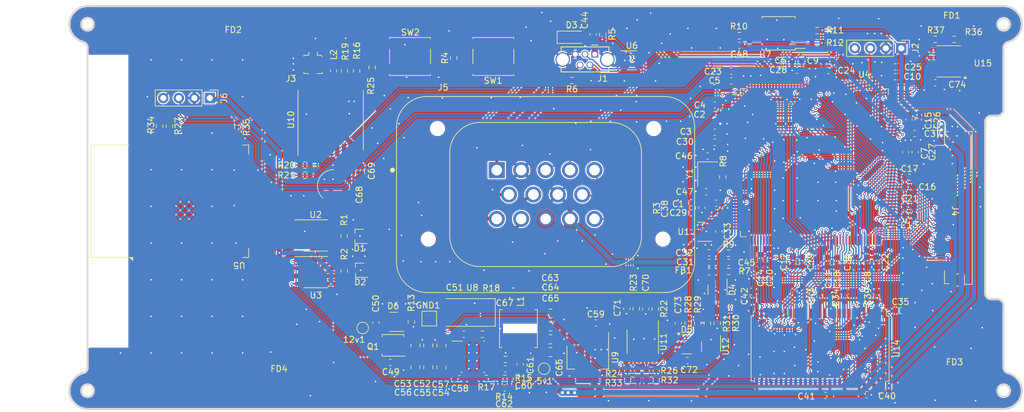
<source format=kicad_pcb>
(kicad_pcb (version 20240108) (generator "pcbnew") (generator_version "8.0")
  (layers (0 "F.Cu" signal) (31 "B.Cu" signal) (34 "B.Paste" user) (35 "F.Paste" user) (36 "B.SilkS" user "B.Silkscreen") (37 "F.SilkS" user "F.Silkscreen") (38 "B.Mask" user) (39 "F.Mask" user) (44 "Edge.Cuts" user))
  (net 0 "")
  (net 1 "+3.3V")
  (net 2 "GND")
  (net 3 "+5C")
  (net 4 "+5V")
  (net 5 "/USB_D-")
  (net 6 "Net-(U4-VDDA)")
  (net 7 "Net-(U1-OUT)")
  (net 8 "Net-(U4-NRST)")
  (net 9 "Net-(U4-BOOT0)")
  (net 18 "/USB_D+")
  (net 19 "Net-(J1-ID)")
  (net 20 "/TXDCAN1")
  (net 21 "/RXDCAN1")
  (net 22 "/TXDCAN2")
  (net 23 "/RXDCAN2")
  (net 27 "/F0")
  (net 28 "/IN1")
  (net 29 "/IN2")
  (net 30 "unconnected-(U4-PC3-Pad35)")
  (net 45 "/F1")
  (net 46 "/F2")
  (net 47 "/F3")
  (net 48 "/F4")
  (net 49 "/F5")
  (net 50 "/C0")
  (net 51 "/F11")
  (net 52 "/F12")
  (net 53 "/F13")
  (net 54 "/F14")
  (net 55 "/F15")
  (net 56 "/G0")
  (net 57 "/G1")
  (net 58 "/E7")
  (net 59 "/E8")
  (net 60 "/E9")
  (net 61 "Net-(U5-RXD0)")
  (net 62 "Net-(U5-TXD0)")
  (net 63 "/E10")
  (net 64 "/E11")
  (net 66 "/E12")
  (net 67 "/E13")
  (net 70 "/E14")
  (net 71 "/E15")
  (net 72 "/H6")
  (net 76 "/H7")
  (net 77 "/D8")
  (net 78 "/D9")
  (net 80 "/D10")
  (net 81 "/D14")
  (net 82 "/D15")
  (net 86 "/SCL_E")
  (net 87 "/SDA_E")
  (net 88 "Net-(U10-VBAT)")
  (net 89 "Net-(J3-Pad1)")
  (net 90 "/ADC1")
  (net 92 "/SWDI")
  (net 97 "/G2")
  (net 98 "/G4")
  (net 108 "/SWCLC")
  (net 109 "/G5")
  (net 111 "/G8")
  (net 112 "/D0")
  (net 113 "/D1")
  (net 114 "/G15")
  (net 116 "/E0")
  (net 117 "/E1")
  (net 119 "/A0")
  (net 123 "Net-(U4-PH0)")
  (net 124 "Net-(U4-PH1)")
  (net 125 "Net-(U7-IO3)")
  (net 126 "Net-(U7-IO2)")
  (net 127 "/B7")
  (net 128 "/B3")
  (net 129 "/B4")
  (net 130 "/B5")
  (net 139 "/H8")
  (net 140 "/H9")
  (net 141 "/H10")
  (net 142 "/H11")
  (net 143 "/B1")
  (net 144 "/G6")
  (net 145 "/H13")
  (net 146 "/H14")
  (net 147 "/H15")
  (net 148 "/I0")
  (net 149 "/I1")
  (net 150 "/I2")
  (net 151 "/D6")
  (net 152 "/G11")
  (net 153 "/I4")
  (net 154 "/I5")
  (net 155 "/I6")
  (net 156 "/I7")
  (net 157 "/G7")
  (net 158 "/I10")
  (net 159 "/I9")
  (net 160 "/F10")
  (net 161 "/F8")
  (net 162 "/C13")
  (net 163 "/H5")
  (net 164 "/H4")
  (net 165 "/I11")
  (net 166 "/+12v")
  (net 167 "Net-(U8-BST)")
  (net 168 "Net-(U8-SS)")
  (net 169 "Net-(U8-COMP)")
  (net 170 "Net-(C61-Pad1)")
  (net 171 "/G14")
  (net 172 "Net-(U8-FB)")
  (net 173 "Net-(U8-SW)")
  (net 174 "+BATT")
  (net 175 "Net-(C51-Pad1)")
  (net 176 "Net-(L2-Pad2)")
  (net 177 "Net-(U10-Vcc_RF)")
  (net 178 "Net-(U10-RF_IN)")
  (net 181 "/A10")
  (net 183 "Net-(U10-TXD0)")
  (net 185 "/A9")
  (net 187 "Net-(U10-RXD0)")
  (net 192 "Net-(R22-Pad2)")
  (net 193 "Net-(R23-Pad2)")
  (net 194 "Net-(R24-Pad2)")
  (net 195 "/C2")
  (net 196 "Net-(R26-Pad2)")
  (net 197 "/C1")
  (net 198 "Net-(U12--)")
  (net 200 "Net-(U4-VCAP_1)")
  (net 201 "Net-(U4-VCAP_2)")
  (net 202 "Net-(D6-A)")
  (net 203 "/CANL1")
  (net 204 "/CANH1")
  (net 205 "/CANL2")
  (net 206 "/CANH2")
  (net 209 "Net-(U5-IO0)")
  (net 241 "Net-(U5-EN)")
  (net 242 "/rx-esp")
  (net 243 "/tx-esp")
  (net 244 "Net-(D5-IO4)")
  (footprint "Resistor_SMD:R_0603_1608Metric" (layer "F.Cu") (at 195.45 81.15)
    (property "Reference" "R11")
    (property "Value" "10k")
  )
  (footprint "Capacitor_SMD:C_0603_1608Metric" (layer "F.Cu") (at 199.95 124.7 90)
    (property "Reference" "C34")
    (property "Value" "100nF")
  )
  (footprint "Resistor_SMD:R_0603_1608Metric" (layer "F.Cu") (at 140.65 130.885 180)
    (property "Reference" "R18")
    (property "Value" "10R")
  )
  (footprint "Resistor_SMD:R_0603_1608Metric" (layer "F.Cu") (at 165.25 136.7625)
    (property "Reference" "R24")
    (property "Value" "2.4k")
  )
  (footprint "Inductor_SMD:L_0603_1608Metric" (layer "F.Cu") (at 116.3 87.75 90)
    (property "Reference" "L2")
    (property "Value" "47nH")
  )
  (footprint "Resistor_SMD:R_0603_1608Metric" (layer "F.Cu") (at 111.6075 103.18)
    (property "Reference" "R20")
    (property "Value" "0R")
  )
  (footprint "TestPoint:TestPoint_Pad_D1.5mm" (layer "F.Cu") (at 150.75 136.51 -90)
    (property "Reference" "5v1")
    (property "Value" "TestPoint")
  )
  (footprint "Capacitor_SMD:C_0603_1608Metric" (layer "F.Cu") (at 137.6 130.885 180)
    (property "Reference" "C51")
    (property "Value" "100nF")
  )
  (footprint "TestPoint:TestPoint_Pad_D1.5mm" (layer "F.Cu") (at 121.05 129.85 -90)
    (property "Reference" "12v1")
    (property "Value" "TestPoint")
  )
  (footprint "Resistor_SMD:R_0603_1608Metric" (layer "F.Cu") (at 111.6075 104.83)
    (property "Reference" "R21")
    (property "Value" "0R")
  )
  (footprint "Button_Switch_SMD:SW_SPST_EVQQ2" (layer "F.Cu") (at 128.8 85.4)
    (property "Reference" "SW2")
    (property "Value" "SW_Push")
  )
  (footprint "Resistor_SMD:R_0603_1608Metric" (layer "F.Cu") (at 144.35 138.11 180)
    (property "Reference" "R14")
    (property "Value" "12K 1%")
  )
  (footprint "Package_SO:SOIC-8_3.9x4.9mm_P1.27mm" (layer "F.Cu") (at 113.375 120.705)
    (property "Reference" "U3")
    (property "Value" "TJA1051T-3")
  )
  (footprint "Capacitor_SMD:C_0603_1608Metric" (layer "F.Cu") (at 208.2 88.7)
    (property "Reference" "C10")
    (property "Value" "100nF")
  )
  (footprint "Package_QFP:LQFP-176_24x24mm_P0.5mm" (layer "F.Cu") (at 195 102.8)
    (property "Reference" "U4")
    (property "Value" "STM32F429IITx")
  )
  (footprint "Capacitor_SMD:C_0603_1608Metric" (layer "F.Cu") (at 180.9625 119.1)
    (property "Reference" "C45")
    (property "Value" "1u")
  )
  (footprint "Capacitor_SMD:C_0603_1608Metric" (layer "F.Cu") (at 205.2 124.7 90)
    (property "Reference" "C39")
    (property "Value" "100nF")
  )
  (footprint "Capacitor_SMD:C_0603_1608Metric" (layer "F.Cu") (at 181.4 87.8 180)
    (property "Reference" "C23")
    (property "Value" "4.7uF")
  )
  (footprint "Capacitor_SMD:C_0603_1608Metric" (layer "F.Cu") (at 176.6 110.175 90)
    (property "Reference" "C38")
    (property "Value" "100nF")
  )
  (footprint "Resistor_SMD:R_0603_1608Metric" (layer "F.Cu") (at 177.4875 129.0875 -90)
    (property "Reference" "R31")
    (property "Value" "5.6K")
  )
  (footprint "Button_Switch_SMD:SW_SPST_EVQQ2" (layer "F.Cu") (at 142.45 85.4 180)
    (property "Reference" "SW1")
    (property "Value" "SW_Push")
  )
  (footprint "Capacitor_SMD:C_0603_1608Metric" (layer "F.Cu") (at 195.9 124.7 90)
    (property "Reference" "C43")
    (property "Value" "100nF")
  )
  (footprint "Resistor_SMD:R_0603_1608Metric" (layer "F.Cu") (at 217.9 82.6 180)
    (property "Reference" "R36")
    (property "Value" "4.7k")
  )
  (footprint "TestPoint:TestPoint_Pad_2.0x2.0mm" (layer "F.Cu") (at 131.95 128.31 -90)
    (property "Reference" "GND1")
    (property "Value" "TestPoint")
  )
  (footprint "Capacitor_SMD:C_0603_1608Metric" (layer "F.Cu") (at 210.6 105.2)
    (property "Reference" "C17")
    (property "Value" "4.7uF")
  )
  (footprint "Capacitor_SMD:C_0603_1608Metric" (layer "F.Cu") (at 177.7625 117.55)
    (property "Reference" "C32")
    (property "Value" "100nF")
  )
  (footprint "Connector_PinHeader_2.54mm:PinHeader_1x04_P2.54mm_Vertical" (layer "F.Cu") (at 96.02 92.2 -90)
    (property "Reference" "J6")
    (property "Value" "Conn_01x04")
  )
  (footprint "Resistor_SMD:R_0603_1608Metric" (layer "F.Cu") (at 165.25 138.4125 180)
    (property "Reference" "R33")
    (property "Value" "4.7k")
  )
  (footprint "Resistor_SMD:R_0603_1608Metric" (layer "F.Cu") (at 118.03 120.5 -90)
    (property "Reference" "R2")
    (property "Value" "120")
  )
  (footprint "Resistor_SMD:R_0603_1608Metric" (layer "F.Cu") (at 180 105.15 -90)
    (property "Reference" "R8")
    (property "Value" "1M")
  )
  (footprint "Resistor_SMD:R_0603_1608Metric" (layer "F.Cu") (at 182.7 82 180)
    (property "Reference" "R10")
    (property "Value" "10k")
  )
  (footprint "Capacitor_SMD:C_0603_1608Metric" (layer "F.Cu") (at 192.15 86.12 180)
    (property "Reference" "C6")
    (property "Value" "100nF")
  )
  (footprint "Resistor_SMD:R_0603_1608Metric" (layer "F.Cu") (at 175.05 110.175 -90)
    (property "Reference" "R3")
    (property "Value" "10k")
  )
  (footprint "Fiducial:Fiducial_0.5mm_Mask1.5mm" (layer "F.Cu") (at 107.35 138.25)
    (property "Reference" "FD4")
    (property "Value" "TestPoint")
  )
  (footprint "Package_SON:Diodes_PowerDI3333-8" (layer "F.Cu") (at 126.005 132.7 180)
    (property "Reference" "Q1")
    (property "Value" "DMP3013SFV-7")
  )
  (footprint "Capacitor_SMD:C_0603_1608Metric" (layer "F.Cu") (at 193 119 -90)
    (property "Reference" "C19")
    (property "Value" "4.7uF")
  )
  (footprint "Resistor_SMD:R_0603_1608Metric" (layer "F.Cu") (at 168.3 138.4125 180)
    (property "Reference" "R32")
    (property "Value" "4.7k")
  )
  (footprint "Capacitor_SMD:C_0603_1608Metric" (layer "F.Cu") (at 158.775 81.775 90)
    (property "Reference" "C44")
    (property "Value" "100nF")
  )
  (footprint "Package_SO:SOIC-8_3.9x4.9mm_P1.27mm" (layer "F.Cu") (at 217 86.2 180)
    (property "Reference" "U15")
    (property "Value" "24LC512")
  )
  (footprint "RF_Module:ESP32-S3-WROOM-1" (layer "F.Cu") (at 89.44 109.1 90)
    (property "Reference" "U5")
    (property "Value" "ESP32-S3-WROOM-1")
  )
  (footprint "Package_TO_SOT_SMD:SOT-323_SC-70" (layer "F.Cu") (at 120.6 120.4 180)
    (property "Reference" "D2")
    (property "Value" "PESD1CAN-UX")
  )
  (footprint "Capacitor_SMD:C_0603_1608Metric" (layer "F.Cu") (at 123.22 128.945 90)
    (property "Reference" "C50")
    (property "Value" "100nF")
  )
  (footprint "Resistor_SMD:R_0603_1608Metric" (layer "F.Cu") (at 89.4 96.8 -90)
    (property "Reference" "R27")
    (property "Value" "0R")
  )
  (footprint "Capacitor_SMD:C_0603_1608Metric" (layer "F.Cu") (at 205.2 119.05 -90)
    (property "Reference" "C22")
    (property "Value" "4.7uF")
  )
  (footprint "Capacitor_SMD:C_0603_1608Metric" (layer "F.Cu") (at 198.7 119.1 -90)
    (property "Reference" "C18")
    (property "Value" "4.7uF")
  )
  (footprint "Capacitor_SMD:C_0603_1608Metric" (layer "F.Cu") (at 164.3 126.7125 -90)
    (property "Reference" "C71")
    (property "Value" "100nF")
  )
  (footprint "Resistor_SMD:R_0603_1608Metric" (layer "F.Cu") (at 160.35 81.8 90)
    (property "Reference" "R5")
    (property "Value" "100k")
  )
  (footprint "Package_TO_SOT_SMD:SOT-23-5" (layer "F.Cu") (at 178.0875 132.8875 -90)
    (property "Reference" "U12")
    (property "Value" "MCP6001-OT")
  )
  (footprint "Capacitor_SMD:C_0603_1608Metric" (layer "F.Cu") (at 178.7 99.4475 180)
    (property "Reference" "C30")
    (property "Value" "4.7uF")
  )
  (footprint "Capacitor_SMD:C_0603_1608Metric" (layer "F.Cu") (at 209.95 101.05 -90)
    (property "Reference" "C7")
    (property "Value" "100nF")
  )
  (footprint "Resistor_SMD:R_0603_1608Metric" (layer "F.Cu") (at 180.9625 117.6)
    (property "Reference" "R9")
    (property "Value" "10k")
  )
  (footprint "Inductor_SMD:L_0603_1608Metric" (layer "F.Cu") (at 177.7625 120.65 180)
    (property "Reference" "FB1")
    (property "Value" "FerriteBead")
  )
  (footprint "Capacitor_SMD:C_0603_1608Metric" (layer "F.Cu") (at 203.65 119.05 -90)
    (property "Reference" "C8")
    (property "Value" "100nF")
  )
  (footprint "Capacitor_SMD:C_0603_1608Metric" (layer "F.Cu") (at 192.15 87.67 180)
    (property "Reference" "C28")
    (property "Value" "4.7uF")
  )
  (footprint "Resistor_SMD:R_0603_1608Metric" (layer "F.Cu") (at 100.6 96.975 -90)
    (property "Reference" "R35")
    (property "Value" "10k")
  )
  (footprint "Package_SO:TSOP-II-54_22.2x10.16mm_P0.8mm" (layer "F.Cu") (at 195.95 133.225 -90)
    (property "Reference" "U14")
    (property "Value" "W9825G6KH-6I")
  )
  (footprint "Capacitor_Tantalum_SMD:CP_EIA-7343-31_Kemet-D" (layer "F.Cu") (at 138.35 127.31 180)
    (property "Reference" "C67")
    (property "Value" "100uF")
  )
  (footprint "Connector_Coaxial:U.FL_Molex_MCRF_73412-0110_Vertical" (layer "F.Cu") (at 112.925 86.7 180)
    (property "Reference" "J3")
    (property "Value" "20279-001E-03")
  )
  (footprint "Resistor_SMD:R_0603_1608Metric" (layer "F.Cu") (at 118 114.8 -90)
    (property "Reference" "R1")
    (property "Value" "120")
  )
  (footprint "Resistor_SMD:R_0603_1608Metric" (layer "F.Cu") (at 135.95 85.65 90)
    (property "Reference" "R4")
    (property "Value" "10k")
  )
  (footprint "Capacitor_SMD:C_0805_2012Metric" (layer "F.Cu") (at 129.6875 132.715 90)
    (property "Reference" "C53")
    (property "Value" "10u 35v")
  )
  (footprint "Capacitor_SMD:C_0603_1608Metric" (layer "F.Cu") (at 159.225 129.03)
    (property "Reference" "C59")
    (property "Value" "4.7uF")
  )
  (footprint "Package_TO_SOT_SMD:SOT-23-6" (layer "F.Cu") (at 165.125 86.025)
    (property "Reference" "U6")
    (property "Value" "USBLC6-2SC6")
  )
  (footprint "Capacitor_SMD:C_0805_2012Metric" (layer "F.Cu") (at 120.6075 104.38 90)
    (property "Reference" "C69")
    (property "Value" "10u 35v")
  )
  (footprint "Capacitor_SMD:C_0603_1608Metric" (layer "F.Cu") (at 201.8 119.05 -90)
    (property "Reference" "C36")
    (property "Value" "2.2u")
  )
  (footprint "776262-1:TE_776262-1" (layer "F.Cu") (at 151 108)
    (property "Reference" "J5")
    (property "Value" "776262-1")
  )
  (footprint "Capacitor_SMD:C_0603_1608Metric" (layer "F.Cu") (at 203.55 140.8)
    (property "Reference" "C40")
    (property "Value" "100nF")
  )
  (footprint "Resistor_SMD:R_0603_1608Metric" (layer "F.Cu") (at 155.325 89.325 180)
    (property "Reference" "R6")
    (property "Value" "100k")
  )
  (footprint "Capacitor_SMD:C_0805_2012Metric" (layer "F.Cu") (at 151.8 129.61)
    (property "Reference" "C64")
    (property "Value" "10u")
  )
  (footprint "Resistor_SMD:R_0603_1608Metric" (layer "F.Cu") (at 174.3375 129.0875 90)
    (property "Reference" "R28")
    (property "Value" "2.7k")
  )
  (footprint "Capacitor_SMD:C_0603_1608Metric" (layer "F.Cu") (at 211.5 101.05 -90)
    (property "Reference" "C27")
    (property "Value" "4.7uF")
  )
  (footprint "Capacitor_SMD:C_0603_1608Metric" (layer "F.Cu") (at 177.7625 119.1 180)
    (property "Reference" "C31")
    (property "Value" "4.7uF")
  )
  (footprint "Capacitor_SMD:C_0805_2012Metric" (layer "F.Cu") (at 151.7875 131.7)
    (property "Reference" "C65")
    (property "Value" "10u")
  )
  (footprint "Capacitor_SMD:C_0603_1608Metric" (layer "F.Cu") (at 182.7 83.585 180)
    (property "Reference" "C48")
    (property "Value" "100nF")
  )
  (footprint "Resistor_SMD:R_0603_1608Metric" (layer "F.Cu") (at 214.8 82.6 180)
    (property "Reference" "R37")
    (property "Value" "4.7k")
  )
  (footprint "Capacitor_SMD:C_0603_1608Metric" (layer "F.Cu") (at 136.9 138.16)
    (property "Reference" "C58")
    (property "Value" "100nF")
  )
  (footprint "Capacitor_SMD:C_0603_1608Metric" (layer "F.Cu") (at 209.1 127)
    (property "Reference" "C35")
    (property "Value" "100nF")
  )
  (footprint "Package_SO:SOIC-8_3.9x4.9mm_P1.27mm" (layer "F.Cu") (at 166.905 132.125 -90)
    (property "Reference" "U11")
    (property "Value" "ILD207T")
  )
  (footprint "Capacitor_SMD:C_0603_1608Metric" (layer "F.Cu") (at 177.55 101.7)
    (property "Reference" "C46")
    (property "Value" "20p")
  )
  (footprint "Package_TO_SOT_SMD:SOT-23-6" (layer "F.Cu") (at 174.1 132.527017)
    (property "Reference" "D5")
    (property "Value" "SRV05-4")
  )
  (footprint "Resistor_SMD:R_0603_1608Metric" (layer "F.Cu") (at 141.3 138.11 180)
    (property "Reference" "R17")
    (property "Value" "2.2K 1%")
  )
  (footprint "Capacitor_SMD:C_0805_2012Metric" (layer "F.Cu") (at 131.7875 132.715 90)
    (property "Reference" "C52")
    (property "Value" "10u 35v")
  )
  (footprint "Resistor_SMD:R_0603_1608Metric" (layer "F.Cu") (at 195.45 83.15 180)
    (property "Reference" "R12")
    (property "Value" "10k")
  )
  (footprint "Capacitor_SMD:C_0603_1608Metric" (layer "F.Cu") (at 125.57 135.495)
    (property "Reference" "C49")
    (property "Value" "100n 100v")
  )
  (footprint "Capacitor_SMD:C_0603_1608Metric" (layer "F.Cu") (at 197.3 87.7 180)
    (property "Reference" "C24")
    (property "Value" "4.7uF")
  )
  (footprint "Fiducial:Fiducial_0.5mm_Mask1.5mm" (layer "F.Cu") (at 217.5 80.4)
    (property "Reference" "FD1")
    (property "Value" "TestPoint")
  )
  (footprint "Package_TO_SOT_SMD:SOT-323_SC-70" (layer "F.Cu") (at 120.5 114.85 180)
    (property "Reference" "D1")
    (property "Value" "PESD1CAN-UX")
  )
  (footprint "Capacitor_SMD:C_0603_1608Metric" (layer "F.Cu") (at 181.4 89.4 180)
    (property "Reference" "C5")
    (property "Value" "100nF")
  )
  (footprint "Diode_SMD:D_SOD-123" (layer "F.Cu") (at 155.25 82.25)
    (property "Reference" "D3")
    (property "Value" "schottky")
  )
  (footprint "Capacitor_SMD:C_0603_1608Metric" (layer "F.Cu") (at 210.6 106.7)
    (property "Reference" "C16")
    (property "Value" "100nF")
  )
  (footprint "Capacitor_SMD:C_0603_1608Metric" (layer "F.Cu") (at 187.75 118.65 -90)
    (property "Reference" "C20")
    (property "Value" "4.7uF")
  )
  (footprint "Capacitor_SMD:C_0603_1608Metric" (layer "F.Cu") (at 146.85 135.81 -90)
    (property "Reference" "C61")
    (property "Value" "1.2nF")
  )
  (footprint "Package_SO:SOIC-8_5.23x5.23mm_P1.27mm" (layer "F.Cu") (at 189.15 81.6 180)
    (property "Reference" "U7")
    (property "Value" "W25Q32JVSS")
  )
  (footprint "Capacitor_SMD:C_0603_1608Metric" (layer "F.Cu") (at 144.3 139.66 180)
    (property "Reference" "C62")
    (property "Value" "220 pF")
  )
  (footprint "Package_TO_SOT_SMD:SOT-23" (layer "F.Cu") (at 126.12 128.845 180)
    (property "Reference" "D6")
    (property "Value" "MMBZ5242BLT3G")
  )
  (footprint "Fiducial:Fiducial_0.5mm_Mask1.5mm" (layer "F.Cu") (at 217.95 137.15)
    (property "Reference" "FD3")
    (property "Value" "TestPoint")
  )
  (footprint "Package_SO:SOIC-8_3.9x4.9mm_P1.27mm" (layer "F.Cu") (at 113.35 114.7)
    (property "Reference" "U2")
    (property "Value" "TJA1051T-3")
  )
  (footprint "Capacitor_SMD:C_0603_1608Metric" (layer "F.Cu") (at 177.3 107.55 180)
    (property "Reference" "C47")
    (property "Value" "20p")
  )
  (footprint "Capacitor_SMD:C_0603_1608Metric" (layer "F.Cu") (at 178.7 97.8 180)
    (property "Reference" "C3")
    (property "Value" "100nF")
  )
  (footprint "Resistor_SMD:R_0603_1608Metric" (layer "F.Cu") (at 180.9625 120.6 180)
    (property "Reference" "R7")
    (property "Value" "82k")
  )
  (footprint "Resistor_SMD:R_0603_1608Metric" (layer "F.Cu") (at 122.6 87.2 90)
    (property "Reference" "R25")
    (property "Value" "10k")
  )
  (footprint "Package_TO_SOT_SMD:SOT-23" (layer "F.Cu") (at 176.55 114.1 180)
    (property "Reference" "U1")
    (property "Value" "REF3333")
  )
  (footprint "RF_GPS:SIM28ML" (layer "F.Cu") (at 115.8 95.8 90)
    (property "Reference" "U10")
    (property "Value" "~")
  )
  (footprint "Inductor_SMD:L_Bourns_SRN6045TA" (layer "F.Cu") (at 146.55 129.96 90)
    (property "Reference" "L1")
    (property "Value" "SRN6045TA-3R3Y")
  )
  (footprint "Capacitor_SMD:C_0603_1608Metric" (layer "F.Cu") (at 185 124.65 90)
    (property "Reference" "C42")
    (property "Value" "100nF")
  )
  (footprint "Resistor_SMD:R_0603_1608Metric" (layer "F.Cu") (at 179.0875 129.0875 -90)
    (property "Reference" "R30")
    (property "Value" "10k")
  )
  (footprint "Resistor_SMD:R_0603_1608Metric" (layer "F.Cu") (at 129.02 128.845 -90)
    (property "Reference" "R13")
    (property "Value" "12K 1%")
  )
  (footprint "Capacitor_SMD:C_0603_1608Metric" (layer "F.Cu") (at 208.2 87.1)
    (property "Reference" "C25")
    (property "Value" "4.7uF")
  )
  (footprint "Capacitor_SMD:C_0603_1608Metric" (layer "F.Cu") (at 178.7 93.35 180)
    (property "Reference" "C4")
    (property "Value" "100nF")
  )
  (footprint "Capacitor_SMD:C_0603_1608Metric" (layer "F.Cu") (at 186.2 118.65 -90)
    (property "Reference" "C14")
    (property "Value" "100nF")
  )
  (footprint "Capacitor_SMD:C_0603_1608Metric" (layer "F.Cu") (at 191.5 119 -90)
    (property "Reference" "C12")
    (property "Value" "100nF")
  )
  (footprint "Capacitor_SMD:C_0603_1608Metric" (layer "F.Cu") (at 212 95.73 -90)
    (property "Reference" "C26")
    (property "Value" "4.7uF")
  )
  (footprint "Capacitor_SMD:C_0603_1608Metric" (layer "F.Cu") (at 197.15 119.1 -90)
    (property "Reference" "C11")
    (property "Value" "100nF")
  )
  (footprint "Capacitor_SMD:C_0603_1608Metric" (layer "F.Cu") (at 214.8 89.7)
    (property "Reference" "C74")
    (property "Value" "100nF")
  )
  (footprint "Fiducial:Fiducial_0.5mm_Mask1.5mm" (layer "F.Cu") (at 99.85 82.75)
    (property "Reference" "FD2")
    (property "Value" "TestPoint")
  )
  (footprint "Resistor_SMD:R_0603_1608Metric" (layer "F.Cu") (at 175.8875 129.0875 90)
    (property "Reference" "R29")
    (property "Value" "10k")
  )
  (footprint "Capacitor_SMD:C_0805_2012Metric" (layer "F.Cu") (at 131.7875 136.265 -90)
    (property "Reference" "C55")
    (property "Value" "10u 35v")
  )
  (footprint "776262-1:SM3R3703T01U" (layer "F.Cu") (at 119.045 107.58 90)
    (property "Reference" "C68")
    (property "Value" "sm3r3703t01u")
  )
  (footprint "Capacitor_SMD:C_0603_1608Metric" (layer "F.Cu") (at 178.945 109.425 180)
    (property "Reference" "C1")
    (property "Value" "100nF")
  )
  (footprint "Capacitor_SMD:C_0603_1608Metric" (layer "F.Cu") (at 167.4 126.7125 90)
    (property "Reference" "C70")
    (property "Value" "100nF")
  )
  (footprint "Capacitor_SMD:C_0603_1608Metric" (layer "F.Cu") (at 144.4 136.56)
    (property "Reference" "C60")
    (property "Value" "220pF")
  )
  (footprint "Connector_USB:USB_Mini-B_Tensility_54-00023_Vertical_CircularHoles" (layer "F.Cu") (at 159.05 85.025 180)
    (property "Reference" "J1")
    (property "Value" "USB_B_Mini")
  )
  (footprint "Capacitor_SMD:C_0603_1608Metric" (layer "F.Cu") (at 179.35 114.05 -90)
    (property "Reference" "C33")
    (property "Value" "100nF")
  )
  (footprint "Capacitor_SMD:C_0603_1608Metric" (layer "F.Cu") (at 172.7375 129.095 -90)
    (property "Reference" "C73")
    (property "Value" "100nF")
  )
  (footprint "Package_TO_SOT_SMD:SOT-223-3_TabPin2" (layer "F.Cu") (at 157.9 134.68 -90)
    (property "Reference" "U9")
    (property "Value" "AMS1117-3.3")
  )
  (footprint "Crystal:Crystal_SMD_3225-4Pin_3.2x2.5mm" (layer "F.Cu") (at 177.55 104.65 -90)
    (property "Reference" "Y1")
    (property "Value" "12MHz")
  )
  (footprint "Resistor_SMD:R_0603_1608Metric" (layer "F.Cu") (at 168.3 136.7625 180)
    (property "Reference" "R26")
    (property "Value" "2.4k")
  )
  (footprint "Resistor_SMD:R_0603_1608Metric" (layer "F.Cu") (at 144.4 135.01)
    (property "Reference" "R15")
    (property "Value" "20K 1%")
  )
  (footprint "Capacitor_SMD:C_0603_1608Metric" (layer "F.Cu") (at 178.7 94.9 180)
    (property "Reference" "C2")
    (property "Value" "4.7uF")
  )
  (footprint "Package_TO_SOT_SMD:SOT-23-6" (layer "F.Cu") (at 179.15 123.6 -90)
    (property "Reference" "D4")
    (property "Value" "SRV05-4")
  )
  (footprint "Resistor_SMD:R_0603_1608Metric" (layer "F.Cu") (at 168.95 126.7125 -90)
    (property "Reference" "R22")
    (property "Value" "620")
  )
  (footprint "Package_SO:SOIC-8-1EP_3.9x4.9mm_P1.27mm_EP2.95x4.9mm_Mask2.71x3.4mm_ThermalVias" (layer "F.Cu") (at 139.0875 134.565)
    (property "Reference" "U8")
    (property "Value" "AP64501SP-13")
  )
  (footprint "Capacitor_SMD:C_0805_2012Metric" (layer "F.Cu") (at 151.8 133.8)
    (property "Reference" "C66")
    (property "Value" "10u")
  )
  (footprint "Connector_PinHeader_2.54mm:PinHeader_1x04_P2.54mm_Vertical" (layer "F.Cu") (at 209.24 84.05 -90)
    (property "Reference" "J2")
    (property "Value" "Conn_01x04")
  )
  (footprint "Capacitor_SMD:C_0603_1608Metric" (layer "F.Cu") (at 196.825 140.9 180)
    (property "Reference" "C41")
    (property "Value" "100nF")
  )
  (footprint "Capacitor_SMD:C_0805_2012Metric" (layer "F.Cu") (at 133.9375 132.715 90)
    (property "Reference" "C57")
    (property "Value" "10u 35v")
  )
  (footprint "Capacitor_SMD:C_0603_1608Metric" (layer "F.Cu") (at 197.3 86.15 180)
    (property "Reference" "C9")
    (property "Value" "100nF")
  )
  (footprint "Capacitor_SMD:C_0603_1608Metric" (layer "F.Cu") (at 211.4 98)
    (property "Reference" "C37")
    (property "Value" "2.2u")
  )
  (footprint "Capacitor_SMD:C_0805_2012Metric" (layer "F.Cu") (at 151.8 127.5)
    (property "Reference" "C63")
    (property "Value" "10u")
  )
  (footprint "Resistor_SMD:R_0603_1608Metric" (layer "F.Cu") (at 118.065 87.7575 90)
    (property "Reference" "R19")
    (property "Value" "0R")
  )
  (footprint "Capacitor_SMD:C_0603_1608Metric" (layer "F.Cu") (at 210.6 111.45)
    (property "Reference" "C13")
    (property "Value" "100nF")
  )
  (footprint "Capacitor_SMD:C_0603_1608Metric" (layer "F.Cu") (at 210.6 109.95)
    (property "Reference" "C21")
    (property "Value" "4.7uF")
  )
  (footprint "Resistor_SMD:R_0603_1608Metric" (layer "F.Cu") (at 87.8 96.8 -90)
    (property "Reference" "R34")
    (property "Value" "0R")
  )
  (footprint "Capacitor_SMD:C_0603_1608Metric" (layer "F.Cu") (at 210.5 95.73 -90)
    (property "Reference" "C15")
    (property "Value" "100nF")
  )
  (footprint "Resistor_SMD:R_0603_1608Metric" (layer "F.Cu") (at 120.05 87.75 -90)
    (property "Reference" "R16")
    (property "Value" "10R")
  )
  (footprint "Capacitor_SMD:C_0805_2012Metric" (layer "F.Cu") (at 129.6875 136.265 -90)
    (property "Reference" "C56")
    (property "Value" "10u 35v")
  )
  (footprint "Capacitor_SMD:C_0805_2012Metric" (layer "F.Cu") (at 133.9375 136.315 -90)
    (property "Reference" "C54")
    (property "Value" "10u 35v")
  )
  (footprint "Capacitor_SMD:C_0603_1608Metric" (layer "F.Cu") (at 174.2375 135.1875)
    (property "Reference" "C72")
    (property "Value" "33nF")
  )
  (footprint "Capacitor_SMD:C_0603_1608Metric" (layer "F.Cu") (at 178.95 110.975 180)
    (property "Reference" "C29")
    (property "Value" "4.7uF")
  )
  (footprint "FPC:F-FPC0M40P-C310" (layer "F.Cu") (at 218.05 110.2 -90)
    (property "Reference" "J4")
    (property "Value" "Conn_01x40_MountingPin")
  )
  (footprint "Resistor_SMD:R_0603_1608Metric" (layer "F.Cu") (at 165.85 126.7125 -90)
    (property "Reference" "R23")
    (property "Value" "620")
  )
  (gr_line (start 142.8 131.95) (end 145.7 131.85) (stroke (width 0.2)) (layer "F.Cu") (net 173))
  (gr_poly (pts (xy 136.9 132.9) (xy 136.9 131.3) (xy 137.15 131.3) (xy 137.15 130.55) (xy 136.5 130.55) (xy 136.5 132.9)) (stroke (width 0.2)) (fill solid) (layer "F.Cu") (net 167))
  (gr_poly (pts (xy 141.1 130.735) (xy 141.1 132.735) (xy 145.1 132.735) (xy 145.1 131.535) (xy 141.9 131.535) (xy 141.9 130.735)) (stroke (width 0.2)) (fill solid) (layer "F.Cu") (net 173))
  (gr_poly (pts (xy 136.95 133.8) (xy 134.3 133.8) (xy 134.3 133.35) (xy 129.45 133.35) (xy 128.7 132.35) (xy 127.4 132.35) (xy 127.4 133.95) (xy 128.5 135.5) (xy 134.45 135.5) (xy 134.45 135.2) (xy 136.95 135.2)) (stroke (width 0.2)) (fill solid) (layer "F.Cu") (net 166))
  (gr_poly (pts (xy 215.35 100.35) (xy 215.35 101) (xy 216.3 101) (xy 216.3 100.35)) (stroke (width 0.2)) (fill solid) (layer "F.Cu") (net 4))
  (gr_arc (start 226.75 137.222279) (mid 228.976093 140.505033) (end 226 143.127017) (stroke (width 0.25)) (layer "Edge.Cuts"))
  (gr_line (start 226 94.127017) (end 226 84) (stroke (width 0.25)) (layer "Edge.Cuts"))
  (gr_arc (start 226.75 137.222279) (mid 226.209402 136.866417) (end 226 136.254033) (stroke (width 0.25)) (layer "Edge.Cuts"))
  (gr_arc (start 223 96.127017) (mid 223.292893 95.419919) (end 224 95.127017) (stroke (width 0.25)) (layer "Edge.Cuts"))
  (gr_circle (center 226 140.127017) (end 227 140.127017) (stroke (width 0.25)) (fill none) (layer "Edge.Cuts"))
  (gr_arc (start 75.25 83.031754) (mid 75.79057 83.387627) (end 76 84) (stroke (width 0.25)) (layer "Edge.Cuts"))
  (gr_line (start 226 77.127017) (end 76 77.127017) (stroke (width 0.25)) (layer "Edge.Cuts"))
  (gr_arc (start 75.25 83.031754) (mid 73.023911 79.749004) (end 76 77.127017) (stroke (width 0.25)) (layer "Edge.Cuts"))
  (gr_line (start 226 136.254033) (end 226 126.127017) (stroke (width 0.25)) (layer "Edge.Cuts"))
  (gr_circle (center 76 80.127017) (end 77 80.127017) (stroke (width 0.25)) (fill none) (layer "Edge.Cuts"))
  (gr_line (start 76 84) (end 76 136.254033) (stroke (width 0.25)) (layer "Edge.Cuts"))
  (gr_line (start 76 143.127017) (end 226 143.127017) (stroke (width 0.25)) (layer "Edge.Cuts"))
  (gr_arc (start 226 94.127017) (mid 225.707107 94.834133) (end 225 95.127017) (stroke (width 0.25)) (layer "Edge.Cuts"))
  (gr_circle (center 226 80.127017) (end 227 80.127017) (stroke (width 0.25)) (fill none) (layer "Edge.Cuts"))
  (gr_line (start 225 125.127017) (end 224 125.127017) (stroke (width 0.25)) (layer "Edge.Cuts"))
  (gr_arc (start 226 84) (mid 226.209438 83.387642) (end 226.75 83.031754) (stroke (width 0.25)) (layer "Edge.Cuts"))
  (gr_arc (start 224 125.127017) (mid 223.292866 124.834138) (end 223 124.127017) (stroke (width 0.25)) (layer "Edge.Cuts"))
  (gr_line (start 224 95.127017) (end 225 95.127017) (stroke (width 0.25)) (layer "Edge.Cuts"))
  (gr_line (start 223 124.127017) (end 223 96.127017) (stroke (width 0.25)) (layer "Edge.Cuts"))
  (gr_arc (start 76 143.127017) (mid 73.023911 140.50503) (end 75.25 137.222279) (stroke (width 0.25)) (layer "Edge.Cuts"))
  (gr_arc (start 226 77.127017) (mid 228.976093 79.749006) (end 226.75 83.031754) (stroke (width 0.25)) (layer "Edge.Cuts"))
  (gr_arc (start 76 136.254033) (mid 75.79057 136.866406) (end 75.25 137.222279) (stroke (width 0.25)) (layer "Edge.Cuts"))
  (gr_arc (start 225 125.127017) (mid 225.707079 125.419924) (end 226 126.127017) (stroke (width 0.25)) (layer "Edge.Cuts"))
  (gr_circle (center 76 140.127017) (end 77 140.127017) (stroke (width 0.25)) (fill none) (layer "Edge.Cuts"))
  (segment (start 183.6 83.4) (end 183.475 83.525) (width 0.2) (layer "F.Cu") (net 1))
  (segment (start 159.115 141.735) (end 160.4 140.45) (width 0.8) (layer "F.Cu") (net 1))
  (segment (start 205.05 125.525) (end 205.1 125.525) (width 0.2) (layer "F.Cu") (net 1))
  (segment (start 207.179 137.9) (end 207.179 128.9) (width 0.8) (layer "F.Cu") (net 1))
  (segment (start 204.75 127.475) (end 204.9 127.325) (width 0.4) (layer "F.Cu") (net 1))
  (segment (start 211.49 81.8) (end 209.24 84.05) (width 0.25) (layer "F.Cu") (net 1))
  (segment (start 200.175 125.25) (end 204.825 125.25) (width 0.4) (layer "F.Cu") (net 1))
  (segment (start 193.777384 119.155202) (end 193.679535 119.155202) (width 0.2) (layer "F.Cu") (net 1))
  (segment (start 181.875 81.985) (end 181.875 81.835) (width 0.2) (layer "F.Cu") (net 1))
  (segment (start 118.2 98.6) (end 122.6 94.2) (width 0.8) (layer "F.Cu") (net 1))
  (segment (start 202.8 140.825) (end 202.775 140.8) (width 0.8) (layer "F.Cu") (net 1))
  (segment (start 197.75 117) (end 197.15 117.6) (width 0.25) (layer "F.Cu") (net 1))
  (segment (start 183.3 103.05) (end 183.9 103.65) (width 0.2) (layer "F.Cu") (net 1))
  (segment (start 118.670787 141.735001) (end 159.115 141.735) (width 0.8) (layer "F.Cu") (net 1))
  (segment (start 174.33566 140.45) (end 175.95 140.45) (width 0.8) (layer "F.Cu") (net 1))
  (segment (start 183.225 127.2) (end 180.55 127.2) (width 0.25) (layer "F.Cu") (net 1))
  (segment (start 175.05 111) (end 175.8 111.75) (width 0.2) (layer "F.Cu") (net 1))
  (segment (start 206.576468 112.654286) (end 206.75295 112.654286) (width 0.25) (layer "F.Cu") (net 1))
  (segment (start 195.9 125.475) (end 195.875 125.5) (width 0.2) (layer "F.Cu") (net 1))
  (segment (start 113.9 121.036751) (end 113.9 118.53) (width 0.25) (layer "F.Cu") (net 1))
  (segment (start 179.72 109.425) (end 179.845 109.55) (width 0.2) (layer "F.Cu") (net 1))
  (segment (start 202.35 138.975) (end 202.35 140.375) (width 0.4) (layer "F.Cu") (net 1))
  (segment (start 207.425 88.65) (end 207.425 85.865) (width 0.2) (layer "F.Cu") (net 1))
  (segment (start 182.325 99.05) (end 179.8725 99.05) (width 0.2) (layer "F.Cu") (net 1))
  (segment (start 183.6 83.4) (end 182.2 84.8) (width 0.25) (layer "F.Cu") (net 1))
  (segment (start 204.25 90.125) (end 204.25 88.6) (width 0.2) (layer "F.Cu") (net 1))
  (segment (start 198.8 84.527017) (end 201.127017 82.2) (width 0.2) (layer "F.Cu") (net 1))
  (segment (start 179.825 94.55) (end 182.325 94.55) (width 0.2) (layer "F.Cu") (net 1))
  (segment (start 197.15 118.325) (end 197.15 118.3) (width 0.4) (layer "F.Cu") (net 1))
  (segment (start 205.75 87.1) (end 207.425 87.1) (width 0.2) (layer "F.Cu") (net 1))
  (segment (start 113.9 118.53) (end 115.825 116.605) (width 0.25) (layer "F.Cu") (net 1))
  (segment (start 185.55 127.475) (end 185.55 125.975) (width 0.4) (layer "F.Cu") (net 1))
  (segment (start 190.8 118.3) (end 190.65 118.3) (width 0.2) (layer "F.Cu") (net 1))
  (segment (start 179.725 110.975) (end 179.725 109.43) (width 0.2) (layer "F.Cu") (net 1))
  (segment (start 118.2 98.6) (end 119.1 99.5) (width 0.8) (layer "F.Cu") (net 1))
  (segment (start 115.85 122.65) (end 115.473249 122.61) (width 0.25) (layer "F.Cu") (net 1))
  (segment (start 179.8 90.2) (end 179 91) (width 0.25) (layer "F.Cu") (net 1))
  (segment (start 183.725 83.525) (end 185.55 83.525) (width 0.2) (layer "F.Cu") (net 1))
  (segment (start 178.246751 123.45) (end 177.4 123.45) (width 0.25) (layer "F.Cu") (net 1))
  (segment (start 179.725 109.43) (end 179.72 109.425) (width 0.2) (layer "F.Cu") (net 1))
  (segment (start 184.9 131.7) (end 184.9 128.9) (width 0.8) (layer "F.Cu") (net 1))
  (segment (start 207.675 94.55) (end 210.095 94.55) (width 0.18) (layer "F.Cu") (net 1))
  (segment (start 176.975 123.025) (end 176.975 120.65) (width 0.25) (layer "F.Cu") (net 1))
  (segment (start 206.75295 112.654286) (end 206.857236 112.55) (width 0.25) (layer "F.Cu") (net 1))
  (segment (start 197.75 88.025) (end 198.075 87.7) (width 0.2) (layer "F.Cu") (net 1))
  (segment (start 179.475 97.8) (end 178.7 97.025) (width 0.2) (layer "F.Cu") (net 1))
  (segment (start 110.8 98.6) (end 118.2 98.6) (width 0.8) (layer "F.Cu") (net 1))
  (segment (start 203.65 118.275) (end 202.75 117.375) (width 0.2) (layer "F.Cu") (net 1))
  (segment (start 214.525 88.105) (end 215.499999 88.105) (width 0.25) (layer "F.Cu") (net 1))
  (segment (start 217.925 81.8) (end 218.725 82.6) (width 0.25) (layer "F.Cu") (net 1))
  (segment (start 213.4 96.555) (end 213.4 99.15) (width 0.25) (layer "F.Cu") (net 1))
  (segment (start 199.775 125.3) (end 198.63995 125.3) (width 0.5) (layer "F.Cu") (net 1))
  (segment (start 205.2 118.275) (end 203.65 118.275) (width 0.4) (layer "F.Cu") (net 1))
  (segment (start 185.5 127.496) (end 185.521 127.475) (width 0.8) (layer "F.Cu") (net 1))
  (segment (start 210.5 94.955) (end 211.8 94.955) (width 0.18) (layer "F.Cu") (net 1))
  (segment (start 192.75 87.845) (end 192.75 90.125) (width 0.2) (layer "F.Cu") (net 1))
  (segment (start 210.095 94.55) (end 210.5 94.955) (width 0.18) (layer "F.Cu") (net 1))
  (segment (start 199.95 127.475) (end 199.95 125.175) (width 0.2) (layer "F.Cu") (net 1))
  (segment (start 198.53995 125.2) (end 197.96005 125.2) (width 0.5) (layer "F.Cu") (net 1))
  (segment (start 157.9 129.58) (end 158.45 129.03) (width 0.8) (layer "F.Cu") (net 1))
  (segment (start 208.62916 112.55) (end 208.87916 112.8) (width 0.25) (layer "F.Cu") (net 1))
  (segment (start 211.8 94.955) (end 213.4 96.555) (width 0.25) (layer "F.Cu") (net 1))
  (segment (start 209.95 100.275) (end 211.5 100.275) (width 0.25) (layer "F.Cu") (net 1))
  (segment (start 186.25 117.975) (end 186.35 117.875) (width 0.2) (layer "F.Cu") (net 1))
  (segment (start 174.33566 140.45) (end 176.15 140.45) (width 0.8) (layer "F.Cu") (net 1))
  (segment (start 157.9 131.53) (end 157.9 129.58) (width 0.8) (layer "F.Cu") (net 1))
  (segment (start 197.15 117.6) (end 197.15 118.325) (width 0.25) (layer "F.Cu") (net 1))
  (segment (start 216.425 81.8) (end 217.925 81.8) (width 0.25) (layer "F.Cu") (net 1))
  (segment (start 120.6075 103.43) (end 119.1 101.9225) (width 0.25) (layer "F.Cu") (net 1))
  (segment (start 186.25 115.475) (end 186.25 117.975) (width 0.2) (layer "F.Cu") (net 1))
  (segment (start 86.9 120.3) (end 107.4 120.3) (width 0.5) (layer "F.Cu") (net 1))
  (segment (start 100.6 96.15) (end 100.6 96) (width 0.25) (layer "F.Cu") (net 1))
  (segment (start 166.5 78.2) (end 151.8 78.2) (width 0.25) (layer "F.Cu") (net 1))
  (segment (start 199.4 119.025) (end 198.7 118.325) (width 0.2) (layer "F.Cu") (net 1))
  (segment (start 188.225 118.3) (end 187.775 117.85) (width 0.25) (layer "F.Cu") (net 1))
  (segment (start 214.825 81.8) (end 211.49 81.8) (width 0.25) (layer "F.Cu") (net 1))
  (segment (start 207.179 140.33) (end 207.179 137.9) (width 0.8) (layer "F.Cu") (net 1))
  (segment (start 119.1 101.9225) (end 119.1 100.65) (width 0.25) (layer "F.Cu") (net 1))
  (segment (start 202.9 119.025) (end 199.4 119.025) (width 0.2) (layer "F.Cu") (net 1))
  (segment (start 179.15 124.353249) (end 178.246751 123.45) (width 0.25) (layer "F.Cu") (net 1))
  (segment (start 212.275 100.275) (end 211.5 100.275) (width 0.25) (layer "F.Cu") (net 1))
  (segment (start 193.679535 119.155202) (end 192.774333 118.25) (width 0.2) (layer "F.Cu") (net 1))
  (segment (start 182.25 89.225) (end 182.2 89.175) (width 0.2) (layer "F.Cu") (net 1))
  (segment (start 183.9 103.65) (end 183.9 103.8) (width 0.2) (layer "F.Cu") (net 1))
  (segment (start 85.45 117.85) (end 85.45 118.85) (width 0.5) (layer "F.Cu") (net 1))
  (segment (start 179 91) (end 179 92.875) (width 0.25) (layer "F.Cu") (net 1))
  (segment (start 179.475 94.9) (end 179.475 93.35) (width 0.2) (layer "F.Cu") (net 1))
  (segment (start 179.8725 99.05) (end 179.475 99.4475) (width 0.2) (layer "F.Cu") (net 1))
  (segment (start 202.75 117.375) (end 202.75 115.475) (width 0.2) (layer "F.Cu") (net 1))
  (segment (start 192.925 86.12) (end 193.695 85.35) (width 0.2) (layer "F.Cu") (net 1))
  (segment (start 85.45 118.85) (end 86.9 120.3) (width 0.5) (layer "F.Cu") (net 1))
  (segment (start 192.75 91.35) (end 192.75 90.125) (width 0.2) (layer "F.Cu") (net 1))
  (segment (start 197.6 141.875) (end 197.6 140.9) (width 0.8) (layer "F.Cu") (net 1))
  (segment (start 157.9 137.83) (end 157.9 137.95) (width 0.8) (layer "F.Cu") (net 1))
  (segment (start 195.95 127.475) (end 195.95 125.525) (width 0.4) (layer "F.Cu") (net 1))
  (segment (start 107.4 102) (end 110.8 98.6) (width 0.8) (layer "F.Cu") (net 1))
  (segment (start 186.25 90.125) (end 186.25 91.05) (width 0.2) (layer "F.Cu") (net 1))
  (segment (start 207.179 128.9) (end 207.079 129) (width 0.4) (layer "F.Cu") (net 1))
  (segment (start 197.15 118.325) (end 195.525 119.95) (width 0.2) (layer "F.Cu") (net 1))
  (segment (start 195.525 119.95) (end 194.572182 119.95) (width 0.2) (layer "F.Cu") (net 1))
  (segment (start 197.75 90.125) (end 197.75 88.025) (width 0.2) (layer "F.Cu") (net 1))
  (segment (start 194.572182 119.95) (end 193.777384 119.155202) (width 0.2) (layer "F.Cu") (net 1))
  (segment (start 178.95 111.75) (end 179.725 110.975) (width 0.2) (layer "F.Cu") (net 1))
  (segment (start 202.35 140.375) (end 202.775 140.8) (width 0.4) (layer "F.Cu") (net 1))
  (segment (start 182.175 87.8) (end 182.175 87.7) (width 0.2) (layer "F.Cu") (net 1))
  (segment (start 202.8 141.975) (end 202.8 140.825) (width 0.8) (layer "F.Cu") (net 1))
  (segment (start 205.1 126.32) (end 205.1 125.525) (width 0.4) (layer "F.Cu") (net 1))
  (segment (start 218.175 85.429999) (end 218.175 83.15) (width 0.25) (layer "F.Cu") (net 1))
  (segment (start 107.4 120.8) (end 107.4 130.464214) (width 0.8) (layer "F.Cu") (net 1))
  (segment (start 173.1 84.8) (end 166.5 78.2) (width 0.25) (layer "F.Cu") (net 1))
  (segment (start 204.9 127.325) (end 204.9 126.52) (width 0.4) (layer "F.Cu") (net 1))
  (segment (start 182.2 87.725) (end 182.375 87.55) (width 0.2) (layer "F.Cu") (net 1))
  (segment (start 186.25 91.05) (end 187.1 91.9) (width 0.2) (layer "F.Cu") (net 1))
  (segment (start 199.95 125.475) (end 199.95 127.475) (width 0.4) (layer "F.Cu") (net 1))
  (segment (start 197.55 140.85) (end 197.6 140.9) (width 0.4) (layer "F.Cu") (net 1))
  (segment (start 207.179 128.9) (end 207.179 128.275) (width 0.8) (layer "F.Cu") (net 1))
  (segment (start 199.95 125.475) (end 200.175 125.25) (width 0.4) (layer "F.Cu") (net 1))
  (segment (start 107.4 117.55) (end 107.4 103.4) (width 0.8) (layer "F.Cu") (net 1))
  (segment (start 187.1 91.9) (end 191.722182 91.9) (width 0.2) (layer "F.Cu") (net 1))
  (segment (start 207.079 129) (end 205.32 129) (width 0.4) (layer "F.Cu") (net 1))
  (segment (start 207.675 112.55) (end 208.62916 112.55) (width 0.25) (layer "F.Cu") (net 1))
  (segment (start 183.475 83.585) (end 181.875 81.985) (width 0.2) (layer "F.Cu") (net 1))
  (segment (start 209.675 106.55) (end 209.825 106.7) (width 0.25) (layer "F.Cu") (net 1))
  (segment (start 157.9 137.95) (end 160.4 140.45) (width 0.8) (layer "F.Cu") (net 1))
  (segment (start 185.5 128.3) (end 185.5 127.496) (width 0.8) (layer "F.Cu") (net 1))
  (segment (start 182.2 84.8) (end 173.1 84.8) (width 0.25) (layer "F.Cu") (net 1))
  (segment (start 175.95 140.45) (end 177.475 141.975) (width 0.8) (layer "F.Cu") (net 1))
  (segment (start 193.695 85.35) (end 197.275 85.35) (width 0.2) (layer "F.Cu") (net 1))
  (segment (start 177.4 123.45) (end 176.975 123.025) (width 0.25) (layer "F.Cu") (net 1))
  (segment (start 206.857236 112.55) (end 207.675 112.55) (width 0.25) (layer "F.Cu") (net 1))
  (segment (start 192.925 87.67) (end 192.75 87.845) (width 0.2) (layer "F.Cu") (net 1))
  (segment (start 185.98241 89.075) (end 185.975 89.075) (width 0.2) (layer "F.Cu") (net 1))
  (segment (start 205.15 125.475) (end 205.1 125.525) (width 0.4) (layer "F.Cu") (net 1))
  (segment (start 197.275 85.35) (end 198.075 86.15) (width 0.2) (layer "F.Cu") (net 1))
  (segment (start 197.75 115.475) (end 197.75 117) (width 0.25) (layer "F.Cu") (net 1))
  (segment (start 197.7 141.975) (end 197.6 141.875) (width 0.8) (layer "F.Cu") (net 1))
  (segment (start 146.5 83.5) (end 139.05 83.5) (width 0.25) (layer "F.Cu") (net 1))
  (segment (start 107.4 103.4) (end 107.4 102) (width 0.8) (layer "F.Cu") (net 1))
  (segment (start 191.6 118.225) (end 191.6 117.038782) (width 0.2) (layer "F.Cu") (net 1))
  (segment (start 178.7 97.025) (end 178.7 95.675) (width 0.2) (layer "F.Cu") (net 1))
  (segment (start 180.55 127.2) (end 179.15 125.8) (width 0.25) (layer "F.Cu") (net 1))
  (segment (start 209.5 112.8) (end 209.825 112.475) (width 0.25) (layer "F.Cu") (net 1))
  (segment (start 207.179 139.7) (end 207.179 140.33) (width 0.8) (layer "F.Cu") (net 1))
  (segment (start 215.625 82.6) (end 216.425 81.8) (width 0.25) (layer "F.Cu") (net 1))
  (segment (start 182.325 109.55) (end 183.55 109.55) (width 0.2) (layer "F.Cu") (net 1))
  (segment (start 192.113782 116.525) (end 192.48241 116.525) (width 0.2) (layer "F.Cu") (net 1))
  (segment (start 188.7 118.3) (end 188.225 118.3) (width 0.25) (layer "F.Cu") (net 1))
  (segment (start 198.8 85.425) (end 198.8 84.527017) (width 0.2) (layer "F.Cu") (net 1))
  (segment (start 122.6 94.2) (end 122.6 88.025) (width 0.8) (layer "F.Cu") (net 1))
  (segment (start 207.675 106.55) (end 209.675 106.55) (width 0.25) (layer "F.Cu") (net 1))
  (segment (start 198.075 87.7) (end 198.075 86.15) (width 0.2) (layer "F.Cu") (net 1))
  (segment (start 207.675 101.05) (end 208.490685 101.05) (width 0.25) (layer "F.Cu") (net 1))
  (segment (start 191.733273 91.911091) (end 192.188909 91.911091) (width 0.2) (layer "F.Cu") (net 1))
  (segment (start 207.224 127.524) (end 207.748 127) (width 0.4) (layer "F.Cu") (net 1))
  (segment (start 115.85 122.61) (end 115.85 122.65) (width 0.25) (layer "F.Cu") (net 1))
  (segment (start 205.2 125.475) (end 205.15 125.475) (width 0.4) (layer "F.Cu") (net 1))
  (segment (start 179.15 125.8) (end 179.15 124.7375) (width 0.25) (layer "F.Cu") (net 1))
  (segment (start 207.179 138.879) (end 207.179 137.9) (width 0.8) (layer "F.Cu") (net 1))
  (segment (start 204.25 88.6) (end 205.75 87.1) (width 0.2) (layer "F.Cu") (net 1))
  (segment (start 192.925 86.12) (end 192.925 87.67) (width 0.2) (layer "F.Cu") (net 1))
  (segment (start 208.87916 112.8) (end 209.5 112.8) (width 0.25) (layer "F.Cu") (net 1))
  (segment (start 198.7 118.325) (end 197.15 118.325) (width 0.2) (layer "F.Cu") (net 1))
  (segment (start 208.490685 101.05) (end 209.265685 100.275) (width 0.25) (layer "F.Cu") (net 1))
  (segment (start 185.55 125.975) (end 185 125.425) (width 0.4) (layer "F.Cu") (net 1))
  (segment (start 201.127017 82.2) (end 207.39 82.2) (width 0.2) (layer "F.Cu") (net 1))
  (segment (start 192.75 116.25741) (end 192.75 115.475) (width 0.2) (layer "F.Cu") (net 1))
  (segment (start 175.8 111.75) (end 178.95 111.75) (width 0.2) (layer "F.Cu") (net 1))
  (segment (start 192.48241 116.525) (end 192.75 116.25741) (width 0.2) (layer "F.Cu") (net 1))
  (segment (start 186.25 89.34259) (end 185.98241 89.075) (width 0.2) (layer "F.Cu") (net 1))
  (segment (start 191.8 118.25) (end 191.95 118.25) (width 0.2) (layer "F.Cu") (net 1))
  (segment (start 100.6 96) (end 97.125 92.525) (width 0.25) (layer "F.Cu") (net 1))
  (segment (start 151.8 78.2) (end 146.5 83.5) (width 0.25) (layer "F.Cu") (net 1))
  (segment (start 182.175 89.2) (end 181.175 90.2) (width 0.25) (layer "F.Cu") (net 1))
  (segment (start 198.63995 125.3) (end 198.53995 125.2) (width 0.5) (layer "F.Cu") (net 1))
  (segment (start 182.325 103.05) (end 181.54467 103.05) (width 0.2) (layer "F.Cu") (net 1))
  (segment (start 215.625 82.6) (end 214.825 81.8) (width 0.25) (layer "F.Cu") (net 1))
  (segment (start 107.4 130.464214) (end 118.670787 141.735001) (width 0.8) (layer "F.Cu") (net 1))
  (segment (start 195.95 125.525) (end 195.9 125.475) (width 0.4) (layer "F.Cu") (net 1))
  (segment (start 183.475 83.525) (end 183.475 83.585) (width 0.2) (layer "F.Cu") (net 1))
  (segment (start 186.25 90.125) (end 186.25 89.34259) (width 0.2) (layer "F.Cu") (net 1))
  (segment (start 207.2 138.9) (end 207.179 138.879) (width 0.8) (layer "F.Cu") (net 1))
  (segment (start 204.75 128.43) (end 204.75 127.475) (width 0.4) (layer "F.Cu") (net 1))
  (segment (start 179.475 94.9) (end 179.825 94.55) (width 0.2) (layer "F.Cu") (net 1))
  (segment (start 214.525 89.2) (end 214.025 89.7) (width 0.25) (layer "F.Cu") (net 1))
  (segment (start 179.15 124.7375) (end 179.15 124.353249) (width 0.25) (layer "F.Cu") (net 1))
  (segment (start 206.275 118.275) (end 205.2 118.275) (width 0.4) (layer "F.Cu") (net 1))
  (segment (start 207.748 127) (end 208.325 127) (width 0.4) (layer "F.Cu") (net 1))
  (segment (start 207.425 85.865) (end 209.24 84.05) (width 0.2) (layer "F.Cu") (net 1))
  (segment (start 191.722182 91.9) (end 191.733273 91.911091) (width 0.2) (layer "F.Cu") (net 1))
  (segment (start 197.96005 125.2) (end 197.86005 125.3) (width 0.5) (layer "F.Cu") (net 1))
  (segment (start 207.179 140.33) (end 205.534 141.975) (width 0.8) (layer "F.Cu") (net 1))
  (segment (start 185 125.425) (end 183.225 127.2) (width 0.25) (layer "F.Cu") (net 1))
  (segment (start 207.179 128.275) (end 206.379 127.475) (width 0.8) (layer "F.Cu") (net 1))
  (segment (start 97.125 92.525) (end 96.161827 92.525) (width 0.25) (layer "F.Cu") (net 1))
  (segment (start 192.774333 118.25) (end 191.95 118.25) (width 0.2) (layer "F.Cu") (net 1))
  (segment (start 218.175 83.15) (end 218.725 82.6) (width 0.25) (layer "F.Cu") (net 1))
  (segment (start 197.15 118.325) (end 197.018335 118.456665) (width 0.25) (layer "F.Cu") (net 1))
  (segment (start 115.473249 122.61) (end 113.9 121.036751) (width 0.25) (layer "F.Cu") (net 1))
  (segment (start 181.175 90.2) (end 179.8 90.2) (width 0.25) (layer "F.Cu") (net 1))
  (segment (start 197.86005 125.3) (end 196.075 125.3) (width 0.5) (layer "F.Cu") (net 1))
  (segment (start 215.499999 88.105) (end 218.175 85.429999) (width 0.25) (layer "F.Cu") (net 1))
  (segment (start 177.475 141.975) (end 197.7 141.975) (width 0.8) (layer "F.Cu") (net 1))
  (segment (start 181.54467 103.05) (end 179.475 100.98033) (width 0.2) (layer "F.Cu") (net 1))
  (segment (start 199.95 125.475) (end 199.775 125.3) (width 0.5) (layer "F.Cu") (net 1))
  (segment (start 203.65 118.275) (end 202.9 119.025) (width 0.2) (layer "F.Cu") (net 1))
  (segment (start 207.224 127.524) (end 207.175 127.475) (width 0.4) (layer "F.Cu") (net 1))
  (segment (start 198.075 86.15) (end 198.8 85.425) (width 0.2) (layer "F.Cu") (net 1))
  (segment (start 186.35 117.875) (end 187.7 117.875) (width 0.2) (layer "F.Cu") (net 1))
  (segment (start 214.525 88.105) (end 214.525 89.2) (width 0.25) (layer "F.Cu") (net 1))
  (segment (start 179.475 99.4475) (end 179.475 97.8) (width 0.2) (layer "F.Cu") (net 1))
  (segment (start 179 92.875) (end 179.475 93.35) (width 0.25) (layer "F.Cu") (net 1))
  (segment (start 209.825 106.7) (end 209.825 105.2) (width 0.25) (layer "F.Cu") (net 1))
  (segment (start 182.2 89.175) (end 182.2 87.725) (width 0.2) (layer "F.Cu") (net 1))
  (segment (start 179.475 100.98033) (end 179.475 99.4475) (width 0.2) (layer "F.Cu") (net 1))
  (segment (start 209.265685 100.275) (end 209.95 100.275) (width 0.25) (layer "F.Cu") (net 1))
  (segment (start 209.825 112.475) (end 209.825 106.7) (width 0.25) (layer "F.Cu") (net 1))
  (segment (start 197.55 138.975) (end 197.55 140.85) (width 0.4) (layer "F.Cu") (net 1))
  (segment (start 213.4 99.15) (end 212.275 100.275) (width 0.25) (layer "F.Cu") (net 1))
  (segment (start 190.8 118.3) (end 191.75 118.3) (width 0.2) (layer "F.Cu") (net 1))
  (segment (start 196.075 125.3) (end 195.9 125.475) (width 0.5) (layer "F.Cu") (net 1))
  (segment (start 182.325 103.05) (end 183.3 103.05) (width 0.2) (layer "F.Cu") (net 1))
  (segment (start 191.625 118.25) (end 191.6 118.225) (width 0.2) (layer "F.Cu") (net 1))
  (segment (start 107.4 117.55) (end 107.4 120.8) (width 0.8) (layer "F.Cu") (net 1))
  (segment (start 160.4 140.45) (end 174.33566 140.45) (width 0.8) (layer "F.Cu") (net 1))
  (segment (start 207.35 117.2) (end 206.275 118.275) (width 0.4) (layer "F.Cu") (net 1))
  (segment (start 119.1 99.5) (end 119.1 100.65) (width 0.8) (layer "F.Cu") (net 1))
  (segment (start 184.9 128.9) (end 185.5 128.3) (width 0.8) (layer "F.Cu") (net 1))
  (segment (start 185.975 89.075) (end 184.7 87.8) (width 0.2) (layer "F.Cu") (net 1))
  (segment (start 191.6 117.038782) (end 192.113782 116.525) (width 0.2) (layer "F.Cu") (net 1))
  (segment (start 204.825 125.25) (end 205.1 125.525) (width 0.4) (layer "F.Cu") (net 1))
  (segment (start 197.15 118.3) (end 197.1 118.25) (width 0.4) (layer "F.Cu") (net 1))
  (segment (start 192.188909 91.911091) (end 192.75 91.35) (width 0.2) (layer "F.Cu") (net 1))
  (segment (start 178.7 95.675) (end 179.475 94.9) (width 0.2) (layer "F.Cu") (net 1))
  (segment (start 185.1 125.525) (end 185.1 125.225) (width 0.2) (layer "F.Cu") (net 1))
  (segment (start 191.95 118.25) (end 191.625 118.25) (width 0.2) (layer "F.Cu") (net 1))
  (segment (start 183.55 109.55) (end 183.8 109.3) (width 0.2) (layer "F.Cu") (net 1))
  (segment (start 205.32 129) (end 204.75 128.43) (width 0.4) (layer "F.Cu") (net 1))
  (segment (start 207.175 127.475) (end 206.35 127.475) (width 0.4) (layer "F.Cu") (net 1))
  (segment (start 207.39 82.2) (end 209.24 84.05) (width 0.2) (layer "F.Cu") (net 1))
  (segment (start 179.845 109.55) (end 182.325 109.55) (width 0.2) (layer "F.Cu") (net 1))
  (segment (start 183.6 83.4) (end 183.725 83.525) (width 0.2) (layer "F.Cu") (net 1))
  (segment (start 204.9 126.52) (end 205.1 126.32) (width 0.4) (layer "F.Cu") (net 1))
  (segment (start 184.7 87.8) (end 182.175 87.8) (width 0.2) (layer "F.Cu") (net 1))
  (segment (start 205.534 141.975) (end 197.7 141.975) (width 0.8) (layer "F.Cu") (net 1))
  (segment (start 157.9 131.53) (end 157.9 137.83) (width 0.8) (layer "F.Cu") (net 1))
  (segment (start 191.75 118.3) (end 191.8 118.25) (width 0.2) (layer "F.Cu") (net 1))
  (segment (start 176.15 140.45) (end 184.9 131.7) (width 0.8) (layer "F.Cu") (net 1))
  (via (at 190.8 118.3) (size 0.5) (drill 0.25) (layers "F.Cu" "B.Cu") (net 1))
  (via (at 206.576468 112.654286) (size 0.5) (drill 0.25) (layers "F.Cu" "B.Cu") (net 1))
  (via (at 207.35 117.2) (size 0.5) (drill 0.25) (layers "F.Cu" "B.Cu") (net 1))
  (via (at 183.8 109.3) (size 0.5) (drill 0.25) (layers "F.Cu" "B.Cu") (net 1))
  (via (at 207.179 139.7) (size 0.5) (drill 0.25) (layers "F.Cu" "B.Cu") (net 1))
  (via (at 211.8 94.955) (size 0.5) (drill 0.25) (layers "F.Cu" "B.Cu") (net 1))
  (via (at 188.7 118.3) (size 0.5) (drill 0.25) (layers "F.Cu" "B.Cu") (net 1))
  (via (at 115.85 122.65) (size 0.5) (drill 0.25) (layers "F.Cu" "B.Cu") (net 1))
  (via (at 183.9 103.8) (size 0.5) (drill 0.25) (layers "F.Cu" "B.Cu") (net 1))
  (via (at 107.4 103.4) (size 0.5) (drill 0.25) (layers "F.Cu" "B.Cu") (net 1))
  (via (at 207.224 127.524) (size 0.5) (drill 0.25) (layers "F.Cu" "B.Cu") (net 1))
  (via (at 196.3 81.1) (size 0.5) (drill 0.25) (layers "F.Cu" "B.Cu") (net 1))
  (via (at 196.25 83.2) (size 0.5) (drill 0.25) (layers "F.Cu" "B.Cu") (net 1))
  (via (at 107.4 102.2) (size 0.5) (drill 0.25) (layers "F.Cu" "B.Cu") (net 1))
  (via (at 107.4 117.55) (size 0.5) (drill 0.25) (layers "F.Cu" "B.Cu") (net 1))
  (via (at 207.2 138.9) (size 0.5) (drill 0.25) (layers "F.Cu" "B.Cu") (net 1))
  (via (at 183.6 83.4) (size 0.5) (drill 0.25) (layers "F.Cu" "B.Cu") (net 1))
  (segment (start 183.8 83.2) (end 196.25 83.2) (width 0.2) (layer "B.Cu") (net 1))
  (segment (start 107.4 117.55) (end 112.75 117.55) (width 0.8) (layer "B.Cu") (net 1))
  (segment (start 96.22 92.4) (end 96.02 92.2) (width 0.8) (layer "B.Cu") (net 1))
  (segment (start 207.35 117.2) (end 207.475 117.075) (width 0.25) (layer "B.Cu") (net 1))
  (segment (start 190.8 118.3) (end 188.7 118.3) (width 0.2) (layer "B.Cu") (net 1))
  (segment (start 107.4 103.4) (end 107.4 102.2) (width 0.8) (layer "B.Cu") (net 1))
  (segment (start 183.9 103.8) (end 183.6 104.1) (width 0.2) (layer "B.Cu") (net 1))
  (segment (start 207.179 138.921) (end 207.2 138.9) (width 0.8) (layer "B.Cu") (net 1))
  (segment (start 183.6 109.1) (end 183.8 109.3) (width 0.2) (layer "B.Cu") (net 1))
  (segment (start 219.8 126.297918) (end 221.1 124.997918) (width 0.8) (layer "B.Cu") (net 1))
  (segment (start 207.179 139.7) (end 207.179 138.921) (width 0.8) (layer "B.Cu") (net 1))
  (segment (start 183.6 104.1) (end 183.6 109.1) (width 0.2) (layer "B.Cu") (net 1))
  (segment (start 221.1 98.1) (end 217.5 94.5) (width 0.8) (layer "B.Cu") (net 1))
  (segment (start 115.85 120.65) (end 115.85 122.65) (width 0.8) (layer "B.Cu") (net 1))
  (segment (start 211.605 94.955) (end 209.24 92.59) (width 0.8) (layer "B.Cu") (net 1))
  (segment (start 207.475 117.325) (end 207.475 127.273) (width 0.25) (layer "B.Cu") (net 1))
  (segment (start 206.29 81.1) (end 196.3 81.1) (width 0.2) (layer "B.Cu") (net 1))
  (segment (start 209.24 84.05) (end 206.29 81.1) (width 0.2) (layer "B.Cu") (net 1))
  (segment (start 211.8 94.955) (end 211.605 94.955) (width 0.8) (layer "B.Cu") (net 1))
  (segment (start 112.75 117.55) (end 115.85 120.65) (width 0.8) (layer "B.Cu") (net 1))
  (segment (start 212.255 94.5) (end 211.8 94.955) (width 0.8) (layer "B.Cu") (net 1))
  (segment (start 183.6 83.4) (end 183.8 83.2) (width 0.2) (layer "B.Cu") (net 1))
  (segment (start 209.24 92.59) (end 209.24 84.05) (width 0.8) (layer "B.Cu") (net 1))
  (segment (start 107.4 102.2) (end 107.4 100.974696) (width 0.8) (layer "B.Cu") (net 1))
  (segment (start 206.576468 112.876468) (end 206.576468 112.654286) (width 0.25) (layer "B.Cu") (net 1))
  (segment (start 217.5 94.5) (end 212.255 94.5) (width 0.8) (layer "B.Cu") (net 1))
  (segment (start 107.4 100.974696) (end 98.825304 92.4) (width 0.8) (layer "B.Cu") (net 1))
  (segment (start 221.1 124.997918) (end 221.1 98.1) (width 0.8) (layer "B.Cu") (net 1))
  (segment (start 207.2 138.9) (end 219.8 126.3) (width 0.8) (layer "B.Cu") (net 1))
  (segment (start 207.475 127.273) (end 207.224 127.524) (width 0.25) (layer "B.Cu") (net 1))
  (segment (start 207.35 117.2) (end 207.475 117.325) (width 0.25) (layer "B.Cu") (net 1))
  (segment (start 196.25 81.15) (end 196.3 81.1) (width 0.2) (layer "B.Cu") (net 1))
  (segment (start 207.475 117.075) (end 207.475 113.775) (width 0.25) (layer "B.Cu") (net 1))
  (segment (start 219.8 126.3) (end 219.8 126.297918) (width 0.8) (layer "B.Cu") (net 1))
  (segment (start 207.475 113.775) (end 206.576468 112.876468) (width 0.25) (layer "B.Cu") (net 1))
  (segment (start 196.25 83.2) (end 196.25 81.15) (width 0.2) (layer "B.Cu") (net 1))
  (segment (start 98.825304 92.4) (end 96.22 92.4) (width 0.8) (layer "B.Cu") (net 1))
  (segment (start 176.7 128.9875) (end 178.1875 128.9875) (width 0.25) (layer "F.Cu") (net 2))
  (segment (start 218.75 97.2) (end 218.45 96.9) (width 0.25) (layer "F.Cu") (net 2))
  (segment (start 215.8 114.45) (end 216.75 114.45) (width 0.25) (layer "F.Cu") (net 2))
  (segment (start 155.85 85.025) (end 154.675 85.025) (width 0.2) (layer "F.Cu") (net 2))
  (segment (start 191.375 87.67) (end 191.375 86.12) (width 0.25) (layer "F.Cu") (net 2))
  (segment (start 218.35 98.4) (end 218.75 98) (width 0.25) (layer "F.Cu") (net 2))
  (segment (start 119.65 92.75) (end 119.7 92.8) (width 0.5) (layer "F.Cu") (net 2))
  (segment (start 118.75 92.8) (end 118.8 92.75) (width 0.5) (layer "F.Cu") (net 2))
  (segment (start 202.35 128.559) (end 202.35 127.475) (width 0.5) (layer "F.Cu") (net 2))
  (segment (start 209.925 101.825) (end 209.85 101.75) (width 0.5) (layer "F.Cu") (net 2))
  (segment (start 206.857236 107.05) (end 207.675 107.05) (width 0.25) (layer "F.Cu") (net 2))
  (segment (start 222.2 110) (end 222.15 109.95) (width 0.25) (layer "F.Cu") (net 2))
  (segment (start 191.375 85.85) (end 191.375 86.12) (width 0.25) (layer "F.Cu") (net 2))
  (segment (start 207.020711 107.025) (end 206.970711 107.075) (width 0.25) (layer "F.Cu") (net 2))
  (segment (start 154.675 85.025) (end 153.8 85.9) (width 0.2) (layer "F.Cu") (net 2))
  (segment (start 173.62 128.9875) (end 172.7375 129.87) (width 0.25) (layer "F.Cu") (net 2))
  (segment (start 147 104) (end 154.5 96.5) (width 0.2) (layer "F.Cu") (net 2))
  (segment (start 177.75 121.143979) (end 177.75 119.85) (width 0.25) (layer "F.Cu") (net 2))
  (segment (start 208.842764 113.4) (end 208.492764 113.05) (width 0.25) (layer "F.Cu") (net 2))
  (segment (start 188.5 102.5) (end 188 103) (width 0.25) (layer "F.Cu") (net 2))
  (segment (start 206.35 138.975) (end 206.35 139.8) (width 0.25) (layer "F.Cu") (net 2))
  (segment (start 206.35 139.8) (end 205.6 140.55) (width 0.25) (layer "F.Cu") (net 2))
  (segment (start 176.7 128.9875) (end 173.62 128.9875) (width 0.25) (layer "F.Cu") (net 2))
  (segment (start 217.6 104.586898) (end 217.6 102.95) (width 0.25) (layer "F.Cu") (net 2))
  (segment (start 178.056021 121.45) (end 177.75 121.143979) (width 0.25) (layer "F.Cu") (net 2))
  (segment (start 179.15 122.078249) (end 178.521751 121.45) (width 0.25) (layer "F.Cu") (net 2))
  (segment (start 118 92.35) (end 118.45 92.8) (width 0.5) (layer "F.Cu") (net 2))
  (segment (start 204.75 138.975) (end 204.75 140.375) (width 0.5) (layer "F.Cu") (net 2))
  (segment (start 119.95 92.8) (end 120.2 92.55) (width 0.5) (layer "F.Cu") (net 2))
  (segment (start 154.5 89.325) (end 154.5 86.6) (width 0.2) (layer "F.Cu") (net 2))
  (segment (start 208.492764 113.05) (end 207.675 113.05) (width 0.25) (layer "F.Cu") (net 2))
  (segment (start 204.75 140.375) (end 204.325 140.8) (width 0.5) (layer "F.Cu") (net 2))
  (segment (start 119.7 92.8) (end 119.95 92.8) (width 0.5) (layer "F.Cu") (net 2))
  (segment (start 179.15 122.4625) (end 179.15 122.078249) (width 0.25) (layer "F.Cu") (net 2))
  (segment (start 118.45 92.8) (end 118.75 92.8) (width 0.5) (layer "F.Cu") (net 2))
  (segment (start 207.675 107.05) (end 207.65 107.025) (width 0.25) (layer "F.Cu") (net 2))
  (segment (start 218.75 98) (end 218.75 97.2) (width 0.25) (layer "F.Cu") (net 2))
  (segment (start 188.2 99.417543) (end 188.2 99.4) (width 0.25) (layer "F.Cu") (net 2))
  (segment (start 197.672844 126.679285) (end 197.55 126.802129) (width 0.25) (layer "F.Cu") (net 2))
  (segment (start 215.8 105.45) (end 216.736898 105.45) (width 0.25) (layer "F.Cu") (net 2))
  (segment (start 118 90.95) (end 118 92.35) (width 0.5) (layer "F.Cu") (net 2))
  (segment (start 218.75 98) (end 217.6 96.85) (width 0.25) (layer "F.Cu") (net 2))
  (segment (start 197.25 115.475) (end 197.25 114.65) (width 0.2) (layer "F.Cu") (net 2))
  (segment (start 222.15 109.95) (end 215.8 109.95) (width 0.25) (layer "F.Cu") (net 2))
  (segment (start 205.509315 88.55) (end 206 88.55) (width 0.25) (layer "F.Cu") (net 2))
  (segment (start 154.5 86.6) (end 153.8 85.9) (width 0.2) (layer "F.Cu") (net 2))
  (segment (start 118.85 92.8) (end 119.6 92.8) (width 0.5) (layer "F.Cu") (net 2))
  (segment (start 216.736898 105.45) (end 217.6 104.586898) (width 0.25) (layer "F.Cu") (net 2))
  (segment (start 209.385444 95.05) (end 210.840444 96.505) (width 0.18) (layer "F.Cu") (net 2))
  (segment (start 207.675 95.05) (end 209.385444 95.05) (width 0.18) (layer "F.Cu") (net 2))
  (segment (start 209.95 101.825) (end 209.925 101.825) (width 0.5) (layer "F.Cu") (net 2))
  (segment (start 216.75 114.45) (end 217.75 113.45) (width 0.25) (layer "F.Cu") (net 2))
  (segment (start 154.5 96.5) (end 154.5 89.325) (width 0.2) (layer "F.Cu") (net 2))
  (segment (start 209.28 113.4) (end 208.842764 113.4) (width 0.25) (layer "F.Cu") (net 2))
  (segment (start 178.521751 121.45) (end 178.056021 121.45) (width 0.25) (layer "F.Cu") (net 2))
  (segment (start 197.25 116.25741) (end 197.25 115.475) (width 0.2) (layer "F.Cu") (net 2))
  (segment (start 119.6 92.8) (end 119.65 92.75) (width 0.5) (layer "F.Cu") (net 2))
  (segment (start 203.3 128.8) (end 202.591 128.8) (width 0.5) (layer "F.Cu") (net 2))
  (segment (start 197.25 114.65) (end 197.9 114) (width 0.2) (layer "F.Cu") (net 2))
  (segment (start 209.675 101.55) (end 209.95 101.825) (width 0.25) (layer "F.Cu") (net 2))
  (segment (start 185.211168 103) (end 184.761168 102.55) (width 0.25) (layer "F.Cu") (net 2))
  (segment (start 178.1875 128.9875) (end 179.1 129.9) (width 0.25) (layer "F.Cu") (net 2))
  (segment (start 207.675 101.55) (end 209.675 101.55) (width 0.25) (layer "F.Cu") (net 2))
  (segment (start 204.725 89.334315) (end 205.509315 88.55) (width 0.25) (layer "F.Cu") (net 2))
  (segment (start 202.591 128.8) (end 202.35 128.559) (width 0.5) (layer "F.Cu") (net 2))
  (segment (start 217.75 113.45) (end 217.75 112.95) (width 0.25) (layer "F.Cu") (net 2))
  (segment (start 210.840444 96.505) (end 211.63 96.505) (width 0.18) (layer "F.Cu") (net 2))
  (segment (start 197.9 114) (end 197.9 113.5) (width 0.2) (layer "F.Cu") (net 2))
  (segment (start 118.8 92.75) (end 118.85 92.8) (width 0.5) (layer "F.Cu") (net 2))
  (segment (start 120.2 92.55) (end 120.2 90.95) (width 0.5) (layer "F.Cu") (net 2))
  (segment (start 188 103) (end 185.211168 103) (width 0.25) (layer "F.Cu") (net 2))
  (segment (start 197.55 126.802129) (end 197.55 127.475) (width 0.25) (layer "F.Cu") (net 2))
  (segment (start 184.761168 102.55) (end 182.325 102.55) (width 0.25) (layer "F.Cu") (net 2))
  (segment (start 204.725 89.85) (end 204.725 89.334315) (width 0.25) (layer "F.Cu") (net 2))
  (via (at 189.2 87.35) (size 0.5) (drill 0.25) (layers "F.Cu" "B.Cu") (net 2))
  (via (at 222.5 129.8) (size 0.5) (drill 0.25) (layers "F.Cu" "B.Cu") (net 2))
  (via (at 188 87.9) (size 0.5) (drill 0.25) (layers "F.Cu" "B.Cu") (net 2))
  (via (at 100 109.8) (size 0.5) (drill 0.25) (layers "F.Cu" "B.Cu") (net 2))
  (via (at 180.4 127.95) (size 0.5) (drill 0.25) (layers "F.Cu" "B.Cu") (net 2))
  (via (at 116.2 103.2) (size 0.5) (drill 0.25) (layers "F.Cu" "B.Cu") (net 2))
  (via (at 183.5 120.3) (size 0.5) (drill 0.25) (layers "F.Cu" "B.Cu") (net 2))
  (via (at 166 79.4) (size 0.5) (drill 0.25) (layers "F.Cu" "B.Cu") (net 2))
  (via (at 135.3 119) (size 0.5) (drill 0.25) (layers "F.Cu" "B.Cu") (net 2))
  (via (at 180.7 98.1) (size 0.5) (drill 0.25) (layers "F.Cu" "B.Cu") (net 2))
  (via (at 161.6 96) (size 0.5) (drill 0.25) (layers "F.Cu" "B.Cu") (net 2))
  (via (at 176.8 126.8) (size 0.5) (drill 0.25) (layers "F.Cu" "B.Cu") (net 2))
  (via (at 203.521752 92.278248) (size 0.5) (drill 0.25) (layers "F.Cu" "B.Cu") (net 2))
  (via (at 212.4 99.05) (size 0.5) (drill 0.25) (layers "F.Cu" "B.Cu") (net 2))
  (via (at 139.4 125.8) (size 0.5) (drill 0.25) (layers "F.Cu" "B.Cu") (net 2))
  (via (at 101.4 85.95) (size 0.5) (drill 0.25) (layers "F.Cu" "B.Cu") (net 2))
  (via (at 212.5 80.4) (size 0.5) (drill 0.25) (layers "F.Cu" "B.Cu") (net 2))
  (via (at 112.5 140.95) (size 0.5) (drill 0.25) (layers "F.Cu" "B.Cu") (net 2))
  (via (at 118.25 82.4) (size 0.5) (drill 0.25) (layers "F.Cu" "B.Cu") (net 2))
  (via (at 124.5 102.1) (size 0.5) (drill 0.25) (layers "F.Cu" "B.Cu") (net 2))
  (via (at 214.4 127) (size 0.5) (drill 0.25) (layers "F.Cu" "B.Cu") (net 2))
  (via (at 154 128.45) (size 0.5) (drill 0.25) (layers "F.Cu" "B.Cu") (net 2))
  (via (at 209.1 103.9) (size 0.5) (drill 0.25) (layers "F.Cu" "B.Cu") (net 2))
  (via (at 199.7 85.1) (size 0.5) (drill 0.25) (layers "F.Cu" "B.Cu") (net 2))
  (via (at 152.7 135.7) (size 0.5) (drill 0.25) (layers "F.Cu" "B.Cu") (net 2))
  (via (at 192.6 92.4) (size 0.5) (drill 0.25) (layers "F.Cu" "B.Cu") (net 2))
  (via (at 133 119) (size 0.5) (drill 0.25) (layers "F.Cu" "B.Cu") (net 2))
  (via (at 188.5 102.5) (size 0.5) (drill 0.25) (layers "F.Cu" "B.Cu") (net 2))
  (via (at 190 102.7) (size 0.5) (drill 0.25) (layers "F.Cu" "B.Cu") (net 2))
  (via (at 212.6 123.7) (size 0.5) (drill 0.25) (layers "F.Cu" "B.Cu") (net 2))
  (via (at 202 96.8) (size 0.5) (drill 0.25) (layers "F.Cu" "B.Cu") (net 2))
  (via (at 183.4 88.6) (size 0.5) (drill 0.25) (layers "F.Cu" "B.Cu") (net 2))
  (via (at 123.5 99.6) (size 0.5) (drill 0.25) (layers "F.Cu" "B.Cu") (net 2))
  (via (at 211.5 129.75) (size 0.5) (drill 0.25) (layers "F.Cu" "B.Cu") (net 2))
  (via (at 109.7 86.6) (size 0.5) (drill 0.25) (layers "F.Cu" "B.Cu") (net 2))
  (via (at 177.75 137.55) (size 0.5) (drill 0.25) (layers "F.Cu" "B.Cu") (net 2))
  (via (at 164.25 127.5) (size 0.5) (drill 0.25) (layers "F.Cu" "B.Cu") (net 2))
  (via (at 179.6 84) (size 0.5) (drill 0.25) (layers "F.Cu" "B.Cu") (net 2))
  (via (at 204.9 81.65) (size 0.5) (drill 0.25) (layers "F.Cu" "B.Cu") (net 2))
  (via (at 193.8 98.7) (size 0.5) (drill 0.25) (layers "F.Cu" "B.Cu") (net 2))
  (via (at 150.9 117.7) (size 0.5) (drill 0.25) (layers "F.Cu" "B.Cu") (net 2))
  (via (at 170.95 128.6) (size 0.5) (drill 0.25) (layers "F.Cu" "B.Cu") (net 2))
  (via (at 194.2 87.4) (size 0.5) (drill 0.25) (layers "F.Cu" "B.Cu") (net 2))
  (via (at 162.6 91.8) (size 0.5) (drill 0.25) (layers "F.Cu" "B.Cu") (net 2))
  (via (at 195.2 88.7) (size 0.5) (drill 0.25) (layers "F.Cu" "B.Cu") (net 2))
  (via (at 190.774053 119.00107) (size 0.5) (drill 0.25) (layers "F.Cu" "B.Cu") (net 2))
  (via (at 151.824785 79.624785) (size 0.5) (drill 0.25) (layers "F.Cu" "B.Cu") (net 2))
  (via (at 171.4 81.7) (size 0.5) (drill 0.25) (layers "F.Cu" "B.Cu") (net 2))
  (via (at 211.4 103.9) (size 0.5) (drill 0.25) (layers "F.Cu" "B.Cu") (net 2))
  (via (at 165.45 131.7) (size 0.5) (drill 0.25) (layers "F.Cu" "B.Cu") (net 2))
  (via (at 188.85 79.45) (size 0.5) (drill 0.25) (layers "F.Cu" "B.Cu") (net 2))
  (via (at 204.325 140.8) (size 0.5) (drill 0.25) (layers "F.Cu" "B.Cu") (net 2))
  (via (at 202.5 110) (size 0.5) (drill 0.25) (layers "F.Cu" "B.Cu") (net 2))
  (via (at 119.5 112.15) (size 0.5) (drill 0.25) (layers "F.Cu" "B.Cu") (net 2))
  (via (at 202.2 106.5) (size 0.5) (drill 0.25) (layers "F.Cu" "B.Cu") (net 2))
  (via (at 206.2 100.8) (size 0.5) (drill 0.25) (layers "F.Cu" "B.Cu") (net 2))
  (via (at 206.05 86.35) (size 0.5) (drill 0.25) (layers "F.Cu" "B.Cu") (net 2))
  (via (at 212.2 82.6) (size 0.5) (drill 0.25) (layers "F.Cu" "B.Cu") (net 2))
  (via (at 181.9 130.2) (size 0.5) (drill 0.25) (layers "F.Cu" "B.Cu") (net 2))
  (via (at 96.4 115.95) (size 0.5) (drill 0.25) (layers "F.Cu" "B.Cu") (net 2))
  (via (at 195 102.9) (size 0.5) (drill 0.25) (layers "F.Cu" "B.Cu") (net 2))
  (via (at 191.9 130.9) (size 0.5) (drill 0.25) (layers "F.Cu" "B.Cu") (net 2))
  (via (at 116.3 85.1) (size 0.5) (drill 0.25) (layers "F.Cu" "B.Cu") (net 2))
  (via (at 142.3 107.2) (size 0.5) (drill 0.25) (layers "F.Cu" "B.Cu") (net 2))
  (via (at 200.175 91.6) (size 0.5) (drill 0.25) (layers "F.Cu" "B.Cu") (net 2))
  (via (at 148.55 134) (size 0.5) (drill 0.25) (layers "F.Cu" "B.Cu") (net 2))
  (via (at 181.9 132.6) (size 0.5) (drill 0.25) (layers "F.Cu" "B.Cu") (net 2))
  (via (at 103.9 104) (size 0.5) (drill 0.25) (layers "F.Cu" "B.Cu") (net 2))
  (via (at 191.375 87.67) (size 0.5) (drill 0.25) (layers "F.Cu" "B.Cu") (net 2))
  (via (at 101.4 91.95) (size 0.5) (drill 0.25) (layers "F.Cu" "B.Cu") (net 2))
  (via (at 191.75 133) (size 0.5) (drill 0.25) (layers "F.Cu" "B.Cu") (net 2))
  (via (at 201.5 129.4) (size 0.5) (drill 0.25) (layers "F.Cu" "B.Cu") (net 2))
  (via (at 195.2 129.1) (size 0.5) (drill 0.25) (layers "F.Cu" "B.Cu") (net 2))
  (via (at 96.4 121.95) (size 0.5) (drill 0.25) (layers "F.Cu" "B.Cu") (net 2))
  (via (at 216.3 90.8) (size 0.5) (drill 0.25) (layers "F.Cu" "B.Cu") (net 2))
  (via (at 130.8 131.8) (size 0.5) (drill 0.25) (layers "F.Cu" "B.Cu") (net 2))
  (via (at 180.4 123.6) (size 0.5) (drill 0.25) (layers "F.Cu" "B.Cu") (net 2))
  (via (at 217.6 101.6) (size 0.5) (drill 0.25) (layers "F.Cu" "B.Cu") (net 2))
  (via (at 124.3 125.9) (size 0.5) (drill 0.25) (layers "F.Cu" "B.Cu") (net 2))
  (via (at 142.2 139.85) (size 0.5) (drill 0.25) (layers "F.Cu" "B.Cu") (net 2))
  (via (at 188.4 123.2) (size 0.5) (drill 0.25) (layers "F.Cu" "B.Cu") (net 2))
  (via (at 187.3 82.6) (size 0.5) (drill 0.25) (layers "F.Cu" "B.Cu") (net 2))
  (via (at 209.511091 116.711091) (size 0.5) (drill 0.25) (layers "F.Cu" "B.Cu") (net 2))
  (via (at 158.45 89.35) (size 0.5) (drill 0.25) (layers "F.Cu" "B.Cu") (net 2))
  (via (at 194.8 119.4) (size 0.5) (drill 0.25) (layers "F.Cu" "B.Cu") (net 2))
  (via (at 85.8 92) (size 0.5) (drill 0.25) (layers "F.Cu" "B.Cu") (net 2))
  (via (at 200.5 113.5) (size 0.5) (drill 0.25) (layers "F.Cu" "B.Cu") (net 2))
  (via (at 202.6 105.9) (size 0.5) (drill 0.25) (layers "F.Cu" "B.Cu") (net 2))
  (via (at 127 96.4) (size 0.5) (drill 0.25) (layers "F.Cu" "B.Cu") (net 2))
  (via (at 180.7 96.4) (size 0.5) (drill 0.25) (layers "F.Cu" "B.Cu") (net 2))
  (via (at 178.75 87.85) (size 0.5) (drill 0.25) (layers "F.Cu" "B.Cu") (net 2))
  (via (at 190.1 133.7) (size 0.5) (drill 0.25) (layers "F.Cu" "B.Cu") (net 2))
  (via (at 209.5 122.7) (size 0.5) (drill 0.25) (layers "F.Cu" "B.Cu") (net 2))
  (via (at 203.7 81.65) (size 0.5) (drill 0.25) (layers "F.Cu" "B.Cu") (net 2))
  (via (at 218.8 91) (size 0.5) (drill 0.25) (layers "F.Cu" "B.Cu") (net 2))
  (via (at 209.9 99.1) (size 0.5) (drill 0.25) (layers "F.Cu" "B.Cu") (net 2))
  (via (at 174.6 95.2) (size 0.5) (drill 0.25) (layers "F.Cu" "B.Cu") (net 2))
  (via (at 191.375 85.85) (size 0.5) (drill 0.25) (layers "F.Cu" "B.Cu") (net 2))
  (via (at 179.1 129.9) (size 0.5) (drill 0.25) (layers "F.Cu" "B.Cu") (net 2))
  (via (at 190.1 131) (size 0.5) (drill 0.25) (layers "F.Cu" "B.Cu") (net 2))
  (via (at 163.95 86.05) (size 0.5) (drill 0.25) (layers "F.Cu" "B.Cu") (net 2))
  (via (at 139.75 100.35) (size 0.5) (drill 0.25) (layers "F.Cu" "B.Cu") (net 2))
  (via (at 169 89.4) (size 0.5) (drill 0.25) (layers "F.Cu" "B.Cu") (net 2))
  (via (at 210.9 89.1) (size 0.5) (drill 0.25) (layers "F.Cu" "B.Cu") (net 2))
  (via (at 101.8 98.8) (size 0.5) (drill 0.25) (layers "F.Cu" "B.Cu") (net 2))
  (via (at 156.7 80.7) (size 0.5) (drill 0.25) (layers "F.Cu" "B.Cu") (net 2))
  (via (at 212.2 85.3) (size 0.5) (drill 0.25) (layers "F.Cu" "B.Cu") (net 2))
  (via (at 182.1 123.6) (size 0.5) (drill 0.25) (layers "F.Cu" "B.Cu") (net 2))
  (via (at 192.2 103) (size 0.5) (drill 0.25) (layers "F.Cu" "B.Cu") (net 2))
  (via (at 134.1 92.2) (size 0.5) (drill 0.25) (layers "F.Cu" "B.Cu") (net 2))
  (via (at 161.1 133.4) (size 0.5) (drill 0.25) (layers "F.Cu" "B.Cu") (net 2))
  (via (at 178.95 80.8) (size 0.5) (drill 0.25) (layers "F.Cu" "B.Cu") (net 2))
  (via (at 217.75 112.95) (size 0.5) (drill 0.25) (layers "F.Cu" "B.Cu") (net 2))
  (via (at 175.6 101.6) (size 0.5) (drill 0.25) (layers "F.Cu" "B.Cu") (net 2))
  (via (at 211 83.5) (size 0.5) (drill 0.25) (layers "F.Cu" "B.Cu") (net 2))
  (via (at 198.6 88.8) (size 0.5) (drill 0.25) (layers "F.Cu" "B.Cu") (net 2))
  (via (at 214.3 108.7) (size 0.5) (drill 0.25) (layers "F.Cu" "B.Cu") (net 2))
  (via (at 150.5 123.2) (size 0.5) (drill 0.25) (layers "F.Cu" "B.Cu") (net 2))
  (via (at 186 129.5) (size 0.5) (drill 0.25) (layers "F.Cu" "B.Cu") (net 2))
  (via (at 152.35 93.95) (size 0.5) (drill 0.25) (layers "F.Cu" "B.Cu") (net 2))
  (via (at 211.1 117) (size 0.5) (drill 0.25) (layers "F.Cu" "B.Cu") (net 2))
  (via (at 205.95 81.65) (size 0.5) (drill 0.25) (layers "F.Cu" "B.Cu") (net 2))
  (via (at 206.010205 96.889795) (size 0.5) (drill 0.25) (layers "F.Cu" "B.Cu") (net 2))
  (via (at 127.95 83.45) (size 0.5) (drill 0.25) (layers "F.Cu" "B.Cu") (net 2))
  (via (at 199.793252 134.902577) (size 0.5) (drill 0.25) (layers "F.Cu" "B.Cu") (net 2))
  (via (at 190 99) (size 0.5) (drill 0.25) (layers "F.Cu" "B.Cu") (net 2))
  (via (at 213.85 95.8) (size 0.5) (drill 0.25) (layers "F.Cu" "B.Cu") (net 2))
  (via (at 110.25 129.25) (size 0.5) (drill 0.25) (layers "F.Cu" "B.Cu") (net 2))
  (via (at 170 83.25) (size 0.5) (drill 0.25) (layers "F.Cu" "B.Cu") (net 2))
  (via (at 213 90.9) (size 0.5) (drill 0.25) (layers "F.Cu" "B.Cu") (net 2))
  (via (at 111.55 114.05) (size 0.5) (drill 0.25) (layers "F.Cu" "B.Cu") (net 2))
  (via (at 160 94.2) (size 0.5) (drill 0.25) (layers "F.Cu" "B.Cu") (net 2))
  (via (at 173.5 103.5) (size 0.5) (drill 0.25) (layers "F.Cu" "B.Cu") (net 2))
  (via (at 201.9 93) (size 0.5) (drill 0.25) (layers "F.Cu" "B.Cu") (net 2))
  (via (at 174.9 84) (size 0.5) (drill 0.25) (layers "F.Cu" "B.Cu") (net 2))
  (via (at 196.5 96.7) (size 0.5) (drill 0.25) (layers "F.Cu" "B.Cu") (net 2))
  (via (at 209 112.1) (size 0.5) (drill 0.25) (layers "F.Cu" "B.Cu") (net 2))
  (via (at 195.6 106) (size 0.5) (drill 0.25) (layers "F.Cu" "B.Cu") (net 2))
  (via (at 197.5 130.4) (size 0.5) (drill 0.25) (layers "F.Cu" "B.Cu") (net 2))
  (via (at 184.9 94.9) (size 0.5) (drill 0.25) (layers "F.Cu" "B.Cu") (net 2))
  (via (at 100.3 115.95) (size 0.5) (drill 0.25) (layers "F.Cu" "B.Cu") (net 2))
  (via (at 145.15 124.95) (size 0.5) (drill 0.25) (layers "F.Cu" "B.Cu") (net 2))
  (via (at 191.1 114.1) (size 0.5) (drill 0.25) (layers "F.Cu" "B.Cu") (net 2))
  (via (at 198.2 91.4) (size 0.5) (drill 0.25) (layers "F.Cu" "B.Cu") (net 2))
  (via (at 167.9 141.75) (size 0.5) (drill 0.25) (layers "F.Cu" "B.Cu") (net 2))
  (via (at 199.8 136.627017) (size 0.5) (drill 0.25) (layers "F.Cu" "B.Cu") (net 2))
  (via (at 205.971752 94.728248) (size 0.5) (drill 0.25) (layers "F.Cu" "B.Cu") (net 2))
  (via (at 174.65 97.627017) (size 0.5) (drill 0.25) (layers "F.Cu" "B.Cu") (net 2))
  (via (at 174.3 80.8) (size 0.5) (drill 0.25) (layers "F.Cu" "B.Cu") (net 2))
  (via (at 148.35 140.45) (size 0.5) (drill 0.25) (layers "F.Cu" "B.Cu") (net 2))
  (via (at 212.9 103) (size 0.5) (drill 0.25) (layers "F.Cu" "B.Cu") (net 2))
  (via (at 148.624785 82.824785) (size 0.5) (drill 0.25) (layers "F.Cu" "B.Cu") (net 2))
  (via (at 148.5 136.7) (size 0.5) (drill 0.25) (layers "F.Cu" "B.Cu") (net 2))
  (via (at 176.6 110.95) (size 0.5) (drill 0.25) (layers "F.Cu" "B.Cu") (net 2))
  (via (at 127.75 136.75) (size 0.5) (drill 0.25) (layers "F.Cu" "B.Cu") (net 2))
  (via (at 142.1 92.15) (size 0.5) (drill 0.25) (layers "F.Cu" "B.Cu") (net 2))
  (via (at 177.15 116.25) (size 0.5) (drill 0.25) (layers "F.Cu" "B.Cu") (net 2))
  (via (at 170.8 96) (size 0.5) (drill 0.25) (layers "F.Cu" "B.Cu") (net 2))
  (via (at 198.6 110.7) (size 0.5) (drill 0.25) (layers "F.Cu" "B.Cu") (net 2))
  (via (at 171.4 136.5) (size 0.5) (drill 0.25) (layers "F.Cu" "B.Cu") (net 2))
  (via (at 91.4 133.95) (size 0.5) (drill 0.25) (layers "F.Cu" "B.Cu") (net 2))
  (via (at 119.65 92.75) (size 0.5) (drill 0.25) (layers "F.Cu" "B.Cu") (net 2))
  (via (at 127.8 98.7) (size 0.5) (drill 0.25) (layers "F.Cu" "B.Cu") (net 2))
  (via (at 181 137.7) (size 0.5) (drill 0.25) (layers "F.Cu" "B.Cu") (net 2))
  (via (at 127.7 118.9) (size 0.5) (drill 0.25) (layers "F.Cu" "B.Cu") (net 2))
  (via (at 197.672844 126.679285) (size 0.5) (drill 0.25) (layers "F.Cu" "B.Cu") (net 2))
  (via (at 199 79.15) (size 0.5) (drill 0.25) (layers "F.Cu" "B.Cu") (net 2))
  (via (at 128.25 88.8) (size 0.5) (drill 0.25) (layers "F.Cu" "B.Cu") (net 2))
  (via (at 195.6 109) (size 0.5) (drill 0.25) (layers "F.Cu" "B.Cu") (net 2))
  (via (at 188.5 113.9) (size 0.5) (drill 0.25) (layers "F.Cu" "B.Cu") (net 2))
  (via (at 184.25 134.15) (size 0.5) (drill 0.25) (layers "F.Cu" "B.Cu") (net 2))
  (via (at 147.2 99.95) (size 0.5) (drill 0.25) (layers "F.Cu" "B.Cu") (net 2))
  (via (at 127.4 114.7) (size 0.5) (drill 0.25) (layers "F.Cu" "B.Cu") (net 2))
  (via (at 130.2 109.3) (size 0.5) (drill 0.25) (layers "F.Cu" "B.Cu") (net 2))
  (via (at 140.9 120.4) (size 0.5) (drill 0.25) (layers "F.Cu" "B.Cu") (net 2))
  (via (at 116.85 124.35) (size 0.5) (drill 0.25) (layers "F.Cu" "B.Cu") (net 2))
  (via (at 189.1 118.927017) (size 0.5) (drill 0.25) (layers "F.Cu" "B.Cu") (net 2))
  (via (at 151.7 101.35) (size 0.5) (drill 0.25) (layers "F.Cu" "B.Cu") (net 2))
  (via (at 183.5 117.4) (size 0.5) (drill 0.25) (layers "F.Cu" "B.Cu") (net 2))
  (via (at 192.2 123.881496) (size 0.5) (drill 0.25) (layers "F.Cu" "B.Cu") (net 2))
  (via (at 114.8 105.5) (size 0.5) (drill 0.25) (layers "F.Cu" "B.Cu") (net 2))
  (via (at 212.2 118.1) (size 0.5) (drill 0.25) (layers "F.Cu" "B.Cu") (net 2))
  (via (at 119.4 118.1) (size 0.5) (drill 0.25) (layers "F.Cu" "B.Cu") (net 2))
  (via (at 217.4 123.9) (size 0.5) (drill 0.25) (layers "F.Cu" "B.Cu") (net 2))
  (via (at 157 115.6) (size 0.5) (drill 0.25) (layers "F.Cu" "B.Cu") (net 2))
  (via (at 118.8 92.75) (size 0.5) (drill 0.25) (layers "F.Cu" "B.Cu") (net 2))
  (via (at 186.15 137.5) (size 0.5) (drill 0.25) (layers "F.Cu" "B.Cu") (net 2))
  (via (at 168.2 78.3) (size 0.5) (drill 0.25) (layers "F.Cu" "B.Cu") (net 2))
  (via (at 116.2 105.5) (size 0.5) (drill 0.25) (layers "F.Cu" "B.Cu") (net 2))
  (via (at 204.9 86.3) (size 0.5) (drill 0.25) (layers "F.Cu" "B.Cu") (net 2))
  (via (at 202.8 86.4) (size 0.5) (drill 0.25) (layers "F.Cu" "B.Cu") (net 2))
  (via (at 91.4 127.95) (size 0.5) (drill 0.25) (layers "F.Cu" "B.Cu") (net 2))
  (via (at 195.6 137) (size 0.5) (drill 0.25) (layers "F.Cu" "B.Cu") (net 2))
  (via (at 125.6 94) (size 0.5) (drill 0.25) (layers "F.Cu" "B.Cu") (net 2))
  (via (at 101.4 133.95) (size 0.5) (drill 0.25) (layers "F.Cu" "B.Cu") (net 2))
  (via (at 186.1 134.6) (size 0.5) (drill 0.25) (layers "F.Cu" "B.Cu") (net 2))
  (via (at 130.6 119) (size 0.5) (drill 0.25) (layers "F.Cu" "B.Cu") (net 2))
  (via (at 192.1 99.1) (size 0.5) (drill 0.25) (layers "F.Cu" "B.Cu") (net 2))
  (via (at 208.7 138.8) (size 0.5) (drill 0.25) (layers "F.Cu" "B.Cu") (net 2))
  (via (at 161.951041 117.748959) (size 0.5) (drill 0.25) (layers "F.Cu" "B.Cu") (net 2))
  (via (at 195.5 92.5) (size 0.5) (drill 0.25) (layers "F.Cu" "B.Cu") (net 2))
  (via (at 202 104.5) (size 0.5) (drill 0.25) (layers "F.Cu" "B.Cu") (net 2))
  (via (at 198 92.8) (size 0.5) (drill 0.25) (layers "F.Cu" "B.Cu") (net 2))
  (via (at 162.3 131.5) (size 0.5) (drill 0.25) (layers "F.Cu" "B.Cu") (net 2))
  (via (at 194.3 120.5) (size 0.5) (drill 0.25) (layers "F.Cu" "B.Cu") (net 2))
  (via (at 177.4 135.85) (size 0.5) (drill 0.25) (layers "F.Cu" "B.Cu") (net 2))
  (via (at 197.85 124.05) (size 0.5) (drill 0.25) (layers "F.Cu" "B.Cu") (net 2))
  (via (at 133.5 88.8) (size 0.5) (drill 0.25) (layers "F.Cu" "B.Cu") (net 2))
  (via (at 155.95 96.35) (size 0.5) (drill 0.25) (layers "F.Cu" "B.Cu") (net 2))
  (via (at 166.1 118) (size 0.5) (drill 0.25) (layers "F.Cu" "B.Cu") (net 2))
  (via (at 209.5 118.4) (size 0.5) (drill 0.25) (layers "F.Cu" "B.Cu") (net 2))
  (via (at 188.2 99.417543) (size 0.5) (drill 0.25) (layers "F.Cu" "B.Cu") (net 2))
  (via (at 198.5 104.2) (size 0.5) (drill 0.25) (layers "F.Cu" "B.Cu") (net 2))
  (via (at 164.3 80.8) (size 0.5) (drill 0.25) (layers "F.Cu" "B.Cu") (net 2))
  (via (at 150.4 78.2) (size 0.5) (drill 0.25) (layers "F.Cu" "B.Cu") (net 2))
  (via (at 205.5 129.9) (size 0.5) (drill 0.25) (layers "F.Cu" "B.Cu") (net 2))
  (via (at 184.7 105.5) (size 0.5) (drill 0.25) (layers "F.Cu" "B.Cu") (net 2))
  (via (at 195.2 87.4) (size 0.5) (drill 0.25) (layers "F.Cu" "B.Cu") (net 2))
  (via (at 118.85 94.75) (size 0.5) (drill 0.25) (layers "F.Cu" "B.Cu") (net 2))
  (via (at 205.05 131.05) (size 0.5) (drill 0.25) (layers "F.Cu" "B.Cu") (net 2))
  (via (at 204.2 95.1) (size 0.5) (drill 0.25) (layers "F.Cu" "B.Cu") (net 2))
  (via (at 146.2 139.85) (size 0.5) (drill 0.25) (layers "F.Cu" "B.Cu") (net 2))
  (via (at 124.6 91.8) (size 0.5) (drill 0.25) (layers "F.Cu" "B.Cu") (net 2))
  (via (at 204.4 119.9) (size 0.5) (drill 0.25) (layers "F.Cu" "B.Cu") (net 2))
  (via (at 96.4 103.95) (size 0.5) (drill 0.25) (layers "F.Cu" "B.Cu") (net 2))
  (via (at 159.1 134.8) (size 0.5) (drill 0.25) (layers "F.Cu" "B.Cu") (net 2))
  (via (at 91.4 97.95) (size 0.5) (drill 0.25) (layers "F.Cu" "B.Cu") (net 2))
  (via (at 186.7 98.9) (size 0.5) (drill 0.25) (layers "F.Cu" "B.Cu") (net 2))
  (via (at 160.9 119.4) (size 0.5) (drill 0.25) (layers "F.Cu" "B.Cu") (net 2))
  (via (at 209.461091 120.861091) (size 0.5) (drill 0.25) (layers "F.Cu" "B.Cu") (net 2))
  (via (at 177.75 119.85) (size 0.5) (drill 0.25) (layers "F.Cu" "B.Cu") (net 2))
  (via (at 146.85 92.1) (size 0.5) (drill 0.25) (layers "F.Cu" "B.Cu") (net 2))
  (via (at 138.05 129.3) (size 0.5) (drill 0.25) (layers "F.Cu" "B.Cu") (net 2))
  (via (at 86.4 103.95) (size 0.5) (drill 0.25) (layers "F.Cu" "B.Cu") (net 2))
  (via (at 218.45 96.9) (size 0.5) (drill 0.25) (layers "F.Cu" "B.Cu") (net 2))
  (via (at 198.5 106) (size 0.5) (drill 0.25) (layers "F.Cu" "B.Cu") (net 2))
  (via (at 192.2 109) (size 0.5) (drill 0.25) (layers "F.Cu" "B.Cu") (net 2))
  (via (at 146.55 137.7) (size 0.5) (drill 0.25) (layers "F.Cu" "B.Cu") (net 2))
  (via (at 101.4 127.95) (size 0.5) (drill 0.25) (layers "F.Cu" "B.Cu") (net 2))
  (via (at 205.85 132.95) (size 0.5) (drill 0.25) (layers "F.Cu" "B.Cu") (net 2))
  (via (at 192.2 101) (size 0.5) (drill 0.25) (layers "F.Cu" "B.Cu") (net 2))
  (via (at 210.8 86.2) (size 0.5) (drill 0.25) (layers "F.Cu" "B.Cu") (net 2))
  (via (at 217.6 96.85) (size 0.5) (drill 0.25) (layers "F.Cu" "B.Cu") (net 2))
  (via (at 157.45 83.65) (size 0.5) (drill 0.25) (layers "F.Cu" "B.Cu") (net 2))
  (via (at 114 128.8) (size 0.5) (drill 0.25) (layers "F.Cu" "B.Cu") (net 2))
  (via (at 190.5 92.45) (size 0.5) (drill 0.25) (layers "F.Cu" "B.Cu") (net 2))
  (via (at 204.2 98.9) (size 0.5) (drill 0.25) (layers "F.Cu" "B.Cu") (net 2))
  (via (at 188.5 110.3) (size 0.5) (drill 0.25) (layers "F.Cu" "B.Cu") (net 2))
  (via (at 128.5 92.127017) (size 0.5) (drill 0.25) (layers "F.Cu" "B.Cu") (net 2))
  (via (at 189.9 105.3) (size 0.5) (drill 0.25) (layers "F.Cu" "B.Cu") (net 2))
  (via (at 154 131.7) (size 0.5) (drill 0.25) (layers "F.Cu" "B.Cu") (net 2))
  (via (at 132.9 131.8) (size 0.5) (drill 0.25) (layers "F.Cu" "B.Cu") (net 2))
  (via (at 86.4 85.95) (size 0.5) (drill 0.25) (layers "F.Cu" "B.Cu") (net 2))
  (via (at 202.5 113.498207) (size 0.5) (drill 0.25) (layers "F.Cu" "B.Cu") (net 2))
  (via (at 182.1 122) (size 0.5) (drill 0.25) (layers "F.Cu" "B.Cu") (net 2))
  (via (at 197.8 102.7) (size 0.5) (drill 0.25) (layers "F.Cu" "B.Cu") (net 2))
  (via (at 222 94.65) (size 0.5) (drill 0.25) (layers "F.Cu" "B.Cu") (net 2))
  (via (at 156.1 133.9) (size 0.5) (drill 0.25) (layers "F.Cu" "B.Cu") (net 2))
  (via (at 116.3 135.5) (size 0.5) (drill 0.25) (layers "F.Cu" "B.Cu") (net 2))
  (via (at 145.6 115.8) (size 0.5) (drill 0.25) (layers "F.Cu" "B.Cu") (net 2))
  (via (at 198.4 98.6) (size 0.5) (drill 0.25) (layers "F.Cu" "B.Cu") (net 2))
  (via (at 181 94) (size 0.5) (drill 0.25) (layers "F.Cu" "B.Cu") (net 2))
  (via (at 213.2 100.65) (size 0.5) (drill 0.25) (layers "F.Cu" "B.Cu") (net 2))
  (via (at 178.15 116.25) (size 0.5) (drill 0.25) (layers "F.Cu" "B.Cu") (net 2))
  (via (at 183.9 125.5) (size 0.5) (drill 0.25) (layers "F.Cu" "B.Cu") (net 2))
  (via (at 121.4 118.1) (size 0.5) (drill 0.25) (layers "F.Cu" "B.Cu") (net 2))
  (via (at 209.28 113.4) (size 0.5) (drill 0.25) (layers "F.Cu" "B.Cu") (net 2))
  (via (at 182.1 116.3) (size 0.5) (drill 0.25) (layers "F.Cu" "B.Cu") (net 2))
  (via (at 175.6 103.5) (size 0.5) (drill 0.25) (layers "F.Cu" "B.Cu") (net 2))
  (via (at 129.35 129.65) (size 0.5) (drill 0.25) (layers "F.Cu" "B.Cu") (net 2))
  (via (at 192.7 111.8) (size 0.5) (drill 0.25) (layers "F.Cu" "B.Cu") (net 2))
  (via (at 184.3 103.1) (size 0.5) (drill 0.25) (layers "F.Cu" "B.Cu") (net 2))
  (via (at 173.6 116.2) (size 0.5) (drill 0.25) (layers "F.Cu" "B.Cu") (net 2))
  (via (at 214.4 101.7) (size 0.5) (drill 0.25) (layers "F.Cu" "B.Cu") (net 2))
  (via (at 203.3 133.2) (size 0.5) (drill 0.25) (layers "F.Cu" "B.Cu") (net 2))
  (via (at 86.4 109.95) (size 0.5) (drill 0.25) (layers "F.Cu" "B.Cu") (net 2))
  (via (at 86.4 121.95) (size 0.5) (drill 0.25) (layers "F.Cu" "B.Cu") (net 2))
  (via (at 177.3 114.05) (size 0.5) (drill 0.25) (layers "F.Cu" "B.Cu") (net 2))
  (via (at 179.6 96.4) (size 0.8) (drill 0.4) (layers "F.Cu" "B.Cu") (net 2))
  (via (at 178.1 131.75) (size 0.5) (drill 0.25) (layers "F.Cu" "B.Cu") (net 2))
  (via (at 206.2 99.5) (size 0.5) (drill 0.25) (layers "F.Cu" "B.Cu") (net 2))
  (via (at 195 132) (size 0.5) (drill 0.25) (layers "F.Cu" "B.Cu") (net 2))
  (via (at 186.2 88.5) (size 0.5) (drill 0.25) (layers "F.Cu" "B.Cu") (net 2))
  (via (at 194.5 92.4) (size 0.5) (drill 0.25) (layers "F.Cu" "B.Cu") (net 2))
  (via (at 184.1 96.2) (size 0.5) (drill 0.25) (layers "F.Cu" "B.Cu") (net 2))
  (via (at 109.3 108.2) (size 0.5) (drill 0.25) (layers "F.Cu" "B.Cu") (net 2))
  (via (at 174.75 92.3) (size 0.5) (drill 0.25) (layers "F.Cu" "B.Cu") (net 2))
  (via (at 154.9 137.7) (size 0.5) (drill 0.25) (layers "F.Cu" "B.Cu") (net 2))
  (via (at 163.3 94.2) (size 0.5) (drill 0.25) (layers "F.Cu" "B.Cu") (net 2))
  (via (at 96.4 133.95) (size 0.5) (drill 0.25) (layers "F.Cu" "B.Cu") (net 2))
  (via (at 184.205578 127.032595) (size 0.5) (drill 0.25) (layers "F.Cu" "B.Cu") (net 2))
  (via (at 193.6 133.4) (size 0.5) (drill 0.25) (layers "F.Cu" "B.Cu") (net 2))
  (via (at 184.3 110.5) (size 0.5) (drill 0.25) (layers "F.Cu" "B.Cu") (net 2))
  (via (at 109.7 85.7) (size 0.5) (drill 0.25) (layers "F.Cu" "B.Cu") (net 2))
  (via (at 148.3 120.5) (size 0.5) (drill 0.25) (layers "F.Cu" "B.Cu") (net 2))
  (via (at 200.031838 94.868162) (size 0.5) (drill 0.25) (layers "F.Cu" "B.Cu") (net 2))
  (via (at 135.2 139.85) (size 0.5) (drill 0.25) (layers "F.Cu" "B.Cu") (net 2))
  (via (at 130.7 111.4) (size 0.5) (drill 0.25) (layers "F.Cu" "B.Cu") (net 2))
  (via (at 170.15 134) (size 0.5) (drill 0.25) (layers "F.Cu" "B.Cu") (net 2))
  (via (at 159.1 114.6) (size 0.5) (drill 0.25) (layers "F.Cu" "B.Cu") (net 2))
  (via (at 214.6 98) (size 0.5) (drill 0.25) (layers "F.Cu" "B.Cu") (net 2))
  (via (at 181.825 128) (size 0.5) (drill 0.25) (layers "F.Cu" "B.Cu") (net 2))
  (via (at 178.6 90) (size 0.5) (drill 0.25) (layers "F.Cu" "B.Cu") (net 2))
  (via (at 217.7 111.2) (size 0.5) (drill 0.25) (layers "F.Cu" "B.Cu") (net 2))
  (via (at 202.85 131.2) (size 0.5) (drill 0.25) (layers "F.Cu" "B.Cu") (net 2))
  (via (at 151.1 140.4) (size 0.5) (drill 0.25) (layers "F.Cu" "B.Cu") (net 2))
  (via (at 198.6 109) (size 0.5) (drill 0.25) (layers "F.Cu" "B.Cu") (net 2))
  (via (at 121.4 117) (size 0.5) (drill 0.25) (layers "F.Cu" "B.Cu") (net 2))
  (via (at 220.65 133.2) (size 0.5) (drill 0.25) (layers "F.Cu" "B.Cu") (net 2))
  (via (at 187.9 92.45) (size 0.5) (drill 0.25) (layers "F.Cu" "B.Cu") (net 2))
  (via (at 111.85 94.85) (size 0.5) (drill 0.25) (layers "F.Cu" "B.Cu") (net 2))
  (via (at 197.5 137.527017) (size 0.5) (drill 0.25) (layers "F.Cu" "B.Cu") (net 2))
  (via (at 100 104) (size 0.5) (drill 0.25) (layers "F.Cu" "B.Cu") (net 2))
  (via (at 129.8 125.9) (size 0.5) (drill 0.25) (layers "F.Cu" "B.Cu") (net 2))
  (via (at 188.4 137.3) (size 0.5) (drill 0.25) (layers "F.Cu" "B.Cu") (net 2))
  (via (at 154 134) (size 0.5) (drill 0.25) (layers "F.Cu" "B.Cu") (net 2))
  (via (at 197.7 134.8) (size 0.5) (drill 0.25) (layers "F.Cu" "B.Cu") (net 2))
  (via (at 188.5 130.8) (size 0.5) (drill 0.25) (layers "F.Cu" "B.Cu") (net 2))
  (via (at 145.7 123.3) (size 0.5) (drill 0.25) (layers "F.Cu" "B.Cu") (net 2))
  (via (at 214.8 141.7) (size 0.5) (drill 0.25) (layers "F.Cu" "B.Cu") (net 2))
  (via (at 180.45 114) (size 0.5) (drill 0.25) (layers "F.Cu" "B.Cu") (net 2))
  (via (at 205.55 79.2) (size 0.5) (drill 0.25) (layers "F.Cu" "B.Cu") (net 2))
  (via (at 204.3 122.5) (size 0.5) (drill 0.25) (layers "F.Cu" "B.Cu") (net 2))
  (via (at 176.7 128.9875) (size 0.5) (drill 0.25) (layers "F.Cu" "B.Cu") (net 2))
  (via (at 91.4 121.95) (size 0.5) (drill 0.25) (layers "F.Cu" "B.Cu") (net 2))
  (via (at 163.9 89.4) (size 0.5) (drill 0.25) (layers "F.Cu" "B.Cu") (net 2))
  (via (at 120.6 114.8) (size 0.5) (drill 0.25) (layers "F.Cu" "B.Cu") (net 2))
  (via (at 176 122) (size 0.5) (drill 0.25) (layers "F.Cu" "B.Cu") (net 2))
  (via (at 188.4 133.7) (size 0.5) (drill 0.25) (layers "F.Cu" "B.Cu") (net 2))
  (via (at 166.1 120.1) (size 0.5) (drill 0.25) (layers "F.Cu" "B.Cu") (net 2))
  (via (at 120.7 120.4) (size 0.5) (drill 0.25) (layers "F.Cu" "B.Cu") (net 2))
  (via (at 173.5 105.9) (size 0.5) (drill 0.25) (layers "F.Cu" "B.Cu") (net 2))
  (via (at 86.4 97.95) (size 0.5) (drill 0.25) (layers "F.Cu" "B.Cu") (net 2))
  (via (at 190.3 96.4) (size 0.5) (drill 0.25) (layers "F.Cu" "B.Cu") (net 2))
  (via (at 180.8 99.8) (size 0.5) (drill 0.25) (layers "F.Cu" "B.Cu") (net 2))
  (via (at 189.1 116.8) (size 0.5) (drill 0.25) (layers "F.Cu" "B.Cu") (net 2))
  (via (at 180.1 133.05) (size 0.5) (drill 0.25) (layers "F.Cu" "B.Cu") (net 2))
  (via (at 106.1 106) (size 0.5) (drill 0.25) (layers "F.Cu" "B.Cu") (net 2))
  (via (at 125.4 113.7) (size 0.5) (drill 0.25) (layers "F.Cu" "B.Cu") (net 2))
  (via (at 189.9 111.9) (size 0.5) (drill 0.25) (layers "F.Cu" "B.Cu") (net 2))
  (via (at 201.3 86.6) (size 0.5) (drill 0.25) (layers "F.Cu" "B.Cu") (net 2))
  (via (at 188.5 107.3) (size 0.5) (drill 0.25) (layers "F.Cu" "B.Cu") (net 2))
  (via (at 158.35 100.65) (size 0.5) (drill 0.25) (layers "F.Cu" "B.Cu") (net 2))
  (via (at 153 115.6) (size 0.5) (drill 0.25) (layers "F.Cu" "B.Cu") (net 2))
  (via (at 161.3 141.75) (size 0.5) (drill 0.25) (layers "F.Cu" "B.Cu") (net 2))
  (via (at 214.6 97) (size 0.5) (drill 0.25) (layers "F.Cu" "B.Cu") (net 2))
  (via (at 179.6 107.3) (size 0.5) (drill 0.25) (layers "F.Cu" "B.Cu") (net 2))
  (via (at 210.8 99.1) (size 0.5) (drill 0.25) (layers "F.Cu" "B.Cu") (net 2))
  (via (at 184.6 88.6) (size 0.5) (drill 0.25) (layers "F.Cu" "B.Cu") (net 2))
  (via (at 113.1 124.4) (size 0.5) (drill 0.25) (layers "F.Cu" "B.Cu") (net 2))
  (via (at 91.4 85.95) (size 0.5) (drill 0.25) (layers "F.Cu" "B.Cu") (net 2))
  (via (at 168.85 131.65) (size 0.5) (drill 0.25) (layers "F.Cu" "B.Cu") (net 2))
  (via (at 175.6 107.5) (size 0.5) (drill 0.25) (layers "F.Cu" "B.Cu") (net 2))
  (via (at 188.6 121.027017) (size 0.5) (drill 0.25) (layers "F.Cu" "B.Cu") (net 2))
  (via (at 154.8 80.7) (size 0.5) (drill 0.25) (layers "F.Cu" "B.Cu") (net 2))
  (via (at 195.8 100.7) (size 0.5) (drill 0.25) (layers "F.Cu" "B.Cu") (net 2))
  (via (at 174.9 141.8) (size 0.5) (drill 0.25) (layers "F.Cu" "B.Cu") (net 2))
  (via (at 175.9 113) (size 0.5) (drill 0.25) (layers "F.Cu" "B.Cu") (net 2))
  (via (at 96.4 85.95) (size 0.5) (drill 0.25) (layers "F.Cu" "B.Cu") (net 2))
  (via (at 188.7 96.4) (size 0.5) (drill 0.25) (layers "F.Cu" "B.Cu") (net 2))
  (via (at 214.7 132.95) (size 0.5) (drill 0.25) (layers "F.Cu" "B.Cu") (net 2))
  (via (at 178.2 110.95) (size 0.5) (drill 0.25) (layers "F.Cu" "B.Cu") (net 2))
  (via (at 160.1 133.4) (size 0.5) (drill 0.25) (layers "F.Cu" "B.Cu") (net 2))
  (via (at 81.4 133.95) (size 0.5) (drill 0.25) (layers "F.Cu" "B.Cu") (net 2))
  (via (at 182.1 125.2) (size 0.5) (drill 0.25) (layers "F.Cu" "B.Cu") (net 2))
  (via (at 187.8 85.85) (size 0.5) (drill 0.25) (layers "F.Cu" "B.Cu") (net 2))
  (via (at 178.6 100.6) (size 0.5) (drill 0.25) (layers "F.Cu" "B.Cu") (net 2))
  (via (at 165.85 92.8) (size 0.5) (drill 0.25) (layers "F.Cu" "B.Cu") (net 2))
  (via (at 119.4 117) (size 0.5) (drill 0.25) (layers "F.Cu" "B.Cu") (net 2))
  (via (at 195.1 113.8) (size 0.5) (drill 0.25) (layers "F.Cu" "B.Cu") (net 2))
  (via (at 86.4 115.95) (size 0.5) (drill 0.25) (layers "F.Cu" "B.Cu") (net 2))
  (via (at 180.2 135) (size 0.5) (drill 0.25) (layers "F.Cu" "B.Cu") (net 2))
  (via (at 175.6 105.7) (size 0.5) (drill 0.25) (layers "F.Cu" "B.Cu") (net 2))
  (via (at 183.6 93.5) (size 0.5) (drill 0.25) (layers "F.Cu" "B.Cu") (net 2))
  (via (at 188.4 116.8) (size 0.5) (drill 0.25) (layers "F.Cu" "B.Cu") (net 2))
  (via (at 111.8 126.8) (size 0.5) (drill 0.25) (layers "F.Cu" "B.Cu") (net 2))
  (via (at 180.8 100.9) (size 0.5) (drill 0.25) (layers "F.Cu" "B.Cu") (net 2))
  (via (at 105.9 101.5) (size 0.5) (drill 0.25) (layers "F.Cu" "B.Cu") (net 2))
  (via (at 195.6 135.4) (size 0.5) (drill 0.25) (layers "F.Cu" "B.Cu") (net 2))
  (via (at 182.6 136) (size 0.5) (drill 0.25) (layers "F.Cu" "B.Cu") (net 2))
  (via (at 86.4 133.95) (size 0.5) (drill 0.25) (layers "F.Cu" "B.Cu") (net 2))
  (via (at 197.9 113.5) (size 0.5) (drill 0.25) (layers "F.Cu" "B.Cu") (net 2))
  (via (at 160.25 137.617809) (size 0.5) (drill 0.25) (layers "F.Cu" "B.Cu") (net 2))
  (via (at 101.4 121.95) (size 0.5) (drill 0.25) (layers "F.Cu" "B.Cu") (net 2))
  (via (at 162 80.8) (size 0.5) (drill 0.25) (layers "F.Cu" "B.Cu") (net 2))
  (via (at 187.1 84.1) (size 0.5) (drill 0.25) (layers "F.Cu" "B.Cu") (net 2))
  (via (at 184.7 107.027017) (size 0.5) (drill 0.25) (layers "F.Cu" "B.Cu") (net 2))
  (via (at 126.5 125.9) (size 0.5) (drill 0.25) (layers "F.Cu" "B.Cu") (net 2))
  (via (at 128.1 125.9) (size 0.5) (drill 0.25) (layers "F.Cu" "B.Cu") (net 2))
  (via (at 173.5 101.7) (size 0.5) (drill 0.25) (layers "F.Cu" "B.Cu") (net 2))
  (via (at 205.6 140.55) (size 0.5) (drill 0.25) (layers "F.Cu" "B.Cu") (net 2))
  (via (at 109.7 87.6) (size 0.5) (drill 0.25) (layers "F.Cu" "B.Cu") (net 2))
  (via (at 205.7 108.9) (size 0.5) (drill 0.25) (layers "F.Cu" "B.Cu") (net 2))
  (via (at 202 108) (size 0.5) (drill 0.25) (layers "F.Cu" "B.Cu") (net 2))
  (via (at 189 125.4) (size 0.5) (drill 0.25) (layers "F.Cu" "B.Cu") (net 2))
  (via (at 152.9 137.6) (size 0.5) (drill 0.25) (layers "F.Cu" "B.Cu") (net 2))
  (via (at 159.1 133.4) (size 0.5) (drill 0.25) (layers "F.Cu" "B.Cu") (net 2))
  (via (at 217.6 102.95) (size 0.5) (drill 0.25) (layers "F.Cu" "B.Cu") (net 2))
  (via (at 177 124.2) (size 0.5) (drill 0.25) (layers "F.Cu" "B.Cu") (net 2))
  (via (at 176.8 100.6) (size 0.5) (drill 0.25) (layers "F.Cu" "B.Cu") (net 2))
  (via (at 213.4 119.9) (size 0.5) (drill 0.25) (layers "F.Cu" "B.Cu") (net 2))
  (via (at 126.25 137.8) (size 0.5) (drill 0.25) (layers "F.Cu" "B.Cu") (net 2))
  (via (at 96.4 109.95) (size 0.5) (drill 0.25) (layers "F.Cu" "B.Cu") (net 2))
  (via (at 173.3 121.05) (size 0.5) (drill 0.25) (layers "F.Cu" "B.Cu") (net 2))
  (via (at 165.9 91.8) (size 0.5) (drill 0.25) (layers "F.Cu" "B.Cu") (net 2))
  (via (at 190 82.65) (size 0.5) (drill 0.25) (layers "F.Cu" "B.Cu") (net 2))
  (via (at 190.1 137.3) (size 0.5) (drill 0.25) (layers "F.Cu" "B.Cu") (net 2))
  (via (at 189 84.1) (size 0.5) (drill 0.25) (layers "F.Cu" "B.Cu") (net 2))
  (via (at 222.2 110) (size 0.5) (drill 0.25) (layers "F.Cu" "B.Cu") (net 2))
  (via (at 191.8 136) (size 0.5) (drill 0.25) (layers "F.Cu" "B.Cu") (net 2))
  (via (at 195.4 95.7) (size 0.5) (drill 0.25) (layers "F.Cu" "B.Cu") (net 2))
  (via (at 218.35 98.4) (size 0.5) (drill 0.25) (layers "F.Cu" "B.Cu") (net 2))
  (via (at 161.5 129.2) (size 0.5) (drill 0.25) (layers "F.Cu" "B.Cu") (net 2))
  (via (at 169.6 86.5) (size 0.5) (drill 0.25) (layers "F.Cu" "B.Cu") (net 2))
  (via (at 180.5 92.627017) (size 0.5) (drill 0.25) (layers "F.Cu" "B.Cu") (net 2))
  (via (at 157.8 126.55) (size 0.5) (drill 0.25) (layers "F.Cu" "B.Cu") (net 2))
  (via (at 176.3 90.3) (size 0.5) (drill 0.25) (layers "F.Cu" "B.Cu") (net 2))
  (via (at 96.4 97.95) (size 0.5) (drill 0.25) (layers "F.Cu" "B.Cu") (net 2))
  (via (at 183.7 98.8) (size 0.5) (drill 0.25) (layers "F.Cu" "B.Cu") (net 2))
  (via (at 212.8 97.2) (size 0.5) (drill 0.25) (layers "F.Cu" "B.Cu") (net 2))
  (via (at 214.6 99.2) (size 0.5) (drill 0.25) (layers "F.Cu" "B.Cu") (net 2))
  (via (at 167.95 84.8) (size 0.5) (drill 0.25) (layers "F.Cu" "B.Cu") (net 2))
  (via (at 180.8 110.2) (size 0.5) (drill 0.25) (layers "F.Cu" "B.Cu") (net 2))
  (via (at 122.6 97.1) (size 0.5) (drill 0.25) (layers "F.Cu" "B.Cu") (net 2))
  (via (at 167.4 127.55) (size 0.5) (drill 0.25) (layers "F.Cu" "B.Cu") (net 2))
  (via (at 214.3 122.6) (size 0.5) (drill 0.25) (layers "F.Cu" "B.Cu") (net 2))
  (via (at 113.3 82.45) (size 0.5) (drill 0.25) (layers "F.Cu" "B.Cu") (net 2))
  (via (at 184.3 114) (size 0.5) (drill 0.25) (layers "F.Cu" "B.Cu") (net 2))
  (via (at 200 100.2) (size 0.5) (drill 0.25) (layers "F.Cu" "B.Cu") (net 2))
  (via (at 203.3 136.5) (size 0.5) (drill 0.25) (layers "F.Cu" "B.Cu") (net 2))
  (via (at 96.4 127.95) (size 0.5) (drill 0.25) (layers "F.Cu" "B.Cu") (net 2))
  (via (at 173.5 136.5) (size 0.5) (drill 0.25) (layers "F.Cu" "B.Cu") (net 2))
  (via (at 167.1 131.6) (size 0.5) (drill 0.25) (layers "F.Cu" "B.Cu") (net 2))
  (via (at 184.3 121.8) (size 0.5) (drill 0.25) (layers "F.Cu" "B.Cu") (net 2))
  (via (at 158.4 96) (size 0.5) (drill 0.25) (layers "F.Cu" "B.Cu") (net 2))
  (via (at 209.1 99.3) (size 0.5) (drill 0.25) (layers "F.Cu" "B.Cu") (net 2))
  (via (at 135.2 81.2) (size 0.5) (drill 0.25) (layers "F.Cu" "B.Cu") (net 2))
  (via (at 189.9 109) (size 0.5) (drill 0.25) (layers "F.Cu" "B.Cu") (net 2))
  (via (at 214.3 106.4) (size 0.5) (drill 0.25) (layers "F.Cu" "B.Cu") (net 2))
  (via (at 91.4 115.95) (size 0.5) (drill 0.25) (layers "F.Cu" "B.Cu") (net 2))
  (via (at 204.4 134.8) (size 0.5) (drill 0.25) (layers "F.Cu" "B.Cu") (net 2))
  (via (at 131.3 125.9) (size 0.5) (drill 0.25) (layers "F.Cu" "B.Cu") (net 2))
  (via (at 221.4 141.75) (size 0.5) (drill 0.25) (layers "F.Cu" "B.Cu") (net 2))
  (via (at 91.4 103.95) (size 0.5) (drill 0.25) (layers "F.Cu" "B.Cu") (net 2))
  (via (at 189 85.85) (size 0.5) (drill 0.25) (layers "F.Cu" "B.Cu") (net 2))
  (via (at 204 128.9) (size 0.5) (drill 0.25) (layers "F.Cu" "B.Cu") (net 2))
  (via (at 106 133.8) (size 0.5) (drill 0.25) (layers "F.Cu" "B.Cu") (net 2))
  (via (at 208.2 142.1) (size 0.5) (drill 0.25) (layers "F.Cu" "B.Cu") (net 2))
  (via (at 201.9 134.4) (size 0.5) (drill 0.25) (layers "F.Cu" "B.Cu") (net 2))
  (via (at 203.8 124) (size 0.5) (drill 0.25) (layers "F.Cu" "B.Cu") (net 2))
  (via (at 173.1 96) (size 0.5) (drill 0.25) (layers "F.Cu" "B.Cu") (net 2))
  (via (at 206 88.55) (size 0.5) (drill 0.25) (layers "F.Cu" "B.Cu") (net 2))
  (via (at 199 83.1) (size 0.5) (drill 0.25) (layers "F.Cu" "B.Cu") (net 2))
  (via (at 144.45 133.9) (size 0.5) (drill 0.25) (layers "F.Cu" "B.Cu") (net 2))
  (via (at 203.3 128.8) (size 0.5) (drill 0.25) (layers "F.Cu" "B.Cu") (net 2))
  (via (at 143.55 129.95) (size 0.5) (drill 0.25) (layers "F.Cu" "B.Cu") (net 2))
  (via (at 192.4 129) (size 0.5) (drill 0.25) (layers "F.Cu" "B.Cu") (net 2))
  (via (at 202.4 131.8) (size 0.5) (drill 0.25) (layers "F.Cu" "B.Cu") (net 2))
  (via (at 172.7 108.9) (size 0.5) (drill 0.25) (layers "F.Cu" "B.Cu") (net 2))
  (via (at 220.65 126.65) (size 0.5) (drill 0.25) (layers "F.Cu" "B.Cu") (net 2))
  (via (at 128.85 139.85) (size 0.5) (drill 0.25) (layers "F.Cu" "B.Cu") (net 2))
  (via (at 221.1 80.4) (size 0.5) (drill 0.25) (layers "F.Cu" "B.Cu") (net 2))
  (via (at 165.9 96.1) (size 0.5) (drill 0.25) (layers "F.Cu" "B.Cu") (net 2))
  (via (at 86.4 127.95) (size 0.5) (drill 0.25) (layers "F.Cu" "B.Cu") (net 2))
  (via (at 147.8 80.6) (size 0.5) (drill 0.25) (layers "F.Cu" "B.Cu") (net 2))
  (via (at 162 83.25) (size 0.5) (drill 0.25) (layers "F.Cu" "B.Cu") (net 2))
  (via (at 111.4 108.2) (size 0.5) (drill 0.25) (layers "F.Cu" "B.Cu") (net 2))
  (via (at 192.2 105.3) (size 0.5) (drill 0.25) (layers "F.Cu" "B.Cu") (net 2))
  (via (at 175.8 116.8) (size 0.5) (drill 0.25) (layers "F.Cu" "B.Cu") (net 2))
  (via (at 179.8 102.6) (size 0.5) (drill 0.25) (layers "F.Cu" "B.Cu") (net 2))
  (via (at 203 88.2) (size 0.5) (drill 0.25) (layers "F.Cu" "B.Cu") (net 2))
  (via (at 123.15 138.6) (size 0.5) (drill 0.25) (layers "F.Cu" "B.Cu") (net 2))
  (via (at 211.5 125.7) (size 0.5) (drill 0.25) (layers "F.Cu" "B.Cu") (net 2))
  (via (at 222.1 106.8) (size 0.5) (drill 0.25) (layers "F.Cu" "B.Cu") (net 2))
  (segment (start 189.2 87.35) (end 191.055 87.35) (width 0.5) (layer "B.Cu") (net 2))
  (segment (start 191.055 87.35) (end 191.375 87.67) (width 0.5) (layer "B.Cu") (net 2))
  (segment (start 160.275 82.55) (end 160.35 82.625) (width 0.5) (layer "F.Cu") (net 3))
  (segment (start 153.3 83.8) (end 151.8 85.3) (width 0.5) (layer "F.Cu") (net 3))
  (segment (start 155.35 83.8) (end 153.3 83.8) (width 0.5) (layer "F.Cu") (net 3))
  (segment (start 156.9 82.25) (end 155.35 83.8) (width 0.5) (layer "F.Cu") (net 3))
  (segment (start 158.775 82.55) (end 158.725 82.6) (width 0.5) (layer "F.Cu") (net 3))
  (segment (start 159.05 82.825) (end 158.775 82.55) (width 1) (layer "F.Cu") (net 3))
  (segment (start 151.8 85.3) (end 151.8 92.5) (width 0.5) (layer "F.Cu") (net 3))
  (segment (start 158.725 82.6) (end 157.25 82.6) (width 0.5) (layer "F.Cu") (net 3))
  (segment (start 160.25 82.6) (end 160.275 82.55) (width 0.5) (layer "F.Cu") (net 3))
  (segment (start 151.8 92.5) (end 143 101.3) (width 0.5) (layer "F.Cu") (net 3))
  (segment (start 159.05 85.025) (end 159.05 82.825) (width 1) (layer "F.Cu") (net 3))
  (segment (start 166.2625 86.025) (end 165.225 86.025) (width 0.25) (layer "F.Cu") (net 3))
  (segment (start 143 101.3) (end 143 104) (width 0.5) (layer "F.Cu") (net 3))
  (segment (start 157.25 82.6) (end 156.9 82.25) (width 0.5) (layer "F.Cu") (net 3))
  (segment (start 158.775 82.55) (end 160.25 82.6) (width 0.5) (layer "F.Cu") (net 3))
  (segment (start 165.225 86.025) (end 165.2 86) (width 0.25) (layer "F.Cu") (net 3))
  (via (at 165.2 86) (size 0.5) (drill 0.25) (layers "F.Cu" "B.Cu") (net 3))
  (via (at 160.25 82.6) (size 0.5) (drill 0.25) (layers "F.Cu" "B.Cu") (net 3))
  (segment (start 159.075 85.025) (end 159.1 85) (width 1) (layer "B.Cu") (net 3))
  (segment (start 162.4 82.6) (end 160.25 82.6) (width 0.25) (layer "B.Cu") (net 3))
  (segment (start 159.05 85.025) (end 159.075 85.025) (width 1) (layer "B.Cu") (net 3))
  (segment (start 165.2 86) (end 165.2 85.4) (width 0.25) (layer "B.Cu") (net 3))
  (segment (start 165.2 85.4) (end 162.4 82.6) (width 0.25) (layer "B.Cu") (net 3))
  (segment (start 155.75 140.45) (end 154.7 140.45) (width 1) (layer "F.Cu") (net 4))
  (segment (start 149.935 127.885) (end 150.75 128.7) (width 2) (layer "F.Cu") (net 4))
  (segment (start 145.975 127.31) (end 146.55 127.885) (width 2) (layer "F.Cu") (net 4))
  (segment (start 153.75 140.45) (end 153.65 140.45) (width 1) (layer "F.Cu") (net 4))
  (segment (start 167.675203 132.525203) (end 170.437297 132.525203) (width 0.5) (layer "F.Cu") (net 4))
  (segment (start 145.075 138.21) (end 145.175 138.11) (width 0.5) (layer "F.Cu") (net 4))
  (segment (start 174.15 134.325) (end 175.0125 135.1875) (width 0.2) (layer "F.Cu") (net 4))
  (segment (start 163.3 130.900406) (end 163.3 129.6) (width 0.5) (layer "F.Cu") (net 4))
  (segment (start 150.75 128.7) (end 150.75 136.51) (width 2) (layer "F.Cu") (net 4))
  (segment (start 173.9125 130.3375) (end 174.3375 129.9125) (width 0.2) (layer "F.Cu") (net 4))
  (segment (start 141.1625 105.9125) (end 147.792184 105.9125) (width 0.8) (layer "F.Cu") (net 4))
  (segment (start 109.01 121.34) (end 108.6 121.75) (width 0.8) (layer "F.Cu") (net 4))
  (segment (start 154.7 140.45) (end 153.75 140.45) (width 1) (layer "F.Cu") (net 4))
  (segment (start 145.185 140.7) (end 146.56 140.7) (width 0.8) (layer "F.Cu") (net 4))
  (segment (start 119.085 140.735) (end 145.15 140.735) (width 0.8) (layer "F.Cu") (net 4))
  (segment (start 174.863604 132.5375) (end 175.227017 132.5375) (width 0.2) (layer "F.Cu") (net 4))
  (segment (start 112.85 116.15) (end 112.85 117.2) (width 0.8) (layer "F.Cu") (net 4))
  (segment (start 153.6 82.25) (end 152.95 82.25) (width 0.8) (layer "F.Cu") (net 4))
  (segment (start 216.3 100.35) (end 215.35 100.35) (width 0.2) (layer "F.Cu") (net 4))
  (segment (start 175.2375 132.527017) (end 174.884448 132.527017) (width 0.2) (layer "F.Cu") (net 4))
  (segment (start 174 130.25) (end 174.3375 129.9125) (width 0.5) (layer "F.Cu") (net 4))
  (segment (start 175.0125 135.1875) (end 177.875 135.1875) (width 0.2) (layer "F.Cu") (net 4))
  (segment (start 150.195316 105.9) (end 150.207816 105.9125) (width 0.8) (layer "F.Cu") (net 4))
  (segment (start 163.3 129.6) (end 161.27439 127.57439) (width 0.5) (layer "F.Cu") (net 4))
  (segment (start 151.5 137.26) (end 150.75 136.51) (width 1) (layer "F.Cu") (net 4))
  (segment (start 154.05 105.9) (end 155 106.85) (width 0.8) (layer "F.Cu") (net 4))
  (segment (start 174 131.642569) (end 174 130.25) (width 0.2) (layer "F.Cu") (net 4))
  (segment (start 152.97561 124.95) (end 151.15 124.95) (width 2) (layer "F.Cu") (net 4))
  (segment (start 216.3 101) (end 216.3 100.35) (width 0.2) (layer "F.Cu") (net 4))
  (segment (start 174.863604 132.5375) (end 174.15 133.251104) (width 0.2) (layer "F.Cu") (net 4))
  (segment (start 166.27 134.6) (end 166.27 132.595203) (width 0.5) (layer "F.Cu") (net 4))
  (segment (start 112.035 115.335) (end 112.85 116.15) (width 0.8) (layer "F.Cu") (net 4))
  (segment (start 151.804684 105.9) (end 154.05 105.9) (width 0.8) (layer "F.Cu") (net 4))
  (segment (start 173.9 117.35) (end 176.2 115.05) (width 0.8) (layer "F.Cu") (net 4))
  (segment (start 166.27 132.595203) (end 166.2 132.525203) (width 0.5) (layer "F.Cu") (net 4))
  (segment (start 140.6 100.5) (end 140.6 105.35) (width 0.8) (layer "F.Cu") (net 4))
  (segment (start 161.27439 127.57439) (end 155.6 127.57439) (width 0.5) (layer "F.Cu") (net 4))
  (segment (start 174.15 133.251104) (end 174.15 134.325) (width 0.2) (layer "F.Cu") (net 4))
  (segment (start 173.45 130.8) (end 174 130.25) (width 0.5) (layer "F.Cu") (net 4))
  (segment (start 112.85 117.2) (end 112.3 117.75) (width 0.8) (layer "F.Cu") (net 4))
  (segment (start 167.675203 132.525203) (end 164.924797 132.525203) (width 0.5) (layer "F.Cu") (net 4))
  (segment (start 150.5 90.6) (end 140.6 100.5) (width 0.8) (layer "F.Cu") (net 4))
  (segment (start 141.4625 127.31) (end 145.975 127.31) (width 2) (layer "F.Cu") (net 4))
  (segment (start 108.6 130.25) (end 119.085 140.735) (width 0.8) (layer "F.Cu") (net 4))
  (segment (start 155.6 131.53) (end 155.6 127.57439) (width 2) (layer "F.Cu") (net 4))
  (segment (start 215.8 100.45) (end 215.8 98.35) (width 1) (layer "F.Cu") (net 4))
  (segment (start 151.5 138.3) (end 151.5 137.26) (width 1) (layer "F.Cu") (net 4))
  (segment (start 155.6 127.57439) (end 152.97561 124.95) (width 2) (layer "F.Cu") (net 4))
  (segment (start 112.3 117.75) (end 109.297918 117.75) (width 0.8) (layer "F.Cu") (net 4))
  (segment (start 146.55 127.885) (end 149.935 127.885) (width 2) (layer "F.Cu") (net 4))
  (segment (start 166.2 132.525203) (end 164.924797 132.525203) (width 0.5) (layer "F.Cu") (net 4))
  (segment (start 151.792184 105.9125) (end 151.804684 105.9) (width 0.8) (layer "F.Cu") (net 4))
  (segment (start 145.075 139.66) (end 145.075 138.21) (width 0.5) (layer "F.Cu") (net 4))
  (segment (start 150.5 84.7) (end 150.5 90.6) (width 0.8) (layer "F.Cu") (net 4))
  (segment (start 175.2125 132.5375) (end 174.863604 132.5375) (width 0.2) (layer "F.Cu") (net 4))
  (segment (start 145.15 140.735) (end 145.185 140.7) (width 0.8) (layer "F.Cu") (net 4))
  (segment (start 215.35 101) (end 216.3 101) (width 0.2) (layer "F.Cu") (net 4))
  (segment (start 168.81 134.6) (end 168.81 133.66) (width 0.5) (layer "F.Cu") (net 4))
  (segment (start 164.924797 132.525203) (end 163.3 130.900406) (width 0.5) (layer "F.Cu") (net 4))
  (segment (start 145.15 140.735) (end 145.15 139.735) (width 0.8) (layer "F.Cu") (net 4))
  (segment (start 147.792184 105.9125) (end 147.804684 105.9) (width 0.8) (layer "F.Cu") (net 4))
  (segment (start 152.97561 123.32439) (end 152.97561 124.95) (width 2) (layer "F.Cu") (net 4))
  (segment (start 108.6 118.447918) (end 108.6 120.93) (width 0.8) (layer "F.Cu") (net 4))
  (segment (start 146.56 140.7) (end 150.75 136.51) (width 0.8) (layer "F.Cu") (net 4))
  (segment (start 177.875 135.1875) (end 179.0375 134.025) (width 0.2) (layer "F.Cu") (net 4))
  (segment (start 215.35 100.35) (end 215.35 101) (width 0.2) (layer "F.Cu") (net 4))
  (segment (start 152.95 82.25) (end 150.5 84.7) (width 0.8) (layer "F.Cu") (net 4))
  (segment (start 174.884448 132.527017) (end 174 131.642569) (width 0.2) (layer "F.Cu") (net 4))
  (segment (start 110.9 121.34) (end 109.01 121.34) (width 0.8) (layer "F.Cu") (net 4))
  (segment (start 155 121.3) (end 152.97561 123.32439) (width 2) (layer "F.Cu") (net 4))
  (segment (start 108.6 121.75) (end 108.6 130.25) (width 0.8) (layer "F.Cu") (net 4))
  (segment (start 175.227017 132.5375) (end 175.2375 132.527017) (width 0.2) (layer "F.Cu") (net 4))
  (segment (start 151.15 124.95) (end 148.215 127.885) (width 2) (layer "F.Cu") (net 4))
  (segment (start 150.207816 105.9125) (end 151.792184 105.9125) (width 0.8) (layer "F.Cu") (net 4))
  (segment (start 155 106.85) (end 155 112) (width 0.8) (layer "F.Cu") (net 4))
  (segment (start 110.875 115.335) (end 112.035 115.335) (width 0.8) (layer "F.Cu") (net 4))
  (segment (start 176.2 115.05) (end 177.4875 115.05) (width 0.8) (layer "F.Cu") (net 4))
  (segment (start 155 112) (end 155 121.3) (width 2) (layer "F.Cu") (net 4))
  (segment (start 215.8 98.35) (end 215.8 96.45) (width 1) (layer "F.Cu") (net 4))
  (segment (start 170.437297 132.525203) (end 172.1625 130.8) (width 0.5) (layer "F.Cu") (net 4))
  (segment (start 172.1625 130.8) (end 173.45 130.8) (width 0.5) (layer "F.Cu") (net 4))
  (segment (start 148.215 127.885) (end 146.55 127.885) (width 2) (layer "F.Cu") (net 4))
  (segment (start 109.297918 117.75) (end 108.6 118.447918) (width 0.8) (layer "F.Cu") (net 4))
  (segment (start 147.804684 105.9) (end 150.195316 105.9) (width 0.8) (layer "F.Cu") (net 4))
  (segment (start 108.6 120.93) (end 109.01 121.34) (width 0.8) (layer "F.Cu") (net 4))
  (segment (start 153.65 140.45) (end 151.5 138.3) (width 1) (layer "F.Cu") (net 4))
  (segment (start 140.6 105.35) (end 141.1625 105.9125) (width 0.8) (layer "F.Cu") (net 4))
  (segment (start 175.2125 132.5375) (end 175.748896 132.5375) (width 0.2) (layer "F.Cu") (net 4))
  (segment (start 168.81 133.66) (end 167.675203 132.525203) (width 0.5) (layer "F.Cu") (net 4))
  (segment (start 145.15 139.735) (end 145.075 139.66) (width 0.8) (layer "F.Cu") (net 4))
  (via (at 215.8 96.45) (size 0.8) (drill 0.5) (layers "F.Cu" "B.Cu") (net 4))
  (via (at 215.8 97.4) (size 0.8) (drill 0.5) (layers "F.Cu" "B.Cu") (net 4))
  (via (at 153.75 140.45) (size 0.8) (drill 0.5) (layers "F.Cu" "B.Cu") (net 4))
  (via (at 154.7 140.45) (size 0.8) (drill 0.5) (layers "F.Cu" "B.Cu") (net 4))
  (via (at 155.75 140.45) (size 0.8) (drill 0.5) (layers "F.Cu" "B.Cu") (net 4))
  (via (at 215.8 98.35) (size 0.8) (drill 0.5) (layers "F.Cu" "B.Cu") (net 4))
  (via (at 173.9 117.35) (size 0.8) (drill 0.5) (layers "F.Cu" "B.Cu") (net 4))
  (segment (start 153.75 140.45) (end 155.75 140.45) (width 1) (layer "B.Cu") (net 4))
  (segment (start 202.65 140.45) (end 155.75 140.45) (width 1) (layer "B.Cu") (net 4))
  (segment (start 215.8 97.4) (end 215.8 96.45) (width 1) (layer "B.Cu") (net 4))
  (segment (start 219.05 124.05) (end 202.65 140.45) (width 1) (layer "B.Cu") (net 4))
  (segment (start 215.8 98.35) (end 215.8 97.4) (width 1) (layer "B.Cu") (net 4))
  (segment (start 162.1 119.1) (end 155 112) (width 0.8) (layer "B.Cu") (net 4))
  (segment (start 215.8 98.35) (end 219.05 101.6) (width 1) (layer "B.Cu") (net 4))
  (segment (start 153.75 140.45) (end 153.65 140.45) (width 1) (layer "B.Cu") (net 4))
  (segment (start 173.9 117.35) (end 172.15 119.1) (width 0.8) (layer "B.Cu") (net 4))
  (segment (start 172.15 119.1) (end 162.1 119.1) (width 0.8) (layer "B.Cu") (net 4))
  (segment (start 219.05 101.6) (end 219.05 124.05) (width 1) (layer "B.Cu") (net 4))
  (segment (start 166.825 88.725) (end 166.825 87.5375) (width 0.2) (layer "F.Cu") (net 5))
  (segment (start 166.825 87.5375) (end 166.2625 86.975) (width 0.2) (layer "F.Cu") (net 5))
  (segment (start 159.025 86.825) (end 159.99 87.79) (width 0.18) (layer "F.Cu") (net 5))
  (segment (start 151.55 104) (end 166.825 88.725) (width 0.2) (layer "F.Cu") (net 5))
  (segment (start 162.711544 87.79) (end 163.415 87.086544) (width 0.18) (layer "F.Cu") (net 5))
  (segment (start 163.415 86.975) (end 163.9875 86.975) (width 0.18) (layer "F.Cu") (net 5))
  (segment (start 158.25 86.825) (end 159.025 86.825) (width 0.18) (layer "F.Cu") (net 5))
  (segment (start 163.9875 86.975) (end 166.2625 86.975) (width 0.18) (layer "F.Cu") (net 5))
  (segment (start 159.99 87.79) (end 162.711544 87.79) (width 0.18) (layer "F.Cu") (net 5))
  (segment (start 163.415 87.086544) (end 163.415 86.975) (width 0.18) (layer "F.Cu") (net 5))
  (segment (start 151 104) (end 151.55 104) (width 0.2) (layer "F.Cu") (net 5))
  (segment (start 209.045 97.05) (end 207.675 97.05) (width 0.2) (layer "F.Cu") (net 5))
  (segment (start 166.611396 86.975) (end 166.2625 86.975) (width 0.2) (layer "F.Cu") (net 5))
  (segment (start 209.195 96.9) (end 209.045 97.05) (width 0.2) (layer "F.Cu") (net 5))
  (via (at 209.195 96.9) (size 0.5) (drill 0.25) (layers "F.Cu" "B.Cu") (net 5))
  (segment (start 159.275 87.8) (end 158.25 86.775) (width 0.2) (layer "B.Cu") (net 5))
  (segment (start 209 96.9) (end 204.8 92.7) (width 0.2) (layer "B.Cu") (net 5))
  (segment (start 204.8 91.765686) (end 198.334314 85.3) (width 0.2) (layer "B.Cu") (net 5))
  (segment (start 204.8 92.7) (end 204.8 91.765686) (width 0.2) (layer "B.Cu") (net 5))
  (segment (start 209.195 96.9) (end 209 96.9) (width 0.2) (layer "B.Cu") (net 5))
  (segment (start 166.95 87.8) (end 159.275 87.8) (width 0.2) (layer "B.Cu") (net 5))
  (segment (start 198.334314 85.3) (end 169.45 85.3) (width 0.2) (layer "B.Cu") (net 5))
  (segment (start 169.45 85.3) (end 166.95 87.8) (width 0.2) (layer "B.Cu") (net 5))
  (segment (start 178.55 120.65) (end 178.55 117.5625) (width 0.2) (layer "F.Cu") (net 6))
  (segment (start 182.325 111.05) (end 181.465686 111.05) (width 0.2) (layer "F.Cu") (net 6))
  (segment (start 181.15 115.3) (end 178.9 117.55) (width 0.2) (layer "F.Cu") (net 6))
  (segment (start 178.9 117.55) (end 178.5375 117.55) (width 0.2) (layer "F.Cu") (net 6))
  (segment (start 181.465686 111.05) (end 181.15 111.365686) (width 0.2) (layer "F.Cu") (net 6))
  (segment (start 181.15 111.365686) (end 181.15 115.3) (width 0.2) (layer "F.Cu") (net 6))
  (segment (start 178.55 117.5625) (end 178.5375 117.55) (width 0.2) (layer "F.Cu") (net 6))
  (segment (start 181.4 110.55) (end 182.325 110.55) (width 0.2) (layer "F.Cu") (net 7))
  (segment (start 179.35 113.275) (end 180.325 113.275) (width 0.2) (layer "F.Cu") (net 7))
  (segment (start 179.225 113.15) (end 179.35 113.275) (width 0.2) (layer "F.Cu") (net 7))
  (segment (start 180.75 111.2) (end 181.4 110.55) (width 0.2) (layer "F.Cu") (net 7))
  (segment (start 180.75 112.85) (end 180.75 111.2) (width 0.2) (layer "F.Cu") (net 7))
  (segment (start 180.325 113.275) (end 180.75 112.85) (width 0.2) (layer "F.Cu") (net 7))
  (segment (start 177.4875 113.15) (end 179.225 113.15) (width 0.2) (layer "F.Cu") (net 7))
  (segment (start 176.55 109.35) (end 176.6 109.4) (width 0.2) (layer "F.Cu") (net 8))
  (segment (start 179.063509 108.65) (end 180.663509 107.05) (width 0.2) (layer "F.Cu") (net 8))
  (segment (start 175.05 109.35) (end 176.55 109.35) (width 0.2) (layer "F.Cu") (net 8))
  (segment (start 180.663509 107.05) (end 182.325 107.05) (width 0.2) (layer "F.Cu") (net 8))
  (segment (start 177.35 108.65) (end 179.063509 108.65) (width 0.2) (layer "F.Cu") (net 8))
  (segment (start 176.6 109.4) (end 177.35 108.65) (width 0.2) (layer "F.Cu") (net 8))
  (segment (start 172.913604 85.25) (end 166.313604 78.65) (width 0.25) (layer "F.Cu") (net 9))
  (segment (start 146.7 87.5) (end 136.975 87.5) (width 0.25) (layer "F.Cu") (net 9))
  (segment (start 147.8 82.836396) (end 147.8 86.4) (width 0.25) (layer "F.Cu") (net 9))
  (segment (start 151.986396 78.65) (end 147.8 82.836396) (width 0.25) (layer "F.Cu") (net 9))
  (segment (start 189.25 88.25) (end 186.25 85.25) (width 0.25) (layer "F.Cu") (net 9))
  (segment (start 136.975 87.5) (end 135.95 86.475) (width 0.25) (layer "F.Cu") (net 9))
  (segment (start 186.25 85.25) (end 172.913604 85.25) (width 0.25) (layer "F.Cu") (net 9))
  (segment (start 147.8 86.4) (end 146.7 87.5) (width 0.25) (layer "F.Cu") (net 9))
  (segment (start 189.25 90.125) (end 189.25 88.25) (width 0.25) (layer "F.Cu") (net 9))
  (segment (start 166.313604 78.65) (end 151.986396 78.65) (width 0.25) (layer "F.Cu") (net 9))
  (segment (start 162.55 87.4) (end 160.25 87.4) (width 0.2) (layer "F.Cu") (net 18))
  (segment (start 160.25 87.4) (end 159.55 86.7) (width 0.2) (layer "F.Cu") (net 18))
  (segment (start 157.45 85.075) (end 158.275 85.9) (width 0.18) (layer "F.Cu") (net 18))
  (segment (start 163.9875 85.075) (end 163.638604 85.075) (width 0.2) (layer "F.Cu") (net 18))
  (segment (start 208.672182 96.55) (end 207.675 96.55) (width 0.2) (layer "F.Cu") (net 18))
  (segment (start 166.2625 85.075) (end 166.611396 85.075) (width 0.2) (layer "F.Cu") (net 18))
  (segment (start 163.9875 85.075) (end 166.2625 85.075) (width 0.2) (layer "F.Cu") (net 18))
  (segment (start 167.225 85.688604) (end 167.225 88.890686) (width 0.2) (layer "F.Cu") (net 18))
  (segment (start 158.275 85.9) (end 158.75 85.9) (width 0.18) (layer "F.Cu") (net 18))
  (segment (start 208.967817 96.09) (end 208.967817 96.254365) (width 0.2) (layer "F.Cu") (net 18))
  (segment (start 166.611396 85.075) (end 167.225 85.688604) (width 0.2) (layer "F.Cu") (net 18))
  (segment (start 163.025 86.925) (end 162.55 87.4) (width 0.2) (layer "F.Cu") (net 18))
  (segment (start 158.75 85.9) (end 159.55 86.7) (width 0.18) (layer "F.Cu") (net 18))
  (segment (start 163.638604 85.075) (end 163.025 85.688604) (width 0.2) (layer "F.Cu") (net 18))
  (segment (start 163.025 85.688604) (end 163.025 86.925) (width 0.2) (layer "F.Cu") (net 18))
  (segment (start 155 101.115686) (end 155 104) (width 0.2) (layer "F.Cu") (net 18))
  (segment (start 155.95 104) (end 155 104) (width 0.2) (layer "F.Cu") (net 18))
  (segment (start 167.225 88.890686) (end 155 101.115686) (width 0.2) (layer "F.Cu") (net 18))
  (segment (start 208.967817 96.254365) (end 208.672182 96.55) (width 0.2) (layer "F.Cu") (net 18))
  (via (at 208.967817 96.09) (size 0.5) (drill 0.25) (layers "F.Cu" "B.Cu") (net 18))
  (segment (start 198.5 84.9) (end 169.284314 84.9) (width 0.2) (layer "B.Cu") (net 18))
  (segment (start 169.284314 84.9) (end 166.784314 87.4) (width 0.2) (layer "B.Cu") (net 18))
  (segment (start 158.675 85.875) (end 158.3 85.875) (width 0.2) (layer "B.Cu") (net 18))
  (segment (start 166.784314 87.4) (end 160.2 87.4) (width 0.2) (layer "B.Cu") (net 18))
  (segment (start 208.967817 96.09) (end 208.755686 96.09) (width 0.2) (layer "B.Cu") (net 18))
  (segment (start 158.3 85.875) (end 157.45 85.025) (width 0.2) (layer "B.Cu") (net 18))
  (segment (start 205.2 92.534314) (end 205.2 91.6) (width 0.2) (layer "B.Cu") (net 18))
  (segment (start 208.755686 96.09) (end 205.2 92.534314) (width 0.2) (layer "B.Cu") (net 18))
  (segment (start 205.2 91.6) (end 198.5 84.9) (width 0.2) (layer "B.Cu") (net 18))
  (segment (start 160.2 87.4) (end 158.675 85.875) (width 0.2) (layer "B.Cu") (net 18))
  (segment (start 156.65 86.775) (end 156.25 87.175) (width 0.2) (layer "F.Cu") (net 19))
  (segment (start 156.25 89.225) (end 156.15 89.325) (width 0.2) (layer "F.Cu") (net 19))
  (segment (start 156.25 87.175) (end 156.25 89.225) (width 0.2) (layer "F.Cu") (net 19))
  (segment (start 164.763604 80) (end 153.236396 80) (width 0.25) (layer "F.Cu") (net 20))
  (segment (start 187.992764 89.05) (end 187.6 89.05) (width 0.25) (layer "F.Cu") (net 20))
  (segment (start 111.75 110.85) (end 110.875 111.725) (width 0.25) (layer "F.Cu") (net 20))
  (segment (start 110.875 111.725) (end 110.875 112.795) (width 0.25) (layer "F.Cu") (net 20))
  (segment (start 188.25 90.125) (end 188.25 89.307236) (width 0.25) (layer "F.Cu") (net 20))
  (segment (start 188.25 89.307236) (end 187.992764 89.05) (width 0.25) (layer "F.Cu") (net 20))
  (segment (start 153.236396 80) (end 149.25 83.986396) (width 0.25) (layer "F.Cu") (net 20))
  (segment (start 149.25 83.986396) (end 149.25 87.95) (width 0.25) (layer "F.Cu") (net 20))
  (segment (start 185.25 86.7) (end 171.463604 86.7) (width 0.25) (layer "F.Cu") (net 20))
  (segment (start 126.35 110.85) (end 111.75 110.85) (width 0.25) (layer "F.Cu") (net 20))
  (segment (start 171.463604 86.7) (end 164.763604 80) (width 0.25) (layer "F.Cu") (net 20))
  (segment (start 149.25 87.95) (end 126.35 110.85) (width 0.25) (layer "F.Cu") (net 20))
  (segment (start 187.6 89.05) (end 185.25 86.7) (width 0.25) (layer "F.Cu") (net 20))
  (segment (start 148.8 83.8) (end 148.8 87.763604) (width 0.25) (layer "F.Cu") (net 21))
  (segment (start 188.17916 88.6) (end 187.786396 88.6) (width 0.25) (layer "F.Cu") (net 21))
  (segment (start 187.786396 88.6) (end 185.436396 86.25) (width 0.25) (layer "F.Cu") (net 21))
  (segment (start 109.4 112.563604) (end 109.4 115.9) (width 0.25) (layer "F.Cu") (net 21))
  (segment (start 148.8 87.763604) (end 126.163604 110.4) (width 0.25) (layer "F.Cu") (net 21))
  (segment (start 188.75 90.125) (end 188.75 89.17084) (width 0.25) (layer "F.Cu") (net 21))
  (segment (start 153.05 79.55) (end 148.8 83.8) (width 0.25) (layer "F.Cu") (net 21))
  (segment (start 171.65 86.25) (end 164.95 79.55) (width 0.25) (layer "F.Cu") (net 21))
  (segment (start 126.163604 110.4) (end 111.563604 110.4) (width 0.25) (layer "F.Cu") (net 21))
  (segment (start 185.436396 86.25) (end 171.65 86.25) (width 0.25) (layer "F.Cu") (net 21))
  (segment (start 109.4 115.9) (end 110.105 116.605) (width 0.25) (layer "F.Cu") (net 21))
  (segment (start 110.105 116.605) (end 110.875 116.605) (width 0.25) (layer "F.Cu") (net 21))
  (segment (start 188.75 89.17084) (end 188.17916 88.6) (width 0.25) (layer "F.Cu") (net 21))
  (segment (start 111.563604 110.4) (end 109.4 112.563604) (width 0.25) (layer "F.Cu") (net 21))
  (segment (start 164.95 79.55) (end 153.05 79.55) (width 0.25) (layer "F.Cu") (net 21))
  (segment (start 109.827017 118.8) (end 109.638509 118.988508) (width 0.2) (layer "F.Cu") (net 22))
  (segment (start 205.3 112) (end 205.714373 111.585627) (width 0.2) (layer "F.Cu") (net 22))
  (segment (start 205.714373 111.585627) (end 205.722182 111.593437) (width 0.2) (layer "F.Cu") (net 22))
  (segment (start 110.9 118.8) (end 109.827017 118.8) (width 0.2) (layer "F.Cu") (net 22))
  (segment (start 207.631563 111.593437) (end 207.675 111.55) (width 0.2) (layer "F.Cu") (net 22))
  (segment (start 205.722182 111.593437) (end 207.631563 111.593437) (width 0.2) (layer "F.Cu") (net 22))
  (via (at 109.638509 118.988508) (size 0.5) (drill 0.25) (layers "F.Cu" "B.Cu") (net 22))
  (via (at 205.3 112) (size 0.5) (drill 0.25) (layers "F.Cu" "B.Cu") (net 22))
  (segment (start 110.15 123.234314) (end 125.315686 138.4) (width 0.2) (layer "B.Cu") (net 22))
  (segment (start 205.3028 112.769526) (end 205.3028 112.0028) (width 0.2) (layer "B.Cu") (net 22))
  (segment (start 206.65 126.582086) (end 206.65 117.843503) (width 0.2) (layer "B.Cu") (net 22))
  (segment (start 205.3028 112.0028) (end 205.3 112) (width 0.2) (layer "B.Cu") (net 22))
  (segment (start 109.638509 118.988508) (end 110.15 119.499999) (width 0.2) (layer "B.Cu") (net 22))
  (segment (start 206.274 131.153817) (end 206.274 126.958086) (width 0.2) (layer "B.Cu") (net 22))
  (segment (start 125.315686 138.4) (end 199.027817 138.4) (width 0.2) (layer "B.Cu") (net 22))
  (segment (start 206.4 117.593503) (end 206.4 113.866726) (width 0.2) (layer "B.Cu") (net 22))
  (segment (start 199.027817 138.4) (end 206.274 131.153817) (width 0.2) (layer "B.Cu") (net 22))
  (segment (start 206.4 113.866726) (end 205.3028 112.769526) (width 0.2) (layer "B.Cu") (net 22))
  (segment (start 110.15 119.499999) (end 110.15 123.234314) (width 0.2) (layer "B.Cu") (net 22))
  (segment (start 206.65 117.843503) (end 206.4 117.593503) (width 0.2) (layer "B.Cu") (net 22))
  (segment (start 206.274 126.958086) (end 206.65 126.582086) (width 0.2) (layer "B.Cu") (net 22))
  (segment (start 205.989954 112.272183) (end 206.127817 112.272183) (width 0.2) (layer "F.Cu") (net 23))
  (segment (start 206.127817 112.272183) (end 206.35 112.05) (width 0.2) (layer "F.Cu") (net 23))
  (segment (start 109.45 122.61) (end 110.9 122.61) (width 0.2) (layer "F.Cu") (net 23))
  (segment (start 206.35 112.05) (end 207.675 112.05) (width 0.2) (layer "F.Cu") (net 23))
  (via (at 109.45 122.61) (size 0.5) (drill 0.25) (layers "F.Cu" "B.Cu") (net 23))
  (via (at 205.989954 112.272183) (size 0.5) (drill 0.25) (layers "F.Cu" "B.Cu") (net 23))
  (segment (start 205.989954 112.272183) (end 205.989954 112.890994) (width 0.2) (layer "B.Cu") (net 23))
  (segment (start 199.196751 138.8) (end 125.150001 138.8) (width 0.2) (layer "B.Cu") (net 23))
  (segment (start 206.674 131.322751) (end 199.196751 138.8) (width 0.2) (layer "B.Cu") (net 23))
  (segment (start 206.8 113.70104) (end 206.8 117.427818) (width 0.2) (layer "B.Cu") (net 23))
  (segment (start 125.150001 138.8) (end 109.45 123.099999) (width 0.2) (layer "B.Cu") (net 23))
  (segment (start 205.989954 112.890994) (end 206.8 113.70104) (width 0.2) (layer "B.Cu") (net 23))
  (segment (start 207.05 117.677818) (end 207.05 126.747772) (width 0.2) (layer "B.Cu") (net 23))
  (segment (start 206.674 127.123772) (end 206.674 131.322751) (width 0.2) (layer "B.Cu") (net 23))
  (segment (start 207.05 126.747772) (end 206.674 127.123772) (width 0.2) (layer "B.Cu") (net 23))
  (segment (start 109.45 123.099999) (end 109.45 122.61) (width 0.2) (layer "B.Cu") (net 23))
  (segment (start 206.8 117.427818) (end 207.05 117.677818) (width 0.2) (layer "B.Cu") (net 23))
  (segment (start 186.894684 99.55) (end 182.325 99.55) (width 0.25) (layer "F.Cu") (net 27))
  (segment (start 188.75 126.15) (end 188.75 127.475) (width 0.25) (layer "F.Cu") (net 27))
  (segment (start 187.272342 99.927658) (end 186.894684 99.55) (width 0.25) (layer "F.Cu") (net 27))
  (via (at 187.272342 99.927658) (size 0.5) (drill 0.25) (layers "F.Cu" "B.Cu") (net 27))
  (via (at 188.75 126.15) (size 0.5) (drill 0.25) (layers "F.Cu" "B.Cu") (net 27))
  (segment (start 188.75 126) (end 188.6 125.85) (width 0.25) (layer "B.Cu") (net 27))
  (segment (start 188.75 126.15) (end 188.75 126) (width 0.25) (layer "B.Cu") (net 27))
  (segment (start 187.800001 100.455317) (end 187.800001 103.184415) (width 0.25) (layer "B.Cu") (net 27))
  (segment (start 187.575 103.409416) (end 187.575 124.825) (width 0.25) (layer "B.Cu") (net 27))
  (segment (start 187.272342 99.927658) (end 187.800001 100.455317) (width 0.25) (layer "B.Cu") (net 27))
  (segment (start 187.575 124.825) (end 188.75 126) (width 0.25) (layer "B.Cu") (net 27))
  (segment (start 187.800001 103.184415) (end 187.575 103.409416) (width 0.25) (layer "B.Cu") (net 27))
  (segment (start 167.4 125.9375) (end 164.75 123.2875) (width 0.2) (layer "F.Cu") (net 28))
  (segment (start 168.9 125.9375) (end 168.95 125.8875) (width 0.2) (layer "F.Cu") (net 28))
  (segment (start 164.75 114.534314) (end 158.215686 108) (width 0.2) (layer "F.Cu") (net 28))
  (segment (start 158.215686 108) (end 157 108) (width 0.2) (layer "F.Cu") (net 28))
  (segment (start 164.75 123.2875) (end 164.75 114.534314) (width 0.2) (layer "F.Cu") (net 28))
  (segment (start 167.4 125.9375) (end 168.9 125.9375) (width 0.2) (layer "F.Cu") (net 28))
  (segment (start 165.8 125.9375) (end 165.8 124.903186) (width 0.2) (layer "F.Cu") (net 29))
  (segment (start 164.35 123.453186) (end 164.35 114.7) (width 0.2) (layer "F.Cu") (net 29))
  (segment (start 165.8 125.9375) (end 165.85 125.8875) (width 0.2) (layer "F.Cu") (net 29))
  (segment (start 161.65 112) (end 159 112) (width 0.2) (layer "F.Cu") (net 29))
  (segment (start 165.8 124.903186) (end 164.35 123.453186) (width 0.2) (layer "F.Cu") (net 29))
  (segment (start 164.35 114.7) (end 161.65 112) (width 0.2) (layer "F.Cu") (net 29))
  (segment (start 164.3 125.9375) (end 165.8 125.9375) (width 0.2) (layer "F.Cu") (net 29))
  (segment (start 182.325 109.05) (end 182.3 109.05) (width 0.2) (layer "F.Cu") (net 30))
  (segment (start 187.93143 127.45643) (end 187.95 127.475) (width 0.25) (layer "F.Cu") (net 45))
  (segment (start 187.225001 100.756682) (end 186.518319 100.05) (width 0.25) (layer "F.Cu") (net 45))
  (segment (start 187.93143 126.205714) (end 187.93143 127.45643) (width 0.25) (layer "F.Cu") (net 45))
  (segment (start 186.518319 100.05) (end 182.325 100.05) (width 0.25) (layer "F.Cu") (net 45))
  (via (at 187.225001 100.756682) (size 0.5) (drill 0.25) (layers "F.Cu" "B.Cu") (net 45))
  (via (at 187.93143 126.205714) (size 0.5) (drill 0.25) (layers "F.Cu" "B.Cu") (net 45))
  (segment (start 187.93143 125.899628) (end 187.93143 126.205714) (width 0.25) (layer "B.Cu") (net 45))
  (segment (start 187.93143 126.205714) (end 187.93143 125.98143) (width 0.25) (layer "B.Cu") (net 45))
  (segment (start 187.125 103.22302) (end 187.125 125.093198) (width 0.25) (layer "B.Cu") (net 45))
  (segment (start 187.283486 100.815167) (end 187.283486 103.064534) (width 0.25) (layer "B.Cu") (net 45))
  (segment (start 187.125 125.093198) (end 187.93143 125.899628) (width 0.25) (layer "B.Cu") (net 45))
  (segment (start 187.283486 103.064534) (end 187.125 103.22302) (width 0.25) (layer "B.Cu") (net 45))
  (segment (start 187.225001 100.756682) (end 187.283486 100.815167) (width 0.25) (layer "B.Cu") (net 45))
  (segment (start 186.377573 100.722427) (end 186.205146 100.55) (width 0.25) (layer "F.Cu") (net 46))
  (segment (start 187.2 126.15) (end 187.2 127.425) (width 0.25) (layer "F.Cu") (net 46))
  (segment (start 187.2 127.425) (end 187.15 127.475) (width 0.25) (layer "F.Cu") (net 46))
  (segment (start 186.205146 100.55) (end 182.325 100.55) (width 0.25) (layer "F.Cu") (net 46))
  (via (at 186.377573 100.722427) (size 0.5) (drill 0.25) (layers "F.Cu" "B.Cu") (net 46))
  (via (at 187.2 126.15) (size 0.5) (drill 0.25) (layers "F.Cu" "B.Cu") (net 46))
  (segment (start 187.2 125.804594) (end 187.2 126.15) (width 0.25) (layer "B.Cu") (net 46))
  (segment (start 186.675 103.036624) (end 186.675 125.279594) (width 0.25) (layer "B.Cu") (net 46))
  (segment (start 186.377573 100.722427) (end 186.833486 101.17834) (width 0.25) (layer "B.Cu") (net 46))
  (segment (start 186.675 125.279594) (end 187.2 125.804594) (width 0.25) (layer "B.Cu") (net 46))
  (segment (start 186.833486 102.878138) (end 186.675 103.036624) (width 0.25) (layer "B.Cu") (net 46))
  (segment (start 186.833486 101.17834) (end 186.833486 102.878138) (width 0.25) (layer "B.Cu") (net 46))
  (segment (start 185.891972 101.05) (end 182.325 101.05) (width 0.25) (layer "F.Cu") (net 47))
  (segment (start 186.258486 101.416514) (end 185.891972 101.05) (width 0.25) (layer "F.Cu") (net 47))
  (segment (start 186.502415 126.208132) (end 186.35 126.360547) (width 0.18) (layer "F.Cu") (net 47))
  (segment (start 186.35 126.360547) (end 186.35 127.475) (width 0.18) (layer "F.Cu") (net 47))
  (via (at 186.502415 126.208132) (size 0.5) (drill 0.25) (layers "F.Cu" "B.Cu") (net 47))
  (via (at 186.258486 101.416514) (size 0.5) (drill 0.25) (layers "F.Cu" "B.Cu") (net 47))
  (segment (start 186.405764 126.111481) (end 186.361481 126.111481) (width 0.25) (layer "B.Cu") (net 47))
  (segment (start 186.225 102.850228) (end 186.225 125.930717) (width 0.25) (layer "B.Cu") (net 47))
  (segment (start 186.502415 126.208132) (end 186.405764 126.111481) (width 0.25) (layer "B.Cu") (net 47))
  (segment (start 186.258486 101.416514) (end 186.35 101.508028) (width 0.25) (layer "B.Cu") (net 47))
  (segment (start 186.225 125.930717) (end 186.502415 126.208132) (width 0.25) (layer "B.Cu") (net 47))
  (segment (start 186.35 101.508028) (end 186.35 102.725228) (width 0.25) (layer "B.Cu") (net 47))
  (segment (start 186.35 102.725228) (end 186.225 102.850228) (width 0.25) (layer "B.Cu") (net 47))
  (segment (start 185.58282 101.625) (end 185.50782 101.55) (width 0.25) (layer "F.Cu") (net 48))
  (segment (start 186.725 129.475) (end 186.725 137.895) (width 0.25) (layer "F.Cu") (net 48))
  (segment (start 187.581127 128.657711) (end 187.542289 128.657711) (width 0.25) (layer "F.Cu") (net 48))
  (segment (start 187.542289 128.657711) (end 186.725 129.475) (width 0.25) (layer "F.Cu") (net 48))
  (segment (start 185.50782 101.55) (end 182.325 101.55) (width 0.25) (layer "F.Cu") (net 48))
  (segment (start 186.35 138.27) (end 186.35 138.975) (width 0.25) (layer "F.Cu") (net 48))
  (segment (start 186.725 137.895) (end 186.35 138.27) (width 0.25) (layer "F.Cu") (net 48))
  (via (at 185.58282 101.625) (size 0.5) (drill 0.25) (layers "F.Cu" "B.Cu") (net 48))
  (via (at 187.581127 128.657711) (size 0.5) (drill 0.25) (layers "F.Cu" "B.Cu") (net 48))
  (segment (start 187.581127 128.657711) (end 185.775 126.851584) (width 0.25) (layer "B.Cu") (net 48))
  (segment (start 185.9 101.94218) (end 185.58282 101.625) (width 0.25) (layer "B.Cu") (net 48))
  (segment (start 185.775 126.851584) (end 185.775 102.663832) (width 0.25) (layer "B.Cu") (net 48))
  (segment (start 185.775 102.663832) (end 185.9 102.538832) (width 0.25) (layer "B.Cu") (net 48))
  (segment (start 185.9 102.538832) (end 185.9 101.94218) (width 0.25) (layer "B.Cu") (net 48))
  (segment (start 185.074341 102.05) (end 182.325 102.05) (width 0.25) (layer "F.Cu") (net 49))
  (segment (start 187.15 130.05) (end 187.15 138.975) (width 0.2) (layer "F.Cu") (net 49))
  (segment (start 187.716631 129.483369) (end 187.15 130.05) (width 0.2) (layer "F.Cu") (net 49))
  (segment (start 187.716631 129.344473) (end 187.716631 129.483369) (width 0.2) (layer "F.Cu") (net 49))
  (segment (start 185.325 102.300659) (end 185.074341 102.05) (width 0.25) (layer "F.Cu") (net 49))
  (via (at 185.325 102.300659) (size 0.5) (drill 0.25) (layers "F.Cu" "B.Cu") (net 49))
  (via (at 187.716631 129.344473) (size 0.5) (drill 0.25) (layers "F.Cu" "B.Cu") (net 49))
  (segment (start 185.325 127.225) (end 185.325 102.300659) (width 0.25) (layer "B.Cu") (net 49))
  (segment (start 187.716631 129.344473) (end 187.444473 129.344473) (width 0.25) (layer "B.Cu") (net 49))
  (segment (start 187.444473 129.344473) (end 185.325 127.225) (width 0.25) (layer "B.Cu") (net 49))
  (segment (start 192.809 129.8) (end 194.35 128.259) (width 0.2) (layer "F.Cu") (net 50))
  (segment (start 184.7 108.127017) (end 184.122983 107.55) (width 0.2) (layer "F.Cu") (net 50))
  (segment (start 194.35 128.259) (end 194.35 127.475) (width 0.2) (layer "F.Cu") (net 50))
  (segment (start 184.122983 107.55) (end 182.325 107.55) (width 0.2) (layer "F.Cu") (net 50))
  (segment (start 192.8 129.8) (end 192.809 129.8) (width 0.2) (layer "F.Cu") (net 50))
  (segment (start 192.5 130.1) (end 192.8 129.8) (width 0.2) (layer "F.Cu") (net 50))
  (via (at 184.7 108.127017) (size 0.5) (drill 0.25) (layers "F.Cu" "B.Cu") (net 50))
  (via (at 192.5 130.1) (size 0.5) (drill 0.25) (layers "F.Cu" "B.Cu") (net 50))
  (segment (start 184.7 108.127017) (end 184.9 108.327017) (width 0.2) (layer "B.Cu") (net 50))
  (segment (start 187.69896 130.2) (end 192.4 130.2) (width 0.2) (layer "B.Cu") (net 50))
  (segment (start 184.9 127.40104) (end 187.69896 130.2) (width 0.2) (layer "B.Cu") (net 50))
  (segment (start 184.9 108.327017) (end 184.9 127.40104) (width 0.2) (layer "B.Cu") (net 50))
  (segment (start 192.4 130.2) (end 192.5 130.1) (width 0.2) (layer "B.Cu") (net 50))
  (segment (start 190.98241 116.525) (end 191.25 116.25741) (width 0.2) (layer "F.Cu") (net 51))
  (segment (start 191.25 116.25741) (end 191.25 115.475) (width 0.2) (layer "F.Cu") (net 51))
  (segment (start 193.227017 120.827017) (end 191.027017 120.827017) (width 0.2) (layer "F.Cu") (net 51))
  (segment (start 190.2 117.065686) (end 190.740686 116.525) (width 0.2) (layer "F.Cu") (net 51))
  (segment (start 193.279242 120.879242) (end 193.227017 120.827017) (width 0.2) (layer "F.Cu") (net 51))
  (segment (start 192.75 127.475) (end 192.75 126.1) (width 0.2) (layer "F.Cu") (net 51))
  (segment (start 190.740686 116.525) (end 190.98241 116.525) (width 0.2) (layer "F.Cu") (net 51))
  (segment (start 191.027017 120.827017) (end 190.2 120) (width 0.2) (layer "F.Cu") (net 51))
  (segment (start 190.2 120) (end 190.2 117.065686) (width 0.2) (layer "F.Cu") (net 51))
  (via (at 193.279242 120.879242) (size 0.5) (drill 0.25) (layers "F.Cu" "B.Cu") (net 51))
  (via (at 192.75 126.1) (size 0.5) (drill 0.25) (layers "F.Cu" "B.Cu") (net 51))
  (segment (start 192.75 126.1) (end 192.75 121.408484) (width 0.2) (layer "B.Cu") (net 51))
  (segment (start 192.75 121.408484) (end 193.279242 120.879242) (width 0.2) (layer "B.Cu") (net 51))
  (segment (start 191.75 116.323096) (end 191.75 115.475) (width 0.2) (layer "F.Cu") (net 52))
  (segment (start 188.800046 129.298132) (end 187.7 130.398178) (width 0.2) (layer "F.Cu") (net 52))
  (segment (start 188.800046 128.680002) (end 188.800046 129.298132) (width 0.2) (layer "F.Cu") (net 52))
  (segment (start 190.921752 117.121752) (end 190.951344 117.121752) (width 0.2) (layer "F.Cu") (net 52))
  (segment (start 187.7 138.725) (end 187.95 138.975) (width 0.2) (layer "F.Cu") (net 52))
  (segment (start 187.7 130.398178) (end 187.7 138.725) (width 0.2) (layer "F.Cu") (net 52))
  (segment (start 190.951344 117.121752) (end 191.75 116.323096) (width 0.2) (layer "F.Cu") (net 52))
  (via (at 188.800046 128.680002) (size 0.5) (drill 0.25) (layers "F.Cu" "B.Cu") (net 52))
  (via (at 190.921752 117.121752) (size 0.5) (drill 0.25) (layers "F.Cu" "B.Cu") (net 52))
  (segment (start 188.800046 128.599954) (end 188.800046 128.680002) (width 0.2) (layer "B.Cu") (net 52))
  (segment (start 190 127.4) (end 188.800046 128.599954) (width 0.2) (layer "B.Cu") (net 52))
  (segment (start 191.294735 117.121752) (end 191.9583 117.785317) (width 0.2) (layer "B.Cu") (net 52))
  (segment (start 191.9583 118.594642) (end 190 120.552942) (width 0.2) (layer "B.Cu") (net 52))
  (segment (start 190 120.552942) (end 190 127.4) (width 0.2) (layer "B.Cu") (net 52))
  (segment (start 191.9583 117.785317) (end 191.9583 118.594642) (width 0.2) (layer "B.Cu") (net 52))
  (segment (start 190.921752 117.121752) (end 191.294735 117.121752) (width 0.2) (layer "B.Cu") (net 52))
  (segment (start 189.5 129.163864) (end 189.1 129.563864) (width 0.2) (layer "F.Cu") (net 53))
  (segment (start 189.1 137.92) (end 188.75 138.27) (width 0.2) (layer "F.Cu") (net 53))
  (segment (start 193.25 116.323096) (end 193.25 115.475) (width 0.2) (layer "F.Cu") (net 53))
  (segment (start 192.215041 117.25585) (end 192.545891 116.925) (width 0.2) (layer "F.Cu") (net 53))
  (segment (start 189.1 129.563864) (end 189.1 137.92) (width 0.2) (layer "F.Cu") (net 53))
  (segment (start 192.648096 116.925) (end 193.25 116.323096) (width 0.2) (layer "F.Cu") (net 53))
  (segment (start 189.5 128.688083) (end 189.5 129.163864) (width 0.2) (layer "F.Cu") (net 53))
  (segment (start 192.545891 116.925) (end 192.648096 116.925) (width 0.2) (layer "F.Cu") (net 53))
  (segment (start 188.75 138.27) (end 188.75 138.975) (width 0.2) (layer "F.Cu") (net 53))
  (via (at 192.215041 117.25585) (size 0.5) (drill 0.25) (layers "F.Cu" "B.Cu") (net 53))
  (via (at 189.5 128.688083) (size 0.5) (drill 0.25) (layers "F.Cu" "B.Cu") (net 53))
  (segment (start 192.3583 117.399109) (end 192.3583 118.760328) (width 0.2) (layer "B.Cu") (net 53))
  (segment (start 192.3583 118.760328) (end 190.4 120.718628) (width 0.2) (layer "B.Cu") (net 53))
  (segment (start 190.4 127.6) (end 189.5 128.5) (width 0.2) (layer "B.Cu") (net 53))
  (segment (start 192.215041 117.25585) (end 192.3583 117.399109) (width 0.2) (layer "B.Cu") (net 53))
  (segment (start 190.4 120.718628) (end 190.4 127.6) (width 0.2) (layer "B.Cu") (net 53))
  (segment (start 189.5 128.5) (end 189.5 128.688083) (width 0.2) (layer "B.Cu") (net 53))
  (segment (start 190.060287 129.107704) (end 190.060287 129.169262) (width 0.2) (layer "F.Cu") (net 54))
  (segment (start 189.55 129.679549) (end 189.55 138.975) (width 0.2) (layer "F.Cu") (net 54))
  (segment (start 190.060287 129.169262) (end 189.55 129.679549) (width 0.2) (layer "F.Cu") (net 54))
  (segment (start 193.75 116.600196) (end 193.75 115.475) (width 0.2) (layer "F.Cu") (net 54))
  (segment (start 193.655258 116.694938) (end 193.75 116.600196) (width 0.2) (layer "F.Cu") (net 54))
  (via (at 190.060287 129.107704) (size 0.5) (drill 0.25) (layers "F.Cu" "B.Cu") (net 54))
  (via (at 193.655258 116.694938) (size 0.5) (drill 0.25) (layers "F.Cu" "B.Cu") (net 54))
  (segment (start 190.060287 129.107704) (end 190.060287 128.525322) (width 0.2) (layer "B.Cu") (net 54))
  (segment (start 192.7583 117.3417) (end 193.405062 116.694938) (width 0.2) (layer "B.Cu") (net 54))
  (segment (start 192.7583 118.926014) (end 192.7583 117.3417) (width 0.2) (layer "B.Cu") (net 54))
  (segment (start 193.405062 116.694938) (end 193.655258 116.694938) (width 0.2) (layer "B.Cu") (net 54))
  (segment (start 190.8 127.785609) (end 190.8 120.884314) (width 0.2) (layer "B.Cu") (net 54))
  (segment (start 190.060287 128.525322) (end 190.8 127.785609) (width 0.2) (layer "B.Cu") (net 54))
  (segment (start 190.8 120.884314) (end 192.7583 118.926014) (width 0.2) (layer "B.Cu") (net 54))
  (segment (start 190.65 128.713427) (end 190.65 129.477818) (width 0.2) (layer "F.Cu") (net 55))
  (segment (start 190.7 129.527818) (end 190.7 137.92) (width 0.2) (layer "F.Cu") (net 55))
  (segment (start 190.7 137.92) (end 190.35 138.27) (width 0.2) (layer "F.Cu") (net 55))
  (segment (start 190.35 138.27) (end 190.35 138.975) (width 0.2) (layer "F.Cu") (net 55))
  (segment (start 190.7 128.663427) (end 190.65 128.713427) (width 0.2) (layer "F.Cu") (net 55))
  (segment (start 193.934311 117.393507) (end 194.25 117.077818) (width 0.2) (layer "F.Cu") (net 55))
  (segment (start 190.65 129.477818) (end 190.7 129.527818) (width 0.2) (layer "F.Cu") (net 55))
  (segment (start 193.7 117.393507) (end 193.934311 117.393507) (width 0.2) (layer "F.Cu") (net 55))
  (segment (start 194.25 117.077818) (end 194.25 115.475) (width 0.2) (layer "F.Cu") (net 55))
  (via (at 190.7 128.663427) (size 0.5) (drill 0.25) (layers "F.Cu" "B.Cu") (net 55))
  (via (at 193.7 117.393507) (size 0.5) (drill 0.25) (layers "F.Cu" "B.Cu") (net 55))
  (segment (start 193.7 117.393507) (end 193.595402 117.393507) (width 0.2) (layer "B.Cu") (net 55))
  (segment (start 193.595402 117.393507) (end 193.288909 117.7) (width 0.2) (layer "B.Cu") (net 55))
  (segment (start 193.288909 117.7) (end 193.288909 118.961091) (width 0.2) (layer "B.Cu") (net 55))
  (segment (start 191.2 121.05) (end 191.2 128.163427) (width 0.2) (layer "B.Cu") (net 55))
  (segment (start 191.2 128.163427) (end 190.7 128.663427) (width 0.2) (layer "B.Cu") (net 55))
  (segment (start 193.288909 118.961091) (end 191.2 121.05) (width 0.2) (layer "B.Cu") (net 55))
  (segment (start 189.55 126.052942) (end 189.55 127.475) (width 0.2) (layer "F.Cu") (net 56))
  (segment (start 191.35 124.252942) (end 189.55 126.052942) (width 0.2) (layer "F.Cu") (net 56))
  (segment (start 194.75 117.326698) (end 194.75 115.475) (width 0.2) (layer "F.Cu") (net 56))
  (segment (start 192.2 122.9) (end 191.35 123.75) (width 0.2) (layer "F.Cu") (net 56))
  (segment (start 194.133844 117.942854) (end 194.75 117.326698) (width 0.2) (layer "F.Cu") (net 56))
  (segment (start 191.35 123.75) (end 191.35 124.252942) (width 0.2) (layer "F.Cu") (net 56))
  (via (at 192.2 122.9) (size 0.5) (drill 0.25) (layers "F.Cu" "B.Cu") (net 56))
  (via (at 194.133844 117.942854) (size 0.5) (drill 0.25) (layers "F.Cu" "B.Cu") (net 56))
  (segment (start 194.133844 117.942854) (end 194.5 118.30901) (width 0.2) (layer "B.Cu") (net 56))
  (segment (start 194.5 118.881372) (end 192.2 121.181372) (width 0.2) (layer "B.Cu") (net 56))
  (segment (start 194.5 118.30901) (end 194.5 118.881372) (width 0.2) (layer "B.Cu") (net 56))
  (segment (start 192.2 121.181372) (end 192.2 122.9) (width 0.2) (layer "B.Cu") (net 56))
  (segment (start 192.2 122.9) (end 192.1 123) (width 0.2) (layer "B.Cu") (net 56))
  (segment (start 191.2 138.22) (end 191.15 138.27) (width 0.2) (layer "F.Cu") (net 57))
  (segment (start 191.325 129.125) (end 191.2 129.25) (width 0.2) (layer "F.Cu") (net 57))
  (segment (start 194.249314 118.605202) (end 195.25 117.604516) (width 0.2) (layer "F.Cu") (net 57))
  (segment (start 191.2 129.25) (end 191.2 138.22) (width 0.2) (layer "F.Cu") (net 57))
  (segment (start 193.907353 118.605202) (end 194.249314 118.605202) (width 0.2) (layer "F.Cu") (net 57))
  (segment (start 195.25 117.604516) (end 195.25 115.475) (width 0.2) (layer "F.Cu") (net 57))
  (segment (start 191.15 138.27) (end 191.15 138.975) (width 0.2) (layer "F.Cu") (net 57))
  (via (at 193.907353 118.605202) (size 0.5) (drill 0.25) (layers "F.Cu" "B.Cu") (net 57))
  (via (at 191.325 129.125) (size 0.5) (drill 0.25) (layers "F.Cu" "B.Cu") (net 57))
  (segment (start 193.265685 119.55) (end 193.5 119.315686) (width 0.2) (layer "B.Cu") (net 57))
  (segment (start 193.907353 118.908333) (end 193.907353 118.605202) (width 0.2) (layer "B.Cu") (net 57))
  (segment (start 191.6 121.215686) (end 193.265685 119.55) (width 0.2) (layer "B.Cu") (net 57))
  (segment (start 191.325 129.125) (end 191.6 128.85) (width 0.2) (layer "B.Cu") (net 57))
  (segment (start 193.5 119.315686) (end 193.907353 118.908333) (width 0.2) (layer "B.Cu") (net 57))
  (segment (start 191.6 128.85) (end 191.6 121.215686) (width 0.2) (layer "B.Cu") (net 57))
  (segment (start 195.75 114.3) (end 195.75 115.475) (width 0.2) (layer "F.Cu") (net 58))
  (segment (start 196.952397 129.542347) (end 197.11005 129.7) (width 0.2) (layer "F.Cu") (net 58))
  (segment (start 197.11005 129.7) (end 199.309 129.7) (width 0.2) (layer "F.Cu") (net 58))
  (segment (start 199.309 129.7) (end 200.75 128.259) (width 0.2) (layer "F.Cu") (net 58))
  (segment (start 200.75 128.259) (end 200.75 127.475) (width 0.2) (layer "F.Cu") (net 58))
  (segment (start 195.7 114.25) (end 195.75 114.3) (width 0.2) (layer "F.Cu") (net 58))
  (via (at 196.952397 129.542347) (size 0.5) (drill 0.25) (layers "F.Cu" "B.Cu") (net 58))
  (via (at 195.7 114.25) (size 0.5) (drill 0.25) (layers "F.Cu" "B.Cu") (net 58))
  (segment (start 196.1 123.89081) (end 197.2 122.79081) (width 0.2) (layer "B.Cu") (net 58))
  (segment (start 196.952397 129.542347) (end 196.920165 129.542347) (width 0.2) (layer "B.Cu") (net 58))
  (segment (start 197.2 122.79081) (end 197.2 115.75) (width 0.2) (layer "B.Cu") (net 58))
  (segment (start 196.1 128.722182) (end 196.1 123.89081) (width 0.2) (layer "B.Cu") (net 58))
  (segment (start 196.920165 129.542347) (end 196.1 128.722182) (width 0.2) (layer "B.Cu") (net 58))
  (segment (start 197.2 115.75) (end 195.7 114.25) (width 0.2) (layer "B.Cu") (net 58))
  (segment (start 197.487868 129.3) (end 198.4 129.3) (width 0.2) (layer "F.Cu") (net 59))
  (segment (start 196.25 113.811415) (end 196.25 115.475) (width 0.2) (layer "F.Cu") (net 59))
  (segment (start 196.968934 128.781066) (end 197.487868 129.3) (width 0.2) (layer "F.Cu") (net 59))
  (segment (start 198.4 129.3) (end 199.15 128.55) (width 0.2) (layer "F.Cu") (net 59))
  (segment (start 196.220308 113.781723) (end 196.25 113.811415) (width 0.2) (layer "F.Cu") (net 59))
  (segment (start 199.15 128.55) (end 199.15 127.475) (width 0.2) (layer "F.Cu") (net 59))
  (via (at 196.220308 113.781723) (size 0.5) (drill 0.25) (layers "F.Cu" "B.Cu") (net 59))
  (via (at 196.968934 128.781066) (size 0.5) (drill 0.25) (layers "F.Cu" "B.Cu") (net 59))
  (segment (start 196.25 114.234314) (end 197.6 115.584314) (width 0.2) (layer "B.Cu") (net 59))
  (segment (start 196.5 128.312132) (end 196.968934 128.781066) (width 0.2) (layer "B.Cu") (net 59))
  (segment (start 197.6 115.584314) (end 197.6 122.956496) (width 0.2) (layer "B.Cu") (net 59))
  (segment (start 196.220308 113.781723) (end 196.25 113.811415) (width 0.2) (layer "B.Cu") (net 59))
  (segment (start 197.6 122.956496) (end 196.5 124.056496) (width 0.2) (layer "B.Cu") (net 59))
  (segment (start 196.5 124.056496) (end 196.5 128.312132) (width 0.2) (layer "B.Cu") (net 59))
  (segment (start 196.25 113.811415) (end 196.25 114.234314) (width 0.2) (layer "B.Cu") (net 59))
  (segment (start 196.75 113.95) (end 196.75 115.475) (width 0.2) (layer "F.Cu") (net 60))
  (segment (start 198.073529 128.742157) (end 198.35 128.465686) (width 0.2) (layer "F.Cu") (net 60))
  (segment (start 196.925 113.775) (end 196.75 113.95) (width 0.2) (layer "F.Cu") (net 60))
  (segment (start 197.707843 128.742157) (end 198.073529 128.742157) (width 0.2) (layer "F.Cu") (net 60))
  (segment (start 198.35 128.465686) (end 198.35 127.475) (width 0.2) (layer "F.Cu") (net 60))
  (via (at 196.925 113.775) (size 0.5) (drill 0.25) (layers "F.Cu" "B.Cu") (net 60))
  (via (at 197.707843 128.742157) (size 0.5) (drill 0.25) (layers "F.Cu" "B.Cu") (net 60))
  (segment (start 198 115.418628) (end 196.925 114.343628) (width 0.2) (layer "B.Cu") (net 60))
  (segment (start 196.925 114.343628) (end 196.925 113.775) (width 0.2) (layer "B.Cu") (net 60))
  (segment (start 198 123.122182) (end 198 115.418628) (width 0.2) (layer "B.Cu") (net 60))
  (segment (start 196.9 124.222182) (end 198 123.122182) (width 0.2) (layer "B.Cu") (net 60))
  (segment (start 196.9 127.934314) (end 196.9 124.222182) (width 0.2) (layer "B.Cu") (net 60))
  (segment (start 197.707843 128.742157) (end 196.9 127.934314) (width 0.2) (layer "B.Cu") (net 60))
  (segment (start 89.26 97.765) (end 89.4 97.625) (width 0.25) (layer "F.Cu") (net 61))
  (segment (start 89.26 100.35) (end 89.26 97.765) (width 0.25) (layer "F.Cu") (net 61))
  (segment (start 87.99 97.815) (end 87.8 97.625) (width 0.25) (layer "F.Cu") (net 62))
  (segment (start 87.99 100.35) (end 87.99 97.815) (width 0.25) (layer "F.Cu") (net 62))
  (segment (start 197.541 125.9) (end 196.75 126.691) (width 0.2) (layer "F.Cu") (net 63))
  (segment (start 198.369161 114.372948) (end 198.25 114.492109) (width 0.2) (layer "F.Cu") (net 63))
  (segment (start 198.25 125.9) (end 197.541 125.9) (width 0.2) (layer "F.Cu") (net 63))
  (segment (start 196.75 126.691) (end 196.75 127.475) (width 0.2) (layer "F.Cu") (net 63))
  (segment (start 198.25 114.492109) (end 198.25 115.475) (width 0.2) (layer "F.Cu") (net 63))
  (via (at 198.25 125.9) (size 0.5) (drill 0.25) (layers "F.Cu" "B.Cu") (net 63))
  (via (at 198.369161 114.372948) (size 0.5) (drill 0.25) (layers "F.Cu" "B.Cu") (net 63))
  (segment (start 198.4 125.75) (end 198.4 114.403787) (width 0.2) (layer "B.Cu") (net 63))
  (segment (start 198.4 114.403787) (end 198.369161 114.372948) (width 0.2) (layer "B.Cu") (net 63))
  (segment (start 198.25 125.9) (end 198.4 125.75) (width 0.2) (layer "B.Cu") (net 63))
  (segment (start 198.95 116.625848) (end 198.875848 116.625848) (width 0.2) (layer "F.Cu") (net 64))
  (segment (start 197.6 134) (end 196.75 134.85) (width 0.2) (layer "F.Cu") (net 64))
  (segment (start 196.75 134.85) (end 196.75 138.975) (width 0.2) (layer "F.Cu") (net 64))
  (segment (start 198.875848 116.625848) (end 198.7 116.45) (width 0.2) (layer "F.Cu") (net 64))
  (segment (start 198.7 115.525) (end 198.75 115.475) (width 0.2) (layer "F.Cu") (net 64))
  (segment (start 198.7 116.45) (end 198.7 115.525) (width 0.2) (layer "F.Cu") (net 64))
  (via (at 197.6 134) (size 0.5) (drill 0.25) (layers "F.Cu" "B.Cu") (net 64))
  (via (at 198.95 116.625848) (size 0.5) (drill 0.25) (layers "F.Cu" "B.Cu") (net 64))
  (segment (start 198.8 132.8) (end 197.6 134) (width 0.2) (layer "B.Cu") (net 64))
  (segment (start 198.95 116.625848) (end 198.8 116.775848) (width 0.2) (layer "B.Cu") (net 64))
  (segment (start 198.8 116.775848) (end 198.8 132.8) (width 0.2) (layer "B.Cu") (net 64))
  (segment (start 199.200001 114.430484) (end 199.25 114.480483) (width 0.2) (layer "F.Cu") (net 66))
  (segment (start 198.35 134.677017) (end 198.35 138.975) (width 0.2) (layer "F.Cu") (net 66))
  (segment (start 198.774048 133.851154) (end 198.774048 134.252969) (width 0.2) (layer "F.Cu") (net 66))
  (segment (start 199.25 114.480483) (end 199.25 115.475) (width 0.2) (layer "F.Cu") (net 66))
  (segment (start 198.774048 134.252969) (end 198.35 134.677017) (width 0.2) (layer "F.Cu") (net 66))
  (via (at 199.200001 114.430484) (size 0.5) (drill 0.25) (layers "F.Cu" "B.Cu") (net 66))
  (via (at 198.774048 133.851154) (size 0.5) (drill 0.25) (layers "F.Cu" "B.Cu") (net 66))
  (segment (start 199.25 116.14803) (end 199.25 114.480483) (width 0.2) (layer "B.Cu") (net 66))
  (segment (start 199.2 117.288163) (end 199.5 116.988163) (width 0.2) (layer "B.Cu") (net 66))
  (segment (start 199.5 116.39803) (end 199.25 116.14803) (width 0.2) (layer "B.Cu") (net 66))
  (segment (start 198.774048 133.851154) (end 199.2 133.425202) (width 0.2) (layer "B.Cu") (net 66))
  (segment (start 199.5 116.988163) (end 199.5 116.39803) (width 0.2) (layer "B.Cu") (net 66))
  (segment (start 199.2 133.425202) (end 199.2 117.288163) (width 0.2) (layer "B.Cu") (net 66))
  (segment (start 199.25 114.480483) (end 199.200001 114.430484) (width 0.2) (layer "B.Cu") (net 66))
  (segment (start 199.75 114.018764) (end 199.75 115.475) (width 0.2) (layer "F.Cu") (net 67))
  (segment (start 199.132325 135.133184) (end 199.15 135.150859) (width 0.2) (layer "F.Cu") (net 67))
  (segment (start 199.776805 113.991959) (end 199.75 114.018764) (width 0.2) (layer "F.Cu") (net 67))
  (segment (start 199.15 135.150859) (end 199.15 138.975) (width 0.2) (layer "F.Cu") (net 67))
  (via (at 199.776805 113.991959) (size 0.5) (drill 0.25) (layers "F.Cu" "B.Cu") (net 67))
  (via (at 199.132325 135.133184) (size 0.5) (drill 0.25) (layers "F.Cu" "B.Cu") (net 67))
  (segment (start 199.6 133.97711) (end 199.6 117.453848) (width 0.2) (layer "B.Cu") (net 67))
  (segment (start 199.243252 135.022257) (end 199.243252 134.333858) (width 0.2) (layer "B.Cu") (net 67))
  (segment (start 199.132325 135.133184) (end 199.243252 135.022257) (width 0.2) (layer "B.Cu") (net 67))
  (segment (start 199.9 116.232344) (end 199.776805 116.109149) (width 0.2) (layer "B.Cu") (net 67))
  (segment (start 199.6 117.453848) (end 199.9 117.153848) (width 0.2) (layer "B.Cu") (net 67))
  (segment (start 199.243252 134.333858) (end 199.6 133.97711) (width 0.2) (layer "B.Cu") (net 67))
  (segment (start 199.9 117.153848) (end 199.9 116.232344) (width 0.2) (layer "B.Cu") (net 67))
  (segment (start 199.776805 116.109149) (end 199.776805 113.991959) (width 0.2) (layer "B.Cu") (net 67))
  (segment (start 199.776805 113.991959) (end 199.75 113.965154) (width 0.2) (layer "B.Cu") (net 67))
  (segment (start 200.358361 114.362934) (end 200.25 114.471295) (width 0.2) (layer "F.Cu") (net 70))
  (segment (start 200.75 134.955636) (end 200.75 138.975) (width 0.2) (layer "F.Cu") (net 70))
  (segment (start 200.384139 114.362934) (end 200.358361 114.362934) (width 0.2) (layer "F.Cu") (net 70))
  (segment (start 200.25 114.471295) (end 200.25 115.475) (width 0.2) (layer "F.Cu") (net 70))
  (segment (start 200.447182 134.652818) (end 200.75 134.955636) (width 0.2) (layer "F.Cu") (net 70))
  (via (at 200.447182 134.652818) (size 0.5) (drill 0.25) (layers "F.Cu" "B.Cu") (net 70))
  (via (at 200.384139 114.362934) (size 0.5) (drill 0.25) (layers "F.Cu" "B.Cu") (net 70))
  (segment (start 200.3 117.319533) (end 200 117.619533) (width 0.2) (layer "B.Cu") (net 70))
  (segment (start 200.3 114.668278) (end 200.3 117.319533) (width 0.2) (layer "B.Cu") (net 70))
  (segment (start 199.96858 134.174216) (end 200.447182 134.652818) (width 0.2) (layer "B.Cu") (net 70))
  (segment (start 200.384139 114.584139) (end 200.3 114.668278) (width 0.2) (layer "B.Cu") (net 70))
  (segment (start 200 134.142796) (end 199.96858 134.174216) (width 0.2) (layer "B.Cu") (net 70))
  (segment (start 200.384139 114.362934) (end 200.384139 114.584139) (width 0.2) (layer "B.Cu") (net 70))
  (segment (start 200 117.619533) (end 200 134.142796) (width 0.2) (layer "B.Cu") (net 70))
  (segment (start 201.236091 134.663909) (end 201.55 134.977818) (width 0.2) (layer "F.Cu") (net 71))
  (segment (start 200.846957 117.377319) (end 200.75 117.280362) (width 0.2) (layer "F.Cu") (net 71))
  (segment (start 201.55 134.977818) (end 201.55 138.975) (width 0.2) (layer "F.Cu") (net 71))
  (segment (start 200.75 117.280362) (end 200.75 115.475) (width 0.2) (layer "F.Cu") (net 71))
  (via (at 200.846957 117.377319) (size 0.5) (drill 0.25) (layers "F.Cu" "B.Cu") (net 71))
  (via (at 201.236091 134.663909) (size 0.5) (drill 0.25) (layers "F.Cu" "B.Cu") (net 71))
  (segment (start 200.4 117.824276) (end 200.4 133.827818) (width 0.2) (layer "B.Cu") (net 71))
  (segment (start 200.4 133.827818) (end 201.236091 134.663909) (width 0.2) (layer "B.Cu") (net 71))
  (segment (start 200.846957 117.377319) (end 200.4 117.824276) (width 0.2) (layer "B.Cu") (net 71))
  (segment (start 203.038513 114.111487) (end 203.25 114.322974) (width 0.2) (layer "F.Cu") (net 72))
  (segment (start 191.95 126.122182) (end 191.95 127.475) (width 0.2) (layer "F.Cu") (net 72))
  (segment (start 195.022182 123.05) (end 191.95 126.122182) (width 0.2) (layer "F.Cu") (net 72))
  (segment (start 202.833712 123.519317) (end 202.364395 123.05) (width 0.2) (layer "F.Cu") (net 72))
  (segment (start 203.25 114.322974) (end 203.25 115.475) (width 0.2) (layer "F.Cu") (net 72))
  (segment (start 202.364395 123.05) (end 195.022182 123.05) (width 0.2) (layer "F.Cu") (net 72))
  (via (at 203.038513 114.111487) (size 0.5) (drill 0.25) (layers "F.Cu" "B.Cu") (net 72))
  (via (at 202.833712 123.519317) (size 0.5) (drill 0.25) (layers "F.Cu" "B.Cu") (net 72))
  (segment (start 202.6 119.1) (end 203.2 118.5) (width 0.2) (layer "B.Cu") (net 72))
  (segment (start 203.2 118.5) (end 203.2 114.272974) (width 0.2) (layer "B.Cu") (net 72))
  (segment (start 202.833712 123.519317) (end 202.6 123.285605) (width 0.2) (layer "B.Cu") (net 72))
  (segment (start 203.2 114.272974) (end 203.038513 114.111487) (width 0.2) (layer "B.Cu") (net 72))
  (segment (start 202.6 123.285605) (end 202.6 119.1) (width 0.2) (layer "B.Cu") (net 72))
  (segment (start 200.972182 130.95) (end 200.822182 131.1) (width 0.2) (layer "F.Cu") (net 76))
  (segment (start 204.55 116.660346) (end 204.152936 116.660346) (width 0.2) (layer "F.Cu") (net 76))
  (segment (start 204.152936 116.660346) (end 203.75 116.25741) (width 0.2) (layer "F.Cu") (net 76))
  (segment (start 192.75 136.656496) (end 192.75 138.975) (width 0.2) (layer "F.Cu") (net 76))
  (segment (start 200.822182 131.1) (end 198.306496 131.1) (width 0.2) (layer "F.Cu") (net 76))
  (segment (start 202.05 130.95) (end 200.972182 130.95) (width 0.2) (layer "F.Cu") (net 76))
  (segment (start 202.2 130.8) (end 202.05 130.95) (width 0.2) (layer "F.Cu") (net 76))
  (segment (start 198.306496 131.1) (end 192.75 136.656496) (width 0.2) (layer "F.Cu") (net 76))
  (segment (start 203.75 116.25741) (end 203.75 115.475) (width 0.2) (layer "F.Cu") (net 76))
  (via (at 204.55 116.660346) (size 0.5) (drill 0.25) (layers "F.Cu" "B.Cu") (net 76))
  (via (at 202.2 130.8) (size 0.5) (drill 0.25) (layers "F.Cu" "B.Cu") (net 76))
  (segment (start 203.3 125.934314) (end 203.3 127.134314) (width 0.2) (layer "B.Cu") (net 76))
  (segment (start 204.7 118.62843) (end 204.95 118.87843) (width 0.2) (layer "B.Cu") (net 76))
  (segment (start 204.95 118.87843) (end 204.95 124.284314) (width 0.2) (layer "B.Cu") (net 76))
  (segment (start 203.3 127.134314) (end 202.2 128.234314) (width 0.2) (layer "B.Cu") (net 76))
  (segment (start 204.55 116.660346) (end 204.7 116.810346) (width 0.2) (layer "B.Cu") (net 76))
  (segment (start 204.95 124.284314) (end 203.3 125.934314) (width 0.2) (layer "B.Cu") (net 76))
  (segment (start 204.7 116.810346) (end 204.7 118.62843) (width 0.2) (layer "B.Cu") (net 76))
  (segment (start 202.2 128.234314) (end 202.2 130.8) (width 0.2) (layer "B.Cu") (net 76))
  (segment (start 206.89259 110.05) (end 207.675 110.05) (width 0.2) (layer "F.Cu") (net 77))
  (segment (start 206.625 110.31759) (end 206.89259 110.05) (width 0.2) (layer "F.Cu") (net 77))
  (segment (start 203.15 137.7) (end 203.15 138.975) (width 0.2) (layer "F.Cu") (net 77))
  (segment (start 206.45 110.55354) (end 206.625 110.37854) (width 0.2) (layer "F.Cu") (net 77))
  (segment (start 206.625 110.37854) (end 206.625 110.31759) (width 0.2) (layer "F.Cu") (net 77))
  (via (at 206.45 110.55354) (size 0.5) (drill 0.25) (layers "F.Cu" "B.Cu") (net 77))
  (via (at 203.15 137.7) (size 0.5) (drill 0.25) (layers "F.Cu" "B.Cu") (net 77))
  (segment (start 208.7 112.80354) (end 208.7 132.165685) (width 0.2) (layer "B.Cu") (net 77))
  (segment (start 208.7 132.165685) (end 203.165685 137.7) (width 0.2) (layer "B.Cu") (net 77))
  (segment (start 206.45 110.55354) (end 208.7 112.80354) (width 0.2) (layer "B.Cu") (net 77))
  (segment (start 203.165685 137.7) (end 203.15 137.7) (width 0.2) (layer "B.Cu") (net 77))
  (segment (start 206.403142 109.55) (end 207.675 109.55) (width 0.2) (layer "F.Cu") (net 78))
  (segment (start 205.95 111.043437) (end 205.9 110.993437) (width 0.2) (layer "F.Cu") (net 78))
  (segment (start 205.9 110.993437) (end 205.9 110.053142) (width 0.2) (layer "F.Cu") (net 78))
  (segment (start 203.95 136) (end 203.95 138.975) (width 0.2) (layer "F.Cu") (net 78))
  (segment (start 205.9 110.053142) (end 206.403142 109.55) (width 0.2) (layer "F.Cu") (net 78))
  (via (at 203.95 136) (size 0.5) (drill 0.25) (layers "F.Cu" "B.Cu") (net 78))
  (via (at 205.95 111.043437) (size 0.5) (drill 0.25) (layers "F.Cu" "B.Cu") (net 78))
  (segment (start 204.3 136) (end 203.95 136) (width 0.2) (layer "B.Cu") (net 78))
  (segment (start 206.010103 111.10354) (end 206.434314 111.10354) (width 0.2) (layer "B.Cu") (net 78))
  (segment (start 206.434314 111.10354) (end 208.3 112.969226) (width 0.2) (layer "B.Cu") (net 78))
  (segment (start 205.95 111.043437) (end 206.010103 111.10354) (width 0.2) (layer "B.Cu") (net 78))
  (segment (start 208.3 112.969226) (end 208.3 132) (width 0.2) (layer "B.Cu") (net 78))
  (segment (start 208.3 132) (end 204.3 136) (width 0.2) (layer "B.Cu") (net 78))
  (segment (start 205.35 110.1) (end 205.5 109.95) (width 0.2) (layer "F.Cu") (net 80))
  (segment (start 205.5 134) (end 205.55 134.05) (width 0.2) (layer "F.Cu") (net 80))
  (segment (start 206.337456 109.05) (end 207.675 109.05) (width 0.2) (layer "F.Cu") (net 80))
  (segment (start 205.5 109.95) (end 205.5 109.887456) (width 0.2) (layer "F.Cu") (net 80))
  (segment (start 205.5 109.887456) (end 206.337456 109.05) (width 0.2) (layer "F.Cu") (net 80))
  (segment (start 205.55 134.05) (end 205.55 138.975) (width 0.2) (layer "F.Cu") (net 80))
  (via (at 205.35 110.1) (size 0.5) (drill 0.25) (layers "F.Cu" "B.Cu") (net 80))
  (via (at 205.5 134) (size 0.5) (drill 0.25) (layers "F.Cu" "B.Cu") (net 80))
  (segment (start 205.4 110.15) (end 205.4 111.271255) (width 0.2) (layer "B.Cu") (net 80))
  (segment (start 206.422183 111.722183) (end 207.9 113.2) (width 0.2) (layer "B.Cu") (net 80))
  (segment (start 205.4 111.271255) (end 205.850928 111.722183) (width 0.2) (layer "B.Cu") (net 80))
  (segment (start 205.35 110.1) (end 205.4 110.15) (width 0.2) (layer "B.Cu") (net 80))
  (segment (start 207.9 131.834314) (end 205.734314 134) (width 0.2) (layer "B.Cu") (net 80))
  (segment (start 207.9 113.2) (end 207.9 131.834314) (width 0.2) (layer "B.Cu") (net 80))
  (segment (start 205.734314 134) (end 205.5 134) (width 0.2) (layer "B.Cu") (net 80))
  (segment (start 205.850928 111.722183) (end 206.422183 111.722183) (width 0.2) (layer "B.Cu") (net 80))
  (segment (start 204.962162 107.980428) (end 206.89259 106.05) (width 0.2) (layer "F.Cu") (net 81))
  (segment (start 206 126.161019) (end 205.55 126.611019) (width 0.2) (layer "F.Cu") (net 81))
  (segment (start 205.55 126.611019) (end 205.55 127.475) (width 0.2) (layer "F.Cu") (net 81))
  (segment (start 204.962162 108.566911) (end 204.962162 107.980428) (width 0.2) (layer "F.Cu") (net 81))
  (segment (start 204.881073 108.648) (end 204.962162 108.566911) (width 0.2) (layer "F.Cu") (net 81))
  (segment (start 206.89259 106.05) (end 207.675 106.05) (width 0.2) (layer "F.Cu") (net 81))
  (via (at 206 126.161019) (size 0.5) (drill 0.25) (layers "F.Cu" "B.Cu") (net 81))
  (via (at 204.881073 108.648) (size 0.5) (drill 0.25) (layers "F.Cu" "B.Cu") (net 81))
  (segment (start 206 126.161019) (end 206.15 126.011019) (width 0.2) (layer "B.Cu") (net 81))
  (segment (start 204.7 108.829073) (end 204.881073 108.648) (width 0.2) (layer "B.Cu") (net 81))
  (segment (start 206.15 118.381372) (end 205.9 118.131372) (width 0.2) (layer "B.Cu") (net 81))
  (segment (start 204.7 112.732412) (end 204.7 108.829073) (width 0.2) (layer "B.Cu") (net 81))
  (segment (start 205.9 118.131372) (end 205.9 113.932412) (width 0.2) (layer "B.Cu") (net 81))
  (segment (start 206.15 126.011019) (end 206.15 118.381372) (width 0.2) (layer "B.Cu") (net 81))
  (segment (start 205.9 113.932412) (end 204.7 112.732412) (width 0.2) (layer "B.Cu") (net 81))
  (segment (start 204.271001 126.306817) (end 203.95 126.627818) (width 0.2) (layer "F.Cu") (net 82))
  (segment (start 203.95 126.627818) (end 203.95 127.475) (width 0.2) (layer "F.Cu") (net 82))
  (segment (start 206.715686 105.55) (end 207.675 105.55) (width 0.2) (layer "F.Cu") (net 82))
  (segment (start 204.412162 108.128263) (end 204.412162 107.853524) (width 0.2) (layer "F.Cu") (net 82))
  (segment (start 204.412162 107.853524) (end 206.715686 105.55) (width 0.2) (layer "F.Cu") (net 82))
  (via (at 204.412162 108.128263) (size 0.5) (drill 0.25) (layers "F.Cu" "B.Cu") (net 82))
  (via (at 204.271001 126.306817) (size 0.5) (drill 0.25) (layers "F.Cu" "B.Cu") (net 82))
  (segment (start 205.75 124.827818) (end 205.75 118.547058) (width 0.2) (layer "B.Cu") (net 82))
  (segment (start 204.271001 126.306817) (end 205.75 124.827818) (width 0.2) (layer "B.Cu") (net 82))
  (segment (start 204.309732 108.609732) (end 204.309732 108.230693) (width 0.2) (layer "B.Cu") (net 82))
  (segment (start 204.309732 108.230693) (end 204.412162 108.128263) (width 0.2) (layer "B.Cu") (net 82))
  (segment (start 205.75 118.547058) (end 205.5 118.297058) (width 0.2) (layer "B.Cu") (net 82))
  (segment (start 204.3 112.898098) (end 204.3 108.619464) (width 0.2) (layer "B.Cu") (net 82))
  (segment (start 205.5 114.098098) (end 204.3 112.898098) (width 0.2) (layer "B.Cu") (net 82))
  (segment (start 205.5 118.297058) (end 205.5 114.098098) (width 0.2) (layer "B.Cu") (net 82))
  (segment (start 204.3 108.619464) (end 204.309732 108.609732) (width 0.2) (layer "B.Cu") (net 82))
  (segment (start 205.225 92.611396) (end 205.225 96.917764) (width 0.25) (layer "F.Cu") (net 86))
  (segment (start 210.938173 91.575) (end 206.261396 91.575) (width 0.25) (layer "F.Cu") (net 86))
  (segment (start 211.003173 91.51) (end 210.938173 91.575) (width 0.25) (layer "F.Cu") (net 86))
  (segment (start 206.857236 98.55) (end 207.675 98.55) (width 0.25) (layer "F.Cu") (net 86))
  (segment (start 214.525 85.565) (end 215.499999 85.565) (width 0.25) (layer "F.Cu") (net 86))
  (segment (start 206.261396 91.575) (end 205.225 92.611396) (width 0.25) (layer "F.Cu") (net 86))
  (segment (start 217.075 83.989999) (end 217.075 82.6) (width 0.25) (layer "F.Cu") (net 86))
  (segment (start 215.499999 85.565) (end 217.075 83.989999) (width 0.25) (layer "F.Cu") (net 86))
  (segment (start 205.225 96.917764) (end 206.857236 98.55) (width 0.25) (layer "F.Cu") (net 86))
  (via (at 214.525 85.565) (size 0.5) (drill 0.25) (layers "F.Cu" "B.Cu") (net 86))
  (via (at 211.003173 91.51) (size 0.5) (drill 0.25) (layers "F.Cu" "B.Cu") (net 86))
  (segment (start 213.871396 85.565) (end 214.525 85.565) (width 0.25) (layer "B.Cu") (net 86))
  (segment (start 212.55 89.963173) (end 212.55 86.886396) (width 0.25) (layer "B.Cu") (net 86))
  (segment (start 212.55 86.886396) (end 213.871396 85.565) (width 0.25) (layer "B.Cu") (net 86))
  (segment (start 211.003173 91.51) (end 212.55 89.963173) (width 0.25) (layer "B.Cu") (net 86))
  (segment (start 210.936408 90.763592) (end 210.6 91.1) (width 0.25) (layer "F.Cu") (net 87))
  (segment (start 204.775 92.425) (end 204.775 97.10416) (width 0.25) (layer "F.Cu") (net 87))
  (segment (start 214.525 84.295) (end 214.525 83.15) (width 0.25) (layer "F.Cu") (net 87))
  (segment (start 204.775 97.10416) (end 206.72084 99.05) (width 0.25) (layer "F.Cu") (net 87))
  (segment (start 206.1 91.1) (end 204.775 92.425) (width 0.25) (layer "F.Cu") (net 87))
  (segment (start 206.72084 99.05) (end 207.675 99.05) (width 0.25) (layer "F.Cu") (net 87))
  (segment (start 210.6 91.1) (end 206.1 91.1) (width 0.25) (layer "F.Cu") (net 87))
  (segment (start 214.525 83.15) (end 213.975 82.6) (width 0.25) (layer "F.Cu") (net 87))
  (via (at 210.936408 90.763592) (size 0.5) (drill 0.25) (layers "F.Cu" "B.Cu") (net 87))
  (via (at 214.5 84.3) (size 0.5) (drill 0.25) (layers "F.Cu" "B.Cu") (net 87))
  (segment (start 211.113185 90.763592) (end 212.1 89.776777) (width 0.25) (layer "B.Cu") (net 87))
  (segment (start 210.936408 90.763592) (end 211.113185 90.763592) (width 0.25) (layer "B.Cu") (net 87))
  (segment (start 212.1 89.776777) (end 212.1 86.7) (width 0.25) (layer "B.Cu") (net 87))
  (segment (start 212.1 86.7) (end 214.5 84.3) (width 0.25) (layer "B.Cu") (net 87))
  (segment (start 118.295 104.58) (end 116.9 103.185) (width 0.25) (layer "F.Cu") (net 88))
  (segment (start 116.9 103.185) (end 116.9 100.65) (width 0.25) (layer "F.Cu") (net 88))
  (segment (start 116.3 88.5375) (end 113.2625 88.5375) (width 0.25) (layer "F.Cu") (net 89))
  (segment (start 118.065 88.5825) (end 116.345 88.5825) (width 0.25) (layer "F.Cu") (net 89))
  (segment (start 116.3 88.5375) (end 116.1625 88.4) (width 0.25) (layer "F.Cu") (net 89))
  (segment (start 112.95 88.2) (end 112.925 88.2) (width 0.5) (layer "F.Cu") (net 89))
  (segment (start 113.2625 88.5375) (end 112.925 88.2) (width 0.25) (layer "F.Cu") (net 89))
  (segment (start 116.345 88.5825) (end 116.3 88.5375) (width 0.25) (layer "F.Cu") (net 89))
  (segment (start 165.15 114.368628) (end 159.4 108.618628) (width 0.2) (layer "F.Cu") (net 90))
  (segment (start 172.7375 128.32) (end 172.7375 127.6875) (width 0.2) (layer "F.Cu") (net 90))
  (segment (start 175.83 128.32) (end 175.8875 128.2625) (width 0.2) (layer "F.Cu") (net 90))
  (segment (start 170.05 125) (end 167.028186 125) (width 0.2) (layer "F.Cu") (net 90))
  (segment (start 159.4 108.618628) (end 159.4 104.4) (width 0.2) (layer "F.Cu") (net 90))
  (segment (start 172.7375 128.32) (end 175.83 128.32) (width 0.2) (layer "F.Cu") (net 90))
  (segment (start 165.15 123.121814) (end 165.15 114.368628) (width 0.2) (layer "F.Cu") (net 90))
  (segment (start 159.4 104.4) (end 159 104) (width 0.2) (layer "F.Cu") (net 90))
  (segment (start 167.028186 125) (end 165.15 123.121814) (width 0.2) (layer "F.Cu") (net 90))
  (segment (start 172.7375 127.6875) (end 170.05 125) (width 0.2) (layer "F.Cu") (net 90))
  (segment (start 206.625 92.436091) (end 206.625 95.78241) (width 0.2) (layer "F.Cu") (net 92))
  (segment (start 206.419239 92.23033) (end 206.625 92.436091) (width 0.2) (layer "F.Cu") (net 92))
  (segment (start 206.89259 96.05) (end 207.675 96.05) (width 0.2) (layer "F.Cu") (net 92))
  (segment (start 206.625 95.78241) (end 206.89259 96.05) (width 0.2) (layer "F.Cu") (net 92))
  (via (at 206.419239 92.23033) (size 0.5) (drill 0.25) (layers "F.Cu" "B.Cu") (net 92))
  (segment (start 204 88.6) (end 204 84.21) (width 0.2) (layer "B.Cu") (net 92))
  (segment (start 204 84.21) (end 204.16 84.05) (width 0.2) (layer "B.Cu") (net 92))
  (segment (start 206.419239 92.23033) (end 206.419239 91.019239) (width 0.2) (layer "B.Cu") (net 92))
  (segment (start 206.419239 91.019239) (end 204 88.6) (width 0.2) (layer "B.Cu") (net 92))
  (segment (start 201.672182 130.55) (end 200.806497 130.55) (width 0.2) (layer "F.Cu") (net 97))
  (segment (start 198.14081 130.7) (end 191.95 136.89081) (width 0.2) (layer "F.Cu") (net 97))
  (segment (start 200.806497 130.55) (end 200.656497 130.7) (width 0.2) (layer "F.Cu") (net 97))
  (segment (start 202.8 129.6) (end 202.622182 129.6) (width 0.2) (layer "F.Cu") (net 97))
  (segment (start 191.95 136.89081) (end 191.95 138.975) (width 0.2) (layer "F.Cu") (net 97))
  (segment (start 203.759732 108.381914) (end 203.760503 108.381143) (width 0.2) (layer "F.Cu") (net 97))
  (segment (start 203.760503 107.939497) (end 206.65 105.05) (width 0.2) (layer "F.Cu") (net 97))
  (segment (start 202.622182 129.6) (end 201.672182 130.55) (width 0.2) (layer "F.Cu") (net 97))
  (segment (start 203.760503 108.381143) (end 203.760503 107.939497) (width 0.2) (layer "F.Cu") (net 97))
  (segment (start 200.656497 130.7) (end 198.14081 130.7) (width 0.2) (layer "F.Cu") (net 97))
  (segment (start 206.65 105.05) (end 207.675 105.05) (width 0.2) (layer "F.Cu") (net 97))
  (via (at 203.759732 108.381914) (size 0.5) (drill 0.25) (layers "F.Cu" "B.Cu") (net 97))
  (via (at 202.8 129.6) (size 0.5) (drill 0.25) (layers "F.Cu" "B.Cu") (net 97))
  (segment (start 205.1 118.462744) (end 205.1 114.263784) (width 0.2) (layer "B.Cu") (net 97))
  (segment (start 202.6 128.4) (end 203.7 127.3) (width 0.2) (layer "B.Cu") (net 97))
  (segment (start 205.35 118.712744) (end 205.1 118.462744) (width 0.2) (layer "B.Cu") (net 97))
  (segment (start 203.9 113.063784) (end 203.9 108.522182) (width 0.2) (layer "B.Cu") (net 97))
  (segment (start 203.7 126.1) (end 205.35 124.45) (width 0.2) (layer "B.Cu") (net 97))
  (segment (start 205.35 124.45) (end 205.35 118.712744) (width 0.2) (layer "B.Cu") (net 97))
  (segment (start 203.9 108.522182) (end 203.759732 108.381914) (width 0.2) (layer "B.Cu") (net 97))
  (segment (start 205.1 114.263784) (end 203.9 113.063784) (width 0.2) (layer "B.Cu") (net 97))
  (segment (start 203.7 127.3) (end 203.7 126.1) (width 0.2) (layer "B.Cu") (net 97))
  (segment (start 202.8 129.6) (end 202.6 129.4) (width 0.2) (layer "B.Cu") (net 97))
  (segment (start 202.6 129.4) (end 202.6 128.4) (width 0.2) (layer "B.Cu") (net 97))
  (segment (start 202.65 122.65) (end 194.856496 122.65) (width 0.2) (layer "F.Cu") (net 98))
  (segment (start 191.15 126.356496) (end 191.15 127.475) (width 0.2) (layer "F.Cu") (net 98))
  (segment (start 206.89259 104.05) (end 207.675 104.05) (width 0.2) (layer "F.Cu") (net 98))
  (segment (start 202.992839 122.992839) (end 202.65 122.65) (width 0.2) (layer "F.Cu") (net 98))
  (segment (start 203.550034 122.992839) (end 202.992839 122.992839) (width 0.2) (layer "F.Cu") (net 98))
  (segment (start 203.210503 107.732087) (end 206.89259 104.05) (width 0.2) (layer "F.Cu") (net 98))
  (segment (start 194.856496 122.65) (end 191.15 126.356496) (width 0.2) (layer "F.Cu") (net 98))
  (segment (start 203.210503 107.94422) (end 203.210503 107.732087) (width 0.2) (layer "F.Cu") (net 98))
  (via (at 203.210503 107.94422) (size 0.5) (drill 0.25) (layers "F.Cu" "B.Cu") (net 98))
  (via (at 203.550034 122.992839) (size 0.5) (drill 0.25) (layers "F.Cu" "B.Cu") (net 98))
  (segment (start 203.2 108.7) (end 203.2 107.954723) (width 0.2) (layer "B.Cu") (net 98))
  (segment (start 203.550034 122.992839) (end 203.550034 122.805601) (width 0.2) (layer "B.Cu") (net 98))
  (segment (start 203.727817 122.627818) (end 203.727817 119.103555) (width 0.2) (layer "B.Cu") (net 98))
  (segment (start 203.2 107.954723) (end 203.210503 107.94422) (width 0.2) (layer "B.Cu") (net 98))
  (segment (start 204 118.831372) (end 204 113.72947) (width 0.2) (layer "B.Cu") (net 98))
  (segment (start 203.5 113.22947) (end 203.5 109) (width 0.2) (layer "B.Cu") (net 98))
  (segment (start 204 113.72947) (end 203.5 113.22947) (width 0.2) (layer "B.Cu") (net 98))
  (segment (start 203.550034 122.805601) (end 203.727817 122.627818) (width 0.2) (layer "B.Cu") (net 98))
  (segment (start 203.5 109) (end 203.2 108.7) (width 0.2) (layer "B.Cu") (net 98))
  (segment (start 203.727817 119.103555) (end 204 118.831372) (width 0.2) (layer "B.Cu") (net 98))
  (segment (start 203.75 86.18) (end 203.75 90.125) (width 0.2) (layer "F.Cu") (net 108))
  (segment (start 201.62 84.05) (end 203.75 86.18) (width 0.2) (layer "F.Cu") (net 108))
  (segment (start 190.35 126.59081) (end 190.35 127.475) (width 0.2) (layer "F.Cu") (net 109))
  (segment (start 206.826904 103.55) (end 207.675 103.55) (width 0.2) (layer "F.Cu") (net 109))
  (segment (start 194.69081 122.25) (end 190.35 126.59081) (width 0.2) (layer "F.Cu") (net 109))
  (segment (start 202.660503 107.716401) (end 206.826904 103.55) (width 0.2) (layer "F.Cu") (net 109))
  (segment (start 203.027817 122.25) (end 194.69081 122.25) (width 0.2) (layer "F.Cu") (net 109))
  (segment (start 202.660503 108.453358) (end 202.660503 107.716401) (width 0.2) (layer "F.Cu") (net 109))
  (segment (start 202.65 108.463861) (end 202.660503 108.453358) (width 0.2) (layer "F.Cu") (net 109))
  (segment (start 203.177817 122.4) (end 203.027817 122.25) (width 0.2) (layer "F.Cu") (net 109))
  (via (at 203.177817 122.4) (size 0.5) (drill 0.25) (layers "F.Cu" "B.Cu") (net 109))
  (via (at 202.65 108.463861) (size 0.5) (drill 0.25) (layers "F.Cu" "B.Cu") (net 109))
  (segment (start 203.6 118.665686) (end 203.6 113.895156) (width 0.2) (layer "B.Cu") (net 109))
  (segment (start 203.05 109.15) (end 202.65 108.75) (width 0.2) (layer "B.Cu") (net 109))
  (segment (start 203.6 113.895156) (end 203.05 113.345156) (width 0.2) (layer "B.Cu") (net 109))
  (segment (start 202.65 108.75) (end 202.65 108.463861) (width 0.2) (layer "B.Cu") (net 109))
  (segment (start 203.05 113.345156) (end 203.05 109.15) (width 0.2) (layer "B.Cu") (net 109))
  (segment (start 203.3 122.277817) (end 203.3 118.965686) (width 0.2) (layer "B.Cu") (net 109))
  (segment (start 203.3 118.965686) (end 203.6 118.665686) (width 0.2) (layer "B.Cu") (net 109))
  (segment (start 203.177817 122.4) (end 203.3 122.277817) (width 0.2) (layer "B.Cu") (net 109))
  (segment (start 193.55 136.422182) (end 193.55 138.975) (width 0.2) (layer "F.Cu") (net 111))
  (segment (start 205.55 102.05) (end 207.675 102.05) (width 0.2) (layer "F.Cu") (net 111))
  (segment (start 202.4 105.2) (end 205.55 102.05) (width 0.2) (layer "F.Cu") (net 111))
  (segment (start 202.3 105.2) (end 202.4 105.2) (width 0.2) (layer "F.Cu") (net 111))
  (segment (start 194.122182 135.85) (end 193.55 136.422182) (width 0.2) (layer "F.Cu") (net 111))
  (segment (start 201.2 131.5) (end 198.5 131.5) (width 0.2) (layer "F.Cu") (net 111))
  (segment (start 198.5 131.5) (end 194.15 135.85) (width 0.2) (layer "F.Cu") (net 111))
  (segment (start 194.15 135.85) (end 194.122182 135.85) (width 0.2) (layer "F.Cu") (net 111))
  (via (at 202.3 105.2) (size 0.5) (drill 0.25) (layers "F.Cu" "B.Cu") (net 111))
  (via (at 201.2 131.5) (size 0.5) (drill 0.25) (layers "F.Cu" "B.Cu") (net 111))
  (segment (start 201.05 112.077818) (end 200.8 111.827818) (width 0.2) (layer "B.Cu") (net 111))
  (segment (start 200.8 118.3) (end 201.396957 117.703043) (width 0.2) (layer "B.Cu") (net 111))
  (segment (start 201.396957 117.703043) (end 201.396957 116.919139) (width 0.2) (layer "B.Cu") (net 111))
  (segment (start 201.396957 116.919139) (end 201.05 116.572182) (width 0.2) (layer "B.Cu") (net 111))
  (segment (start 200.8 131.1) (end 200.8 118.3) (width 0.2) (layer "B.Cu") (net 111))
  (segment (start 200.8 111.827818) (end 200.8 106.7) (width 0.2) (layer "B.Cu") (net 111))
  (segment (start 200.8 106.7) (end 202.3 105.2) (width 0.2) (layer "B.Cu") (net 111))
  (segment (start 201.2 131.5) (end 200.8 131.1) (width 0.2) (layer "B.Cu") (net 111))
  (segment (start 201.05 116.572182) (end 201.05 112.077818) (width 0.2) (layer "B.Cu") (net 111))
  (segment (start 202.578285 126.069285) (end 203.15 126.641) (width 0.25) (layer "F.Cu") (net 112))
  (segment (start 201.2 90.992764) (end 201.25 90.942764) (width 0.25) (layer "F.Cu") (net 112))
  (segment (start 203.15 126.641) (end 203.15 127.475) (width 0.25) (layer "F.Cu") (net 112))
  (segment (start 201.2 109.9) (end 201.2 90.992764) (width 0.25) (layer "F.Cu") (net 112))
  (segment (start 202.051821 126.069285) (end 202.578285 126.069285) (width 0.25) (layer "F.Cu") (net 112))
  (segment (start 201.25 90.942764) (end 201.25 90.125) (width 0.25) (layer "F.Cu") (net 112))
  (segment (start 201.7 110.4) (end 201.2 109.9) (width 0.25) (layer "F.Cu") (net 112))
  (via (at 201.7 110.4) (size 0.5) (drill 0.25) (layers "F.Cu" "B.Cu") (net 112))
  (via (at 202.051821 126.069285) (size 0.5) (drill 0.25) (layers "F.Cu" "B.Cu") (net 112))
  (segment (start 201.675 125.661827) (end 202.051821 126.038648) (width 0.25) (layer "B.Cu") (net 112))
  (segment (start 201.675 118.662437) (end 201.675 125.661827) (width 0.25) (layer "B.Cu") (net 112))
  (segment (start 202.271957 118.06548) (end 201.675 118.662437) (width 0.25) (layer "B.Cu") (net 112))
  (segment (start 201.7 110.4) (end 201.925 110.625) (width 0.25) (layer "B.Cu") (net 112))
  (segment (start 202.271957 116.556703) (end 202.271957 118.06548) (width 0.25) (layer "B.Cu") (net 112))
  (segment (start 201.925 116.209746) (end 202.271957 116.556703) (width 0.25) (layer "B.Cu") (net 112))
  (segment (start 202.051821 126.038648) (end 202.051821 126.069285) (width 0.25) (layer "B.Cu") (net 112))
  (segment (start 201.925 110.625) (end 201.925 116.209746) (width 0.25) (layer "B.Cu") (net 112))
  (segment (start 201.35 111.006219) (end 200.75 110.406219) (width 0.25) (layer "F.Cu") (net 113))
  (segment (start 201.55 126.35) (end 201.55 127.475) (width 0.25) (layer "F.Cu") (net 113))
  (segment (start 200.75 110.406219) (end 200.75 90.125) (width 0.25) (layer "F.Cu") (net 113))
  (segment (start 201.35 126.15) (end 201.55 126.35) (width 0.25) (layer "F.Cu") (net 113))
  (via (at 201.35 126.15) (size 0.5) (drill 0.25) (layers "F.Cu" "B.Cu") (net 113))
  (via (at 201.35 111.006219) (size 0.5) (drill 0.25) (layers "F.Cu" "B.Cu") (net 113))
  (segment (start 201.475 111.131219) (end 201.475 116.396142) (width 0.25) (layer "B.Cu") (net 113))
  (segment (start 201.821957 116.743099) (end 201.821957 117.879084) (width 0.25) (layer "B.Cu") (net 113))
  (segment (start 201.821957 117.879084) (end 201.225 118.476041) (width 0.25) (layer "B.Cu") (net 113))
  (segment (start 201.225 126.025) (end 201.35 126.15) (width 0.25) (layer "B.Cu") (net 113))
  (segment (start 201.475 116.396142) (end 201.821957 116.743099) (width 0.25) (layer "B.Cu") (net 113))
  (segment (start 201.35 111.006219) (end 201.475 111.131219) (width 0.25) (layer "B.Cu") (net 113))
  (segment (start 201.225 118.476041) (end 201.225 126.025) (width 0.25) (layer "B.Cu") (net 113))
  (segment (start 193.55 125.2) (end 193.55 127.475) (width 0.25) (layer "F.Cu") (net 114))
  (segment (start 191.961091 91.361091) (end 192.038909 91.361091) (width 0.25) (layer "F.Cu") (net 114))
  (segment (start 194.975 124.058535) (end 194.691465 124.058535) (width 0.25) (layer "F.Cu") (net 114))
  (segment (start 192.25 91.15) (end 192.25 90.125) (width 0.25) (layer "F.Cu") (net 114))
  (segment (start 192.038909 91.361091) (end 192.25 91.15) (width 0.25) (layer "F.Cu") (net 114))
  (segment (start 194.691465 124.058535) (end 193.55 125.2) (width 0.25) (layer "F.Cu") (net 114))
  (via (at 191.961091 91.361091) (size 0.5) (drill 0.25) (layers "F.Cu" "B.Cu") (net 114))
  (via (at 194.975 124.058535) (size 0.5) (drill 0.25) (layers "F.Cu" "B.Cu") (net 114))
  (segment (start 191.925 92.375) (end 191 93.3) (width 0.25) (layer "B.Cu") (net 114))
  (segment (start 191 97.914035) (end 191.475 98.389035) (width 0.25) (layer "B.Cu") (net 114))
  (segment (start 191.475 111.775) (end 196.325 116.625) (width 0.25) (layer "B.Cu") (net 114))
  (segment (start 194.975 123.197792) (end 194.975 124.058535) (width 0.25) (layer "B.Cu") (net 114))
  (segment (start 191.961091 91.361091) (end 191.961091 92.225736) (width 0.25) (layer "B.Cu") (net 114))
  (segment (start 191.475 98.389035) (end 191.475 111.775) (width 0.25) (layer "B.Cu") (net 114))
  (segment (start 191 93.3) (end 191 97.914035) (width 0.25) (layer "B.Cu") (net 114))
  (segment (start 196.325 116.625) (end 196.325 121.847792) (width 0.25) (layer "B.Cu") (net 114))
  (segment (start 196.325 121.847792) (end 194.975 123.197792) (width 0.25) (layer "B.Cu") (net 114))
  (segment (start 191.925 92.261827) (end 191.925 92.375) (width 0.25) (layer "B.Cu") (net 114))
  (segment (start 191.961091 92.225736) (end 191.925 92.261827) (width 0.25) (layer "B.Cu") (net 114))
  (segment (start 188.007236 91.2) (end 187.75 90.942764) (width 0.25) (layer "F.Cu") (net 116))
  (segment (start 187.75 90.942764) (end 187.75 90.125) (width 0.25) (layer "F.Cu") (net 116))
  (segment (start 194.7 125.534052) (end 195.15 125.984052) (width 0.25) (layer "F.Cu") (net 116))
  (segment (start 188.738172 91.325) (end 188.613172 91.2) (width 0.25) (layer "F.Cu") (net 116))
  (segment (start 194.7 125.3) (end 194.7 125.534052) (width 0.25) (layer "F.Cu") (net 116))
  (segment (start 195.15 125.984052) (end 195.15 127.475) (width 0.25) (layer "F.Cu") (net 116))
  (segment (start 188.613172 91.2) (end 188.007236 91.2) (width 0.25) (layer "F.Cu") (net 116))
  (via (at 188.738172 91.325) (size 0.5) (drill 0.25) (layers "F.Cu" "B.Cu") (net 116))
  (via (at 194.7 125.3) (size 0.5) (drill 0.25) (layers "F.Cu" "B.Cu") (net 116))
  (segment (start 191.025 111.961396) (end 195.875 116.811396) (width 0.25) (layer "B.Cu") (net 116))
  (segment (start 191.025 98.575431) (end 191.025 111.961396) (width 0.25) (layer "B.Cu") (net 116))
  (segment (start 195.875 121.661396) (end 194.4 123.136396) (width 0.25) (layer "B.Cu") (net 116))
  (segment (start 189.725 97.288604) (end 190.411396 97.975) (width 0.25) (layer "B.Cu") (net 116))
  (segment (start 190.424569 97.975) (end 191.025 98.575431) (width 0.25) (layer "B.Cu") (net 116))
  (segment (start 189.725 92.688604) (end 189.725 97.288604) (width 0.25) (layer "B.Cu") (net 116))
  (segment (start 195.875 116.811396) (end 195.875 121.661396) (width 0.25) (layer "B.Cu") (net 116))
  (segment (start 194.4 125) (end 194.7 125.3) (width 0.25) (layer "B.Cu") (net 116))
  (segment (start 190.411396 97.975) (end 190.424569 97.975) (width 0.25) (layer "B.Cu") (net 116))
  (segment (start 188.738172 91.325) (end 188.738172 91.701776) (width 0.25) (layer "B.Cu") (net 116))
  (segment (start 194.4 123.136396) (end 194.4 125) (width 0.25) (layer "B.Cu") (net 116))
  (segment (start 188.738172 91.701776) (end 189.725 92.688604) (width 0.25) (layer "B.Cu") (net 116))
  (segment (start 187.25 91.122087) (end 187.25 90.125) (width 0.25) (layer "F.Cu") (net 117))
  (segment (start 194.35 137.05) (end 194.35 138.975) (width 0.25) (layer "F.Cu") (net 117))
  (segment (start 187.344064 91.216151) (end 187.25 91.122087) (width 0.25) (layer "F.Cu") (net 117))
  (segment (start 194.2 136.9) (end 194.35 137.05) (width 0.25) (layer "F.Cu") (net 117))
  (segment (start 187.344064 91.350001) (end 187.344064 91.216151) (width 0.25) (layer "F.Cu") (net 117))
  (via (at 194.2 136.9) (size 0.5) (drill 0.25) (layers "F.Cu" "B.Cu") (net 117))
  (via (at 187.344064 91.350001) (size 0.5) (drill 0.25) (layers "F.Cu" "B.Cu") (net 117))
  (segment (start 193.95 122.95) (end 193.95 125.45) (width 0.25) (layer "B.Cu") (net 117))
  (segment (start 189.275 92.875) (end 189.275 97.475) (width 0.25) (layer "B.Cu") (net 117))
  (segment (start 193.95 125.45) (end 194.2 125.7) (width 0.25) (layer "B.Cu") (net 117))
  (segment (start 190.238173 98.425) (end 190.575 98.761827) (width 0.25) (layer "B.Cu") (net 117))
  (segment (start 195.425 121.475) (end 193.95 122.95) (width 0.25) (layer "B.Cu") (net 117))
  (segment (start 190.225 98.425) (end 190.238173 98.425) (width 0.25) (layer "B.Cu") (net 117))
  (segment (start 189.275 97.475) (end 190.225 98.425) (width 0.25) (layer "B.Cu") (net 117))
  (segment (start 194.2 125.7) (end 194.2 136.9) (width 0.25) (layer "B.Cu") (net 117))
  (segment (start 190.575 112.147792) (end 195.425 116.997792) (width 0.25) (layer "B.Cu") (net 117))
  (segment (start 187.750001 91.350001) (end 189.275 92.875) (width 0.25) (layer "B.Cu") (net 117))
  (segment (start 195.425 116.997792) (end 195.425 121.475) (width 0.25) (layer "B.Cu") (net 117))
  (segment (start 190.575 98.761827) (end 190.575 112.147792) (width 0.25) (layer "B.Cu") (net 117))
  (segment (start 187.344064 91.350001) (end 187.750001 91.350001) (width 0.25) (layer "B.Cu") (net 117))
  (segment (start 180.1 122.4625) (end 180.1 120.6375) (width 0.2) (layer "F.Cu") (net 119))
  (segment (start 183.10533 111.55) (end 183.375 111.81967) (width 0.2) (layer "F.Cu") (net 119))
  (segment (start 183.375 111.81967) (end 183.375 113.78033) (width 0.2) (layer "F.Cu") (net 119))
  (segment (start 182.325 111.55) (end 183.10533 111.55) (width 0.2) (layer "F.Cu") (net 119))
  (segment (start 182.325 111.55) (end 181.75 111.55) (width 0.2) (layer "F.Cu") (net 119))
  (segment (start 181.75 111.55) (end 181.7 111.6) (width 0.2) (layer "F.Cu") (net 119))
  (segment (start 180.1375 120.6) (end 180.1375 117.6) (width 0.2) (layer "F.Cu") (net 119))
  (segment (start 183.375 113.78033) (end 180.1375 117.01783) (width 0.2) (layer "F.Cu") (net 119))
  (segment (start 180.1 120.6375) (end 180.1375 120.6) (width 0.2) (layer "F.Cu") (net 119))
  (segment (start 180.1375 117.01783) (end 180.1375 117.6) (width 0.2) (layer "F.Cu") (net 119))
  (segment (start 176.775 103.475) (end 176.7 103.55) (width 0.2) (layer "F.Cu") (net 123))
  (segment (start 177.5 104.55) (end 179.775 104.55) (width 0.2) (layer "F.Cu") (net 123))
  (segment (start 176.775 101.7) (end 176.775 103.475) (width 0.2) (layer "F.Cu") (net 123))
  (segment (start 179.775 104.55) (end 180 104.325) (width 0.2) (layer "F.Cu") (net 123))
  (segment (start 180 104.6) (end 180 104.325) (width 0.2) (layer "F.Cu") (net 123))
  (segment (start 176.7 103.75) (end 177.5 104.55) (width 0.2) (layer "F.Cu") (net 123))
  (segment (start 182.325 106.05) (end 181.45 106.05) (width 0.2) (layer "F.Cu") (net 123))
  (segment (start 181.45 106.05) (end 180 104.6) (width 0.2) (layer "F.Cu") (net 123))
  (segment (start 176.7 103.55) (end 176.7 103.75) (width 0.2) (layer "F.Cu") (net 123))
  (segment (start 182.325 106.55) (end 181.35 106.55) (width 0.2) (layer "F.Cu") (net 124))
  (segment (start 180.775 105.975) (end 180 105.975) (width 0.2) (layer "F.Cu") (net 124))
  (segment (start 178.375 105.775) (end 178.4 105.75) (width 0.2) (layer "F.Cu") (net 124))
  (segment (start 178.4 105.75) (end 179.775 105.75) (width 0.2) (layer "F.Cu") (net 124))
  (segment (start 179.775 105.75) (end 180 105.975) (width 0.2) (layer "F.Cu") (net 124))
  (segment (start 178.375 107.55) (end 178.375 105.775) (width 0.2) (layer "F.Cu") (net 124))
  (segment (start 181.35 106.55) (end 180.775 105.975) (width 0.2) (layer "F.Cu") (net 124))
  (segment (start 185.55 82.255) (end 183.945 82.255) (width 0.2) (layer "F.Cu") (net 125))
  (segment (start 183.945 82.255) (end 183.525 81.835) (width 0.2) (layer "F.Cu") (net 125))
  (segment (start 192.8 81.035) (end 192.75 80.985) (width 0.2) (layer "F.Cu") (net 126))
  (segment (start 194.625 81.035) (end 192.8 81.035) (width 0.2) (layer "F.Cu") (net 126))
  (segment (start 192.75 83.525) (end 191.275 83.525) (width 0.2) (layer "F.Cu") (net 127))
  (segment (start 194.575 83.485) (end 192.79 83.485) (width 0.2) (layer "F.Cu") (net 127))
  (segment (start 192.79 83.485) (end 192.75 83.525) (width 0.2) (layer "F.Cu") (net 127))
  (segment (start 189.75 85.05) (end 189.75 90.125) (width 0.2) (layer "F.Cu") (net 127))
  (segment (start 191.275 83.525) (end 189.75 85.05) (width 0.2) (layer "F.Cu") (net 127))
  (segment (start 192.877538 84.95) (end 192.482538 85.345) (width 0.2) (layer "F.Cu") (net 128))
  (segment (start 191.635 80.315) (end 197.065 80.315) (width 0.2) (layer "F.Cu") (net 128))
  (segment (start 197.181371 84.95) (end 192.877538 84.95) (width 0.2) (layer "F.Cu") (net 128))
  (segment (start 192.476304 85.345) (end 192.125 85.696304) (width 0.2) (layer "F.Cu") (net 128))
  (segment (start 192.482538 85.345) (end 192.476304 85.345) (width 0.2) (layer "F.Cu") (net 128))
  (segment (start 197.065 80.315) (end 198.1 81.35) (width 0.2) (layer "F.Cu") (net 128))
  (segment (start 198.1 81.35) (end 198.1 84.031371) (width 0.2) (layer "F.Cu") (net 128))
  (segment (start 192.125 85.696304) (end 192.125 88.925) (width 0.2) (layer "F.Cu") (net 128))
  (segment (start 198.1 84.031371) (end 197.181371 84.95) (width 0.2) (layer "F.Cu") (net 128))
  (segment (start 190.965 80.985) (end 191.635 80.315) (width 0.2) (layer "F.Cu") (net 128))
  (segment (start 192.125 88.925) (end 191.75 89.3) (width 0.2) (layer "F.Cu") (net 128))
  (segment (start 185.55 80.985) (end 190.965 80.985) (width 0.2) (layer "F.Cu") (net 128))
  (segment (start 191.75 89.3) (end 191.75 90.125) (width 0.2) (layer "F.Cu") (net 128))
  (segment (start 197.015685 84.55) (end 191.381372 84.55) (width 0.2) (layer "F.Cu") (net 129))
  (segment (start 191.381372 84.55) (end 190.55 85.381372) (width 0.2) (layer "F.Cu") (net 129))
  (segment (start 197.7 83.865685) (end 197.015685 84.55) (width 0.2) (layer "F.Cu") (net 129))
  (segment (start 192.75 82.255) (end 193.62071 82.255) (width 0.2) (layer "F.Cu") (net 129))
  (segment (start 193.92571 81.95) (end 197 81.95) (width 0.2) (layer "F.Cu") (net 129))
  (segment (start 193.62071 82.255) (end 193.92571 81.95) (width 0.2) (layer "F.Cu") (net 129))
  (segment (start 191.25 89.25) (end 191.25 90.125) (width 0.2) (layer "F.Cu") (net 129))
  (segment (start 190.55 85.381372) (end 190.55 88.55) (width 0.2) (layer "F.Cu") (net 129))
  (segment (start 197.7 82.65) (end 197.7 83.865685) (width 0.2) (layer "F.Cu") (net 129))
  (segment (start 197 81.95) (end 197.7 82.65) (width 0.2) (layer "F.Cu") (net 129))
  (segment (start 190.55 88.55) (end 191.25 89.25) (width 0.2) (layer "F.Cu") (net 129))
  (segment (start 190.75 89.315686) (end 190.15 88.715686) (width 0.2) (layer "F.Cu") (net 130))
  (segment (start 184.713604 81.585) (end 184.4 81.271396) (width 0.2) (layer "F.Cu") (net 130))
  (segment (start 197.3 82.815686) (end 196.834314 82.35) (width 0.2) (layer "F.Cu") (net 130))
  (segment (start 196.85 84.15) (end 197.3 83.7) (width 0.2) (layer "F.Cu") (net 130))
  (segment (start 190.75 90.125) (end 190.75 89.315686) (width 0.2) (layer "F.Cu") (net 130))
  (segment (start 190.235 81.585) (end 184.713604 81.585) (width 0.2) (layer "F.Cu") (net 130))
  (segment (start 191.215686 84.15) (end 196.85 84.15) (width 0.2) (layer "F.Cu") (net 130))
  (segment (start 196.834314 82.35) (end 194.091396 82.35) (width 0.2) (layer "F.Cu") (net 130))
  (segment (start 184.4 80.1) (end 184.785 79.715) (width 0.2) (layer "F.Cu") (net 130))
  (segment (start 191.55 82.9) (end 190.235 81.585) (width 0.2) (layer "F.Cu") (net 130))
  (segment (start 190.15 85.215686) (end 191.215686 84.15) (width 0.2) (layer "F.Cu") (net 130))
  (segment (start 193.541396 82.9) (end 191.55 82.9) (width 0.2) (layer "F.Cu") (net 130))
  (segment (start 197.3 83.7) (end 197.3 82.815686) (width 0.2) (layer "F.Cu") (net 130))
  (segment (start 184.4 81.271396) (end 184.4 80.1) (width 0.2) (layer "F.Cu") (net 130))
  (segment (start 194.091396 82.35) (end 193.541396 82.9) (width 0.2) (layer "F.Cu") (net 130))
  (segment (start 190.15 88.715686) (end 190.15 85.215686) (width 0.2) (layer "F.Cu") (net 130))
  (segment (start 184.785 79.715) (end 185.55 79.715) (width 0.2) (layer "F.Cu") (net 130))
  (segment (start 215.8 102.45) (end 214.83625 102.45) (width 0.18) (layer "F.Cu") (net 139))
  (segment (start 206.349804 113.675) (end 205.125 113.675) (width 0.18) (layer "F.Cu") (net 139))
  (segment (start 212.115 105.17125) (end 212.115 112.085) (width 0.18) (layer "F.Cu") (net 139))
  (segment (start 214.83625 102.45) (end 212.115 105.17125) (width 0.18) (layer "F.Cu") (net 139))
  (segment (start 204.25 114.55) (end 204.25 115.475) (width 0.18) (layer "F.Cu") (net 139))
  (segment (start 212.115 112.085) (end 210.2 114) (width 0.18) (layer "F.Cu") (net 139))
  (segment (start 205.125 113.675) (end 204.25 114.55) (width 0.18) (layer "F.Cu") (net 139))
  (segment (start 206.674804 114) (end 206.349804 113.675) (width 0.18) (layer "F.Cu") (net 139))
  (segment (start 210.2 114) (end 206.674804 114) (width 0.18) (layer "F.Cu") (net 139))
  (segment (start 212.495 112.242402) (end 212.495 105.328652) (width 0.18) (layer "F.Cu") (net 140))
  (segment (start 204.75 115.475) (end 204.75 114.587402) (width 0.18) (layer "F.Cu") (net 140))
  (segment (start 205.282402 114.055) (end 206.192402 114.055) (width 0.18) (layer "F.Cu") (net 140))
  (segment (start 206.192402 114.055) (end 206.517402 114.38) (width 0.18) (layer "F.Cu") (net 140))
  (segment (start 206.517402 114.38) (end 210.357402 114.38) (width 0.18) (layer "F.Cu") (net 140))
  (segment (start 212.495 105.328652) (end 214.873652 102.95) (width 0.18) (layer "F.Cu") (net 140))
  (segment (start 204.75 114.587402) (end 205.282402 114.055) (width 0.18) (layer "F.Cu") (net 140))
  (segment (start 214.873652 102.95) (end 215.8 102.95) (width 0.18) (layer "F.Cu") (net 140))
  (segment (start 210.357402 114.38) (end 212.495 112.242402) (width 0.18) (layer "F.Cu") (net 140))
  (segment (start 210.514804 114.76) (end 206.36 114.76) (width 0.18) (layer "F.Cu") (net 141))
  (segment (start 212.875 105.486054) (end 212.875 112.399804) (width 0.18) (layer "F.Cu") (net 141))
  (segment (start 215.8 103.45) (end 214.911054 103.45) (width 0.18) (layer "F.Cu") (net 141))
  (segment (start 212.875 112.399804) (end 210.514804 114.76) (width 0.18) (layer "F.Cu") (net 141))
  (segment (start 205.465 114.435) (end 205.25 114.65) (width 0.18) (layer "F.Cu") (net 141))
  (segment (start 206.36 114.76) (end 206.035 114.435) (width 0.18) (layer "F.Cu") (net 141))
  (segment (start 206.035 114.435) (end 205.465 114.435) (width 0.18) (layer "F.Cu") (net 141))
  (segment (start 214.911054 103.45) (end 212.875 105.486054) (width 0.18) (layer "F.Cu") (net 141))
  (segment (start 205.25 114.65) (end 205.25 115.475) (width 0.18) (layer "F.Cu") (net 141))
  (segment (start 213.255 105.643456) (end 213.255 112.557206) (width 0.18) (layer "F.Cu") (net 142))
  (segment (start 214.948456 103.95) (end 213.255 105.643456) (width 0.18) (layer "F.Cu") (net 142))
  (segment (start 215.8 103.95) (end 214.948456 103.95) (width 0.18) (layer "F.Cu") (net 142))
  (segment (start 206.085 115.14) (end 205.75 115.475) (width 0.18) (layer "F.Cu") (net 142))
  (segment (start 213.255 112.557206) (end 210.672206 115.14) (width 0.18) (layer "F.Cu") (net 142))
  (segment (start 210.672206 115.14) (end 206.085 115.14) (width 0.18) (layer "F.Cu") (net 142))
  (segment (start 213.645 105.805) (end 213.645 113.355) (width 0.2) (layer "F.Cu") (net 143))
  (segment (start 191.063557 121.429242) (end 190.861331 121.227017) (width 0.2) (layer "F.Cu") (net 143))
  (segment (start 215 104.45) (end 213.645 105.805) (width 0.2) (layer "F.Cu") (net 143))
  (segment (start 190.25 116.45) (end 190.25 115.475) (width 0.2) (layer "F.Cu") (net 143))
  (segment (start 190.861331 121.227017) (end 189.8 120.165686) (width 0.2) (layer "F.Cu") (net 143))
  (segment (start 215.8 104.45) (end 215 104.45) (width 0.2) (layer "F.Cu") (net 143))
  (segment (start 213.645 113.355) (end 205.95 121.05) (width 0.2) (layer "F.Cu") (net 143))
  (segment (start 193.814509 121.429242) (end 191.063557 121.429242) (width 0.2) (layer "F.Cu") (net 143))
  (segment (start 189.8 120.165686) (end 189.8 116.9) (width 0.2) (layer "F.Cu") (net 143))
  (segment (start 205.95 121.05) (end 194.193751 121.05) (width 0.2) (layer "F.Cu") (net 143))
  (segment (start 189.8 116.9) (end 190.25 116.45) (width 0.2) (layer "F.Cu") (net 143))
  (segment (start 194.193751 121.05) (end 193.814509 121.429242) (width 0.2) (layer "F.Cu") (net 143))
  (segment (start 216.65 104.95) (end 217.05 104.55) (width 0.18) (layer "F.Cu") (net 144))
  (segment (start 214 96.675) (end 214 101.1) (width 0.18) (layer "F.Cu") (net 144))
  (segment (start 214 101.1) (end 212.05 103.05) (width 0.18) (layer "F.Cu") (net 144))
  (segment (start 217.05 104.55) (end 217.05 96.3) (width 0.18) (layer "F.Cu") (net 144))
  (segment (start 217.05 96.3) (end 216.35 95.6) (width 0.18) (layer "F.Cu") (net 144))
  (segment (start 216.35 95.6) (end 215.075 95.6) (width 0.18) (layer "F.Cu") (net 144))
  (segment (start 215.075 95.6) (end 214 96.675) (width 0.18) (layer "F.Cu") (net 144))
  (segment (start 212.05 103.05) (end 207.675 103.05) (width 0.18) (layer "F.Cu") (net 144))
  (segment (start 215.8 104.95) (end 216.65 104.95) (width 0.18) (layer "F.Cu") (net 144))
  (segment (start 207.725 94) (end 207.675 94.05) (width 0.18) (layer "F.Cu") (net 145))
  (segment (start 220.09 103.51) (end 220.09 97.59) (width 0.18) (layer "F.Cu") (net 145))
  (segment (start 215.8 106.95) (end 216.65 106.95) (width 0.18) (layer "F.Cu") (net 145))
  (segment (start 216.5 94) (end 207.725 94) (width 0.18) (layer "F.Cu") (net 145))
  (segment (start 220.09 97.59) (end 216.5 94) (width 0.18) (layer "F.Cu") (net 145))
  (segment (start 216.65 106.95) (end 220.09 103.51) (width 0.18) (layer "F.Cu") (net 145))
  (segment (start 220.47 103.667402) (end 220.47 97.432598) (width 0.18) (layer "F.Cu") (net 146))
  (segment (start 215.8 107.45) (end 216.687402 107.45) (width 0.18) (layer "F.Cu") (net 146))
  (segment (start 216.687402 107.45) (end 220.47 103.667402) (width 0.18) (layer "F.Cu") (net 146))
  (segment (start 220.47 97.432598) (end 216.587402 93.55) (width 0.18) (layer "F.Cu") (net 146))
  (segment (start 216.587402 93.55) (end 207.675 93.55) (width 0.18) (layer "F.Cu") (net 146))
  (segment (start 216.724804 107.95) (end 220.85 103.824804) (width 0.18) (layer "F.Cu") (net 147))
  (segment (start 220.85 97.275196) (end 216.624804 93.05) (width 0.18) (layer "F.Cu") (net 147))
  (segment (start 215.8 107.95) (end 216.724804 107.95) (width 0.18) (layer "F.Cu") (net 147))
  (segment (start 216.624804 93.05) (end 207.675 93.05) (width 0.18) (layer "F.Cu") (net 147))
  (segment (start 220.85 103.824804) (end 220.85 97.275196) (width 0.18) (layer "F.Cu") (net 147))
  (segment (start 215.8 108.45) (end 216.762206 108.45) (width 0.18) (layer "F.Cu") (net 148))
  (segment (start 221.23 103.982206) (end 221.23 97.117794) (width 0.18) (layer "F.Cu") (net 148))
  (segment (start 221.23 97.117794) (end 216.662206 92.55) (width 0.18) (layer "F.Cu") (net 148))
  (segment (start 216.662206 92.55) (end 207.675 92.55) (width 0.18) (layer "F.Cu") (net 148))
  (segment (start 216.762206 108.45) (end 221.23 103.982206) (width 0.18) (layer "F.Cu") (net 148))
  (segment (start 216.699608 92.05) (end 207.675 92.05) (width 0.18) (layer "F.Cu") (net 149))
  (segment (start 221.61 104.139608) (end 221.61 96.960392) (width 0.18) (layer "F.Cu") (net 149))
  (segment (start 221.61 96.960392) (end 216.699608 92.05) (width 0.18) (layer "F.Cu") (net 149))
  (segment (start 215.8 108.95) (end 216.799608 108.95) (width 0.18) (layer "F.Cu") (net 149))
  (segment (start 216.799608 108.95) (end 221.61 104.139608) (width 0.18) (layer "F.Cu") (net 149))
  (segment (start 211.061492 90.125) (end 205.75 90.125) (width 0.18) (layer "F.Cu") (net 150))
  (segment (start 216.78701 91.6) (end 212.536492 91.6) (width 0.18) (layer "F.Cu") (net 150))
  (segment (start 212.536492 91.6) (end 211.061492 90.125) (width 0.18) (layer "F.Cu") (net 150))
  (segment (start 216.83701 109.45) (end 221.99 104.29701) (width 0.18) (layer "F.Cu") (net 150))
  (segment (start 215.8 109.45) (end 216.83701 109.45) (width 0.18) (layer "F.Cu") (net 150))
  (segment (start 221.99 104.29701) (end 221.99 96.80299) (width 0.18) (layer "F.Cu") (net 150))
  (segment (start 221.99 96.80299) (end 216.78701 91.6) (width 0.18) (layer "F.Cu") (net 150))
  (segment (start 215.03 111.45) (end 215.8 111.45) (width 0.18) (layer "F.Cu") (net 151))
  (segment (start 214.8 111.22) (end 215.03 111.45) (width 0.18) (layer "F.Cu") (net 151))
  (segment (start 214.8 110.2) (end 214.8 111.22) (width 0.18) (layer "F.Cu") (net 151))
  (segment (start 197.25 91.5) (end 197.25 90.125) (width 0.18) (layer "F.Cu") (net 151))
  (segment (start 214.7 110.1) (end 214.8 110.2) (width 0.18) (layer "F.Cu") (net 151))
  (via (at 197.25 91.5) (size 0.5) (drill 0.25) (layers "F.Cu" "B.Cu") (net 151))
  (via (at 214.7 110.1) (size 0.5) (drill 0.25) (layers "F.Cu" "B.Cu") (net 151))
  (segment (start 214.7 110.1) (end 214.5 110.1) (width 0.18) (layer "B.Cu") (net 151))
  (segment (start 214.5 110.1) (end 197.25 92.85) (width 0.18) (layer "B.Cu") (net 151))
  (segment (start 197.25 92.85) (end 197.25 91.5) (width 0.18) (layer "B.Cu") (net 151))
  (segment (start 195.95 91.65) (end 195.25 90.95) (width 0.18) (layer "F.Cu") (net 152))
  (segment (start 214.26 111.019449) (end 214.26 111.217402) (width 0.18) (layer "F.Cu") (net 152))
  (segment (start 214.26 111.217402) (end 214.992598 111.95) (width 0.18) (layer "F.Cu") (net 152))
  (segment (start 214.992598 111.95) (end 215.8 111.95) (width 0.18) (layer "F.Cu") (net 152))
  (segment (start 195.25 90.95) (end 195.25 90.125) (width 0.18) (layer "F.Cu") (net 152))
  (via (at 195.95 91.65) (size 0.5) (drill 0.25) (layers "F.Cu" "B.Cu") (net 152))
  (via (at 214.26 111.019449) (size 0.5) (drill 0.25) (layers "F.Cu" "B.Cu") (net 152))
  (segment (start 196.04 92.177402) (end 196.04 91.74) (width 0.18) (layer "B.Cu") (net 152))
  (segment (start 214.1 110.859449) (end 214.1 110.237402) (width 0.18) (layer "B.Cu") (net 152))
  (segment (start 196.04 91.74) (end 195.95 91.65) (width 0.18) (layer "B.Cu") (net 152))
  (segment (start 214.1 110.237402) (end 196.04 92.177402) (width 0.18) (layer "B.Cu") (net 152))
  (segment (start 214.26 111.019449) (end 214.1 110.859449) (width 0.18) (layer "B.Cu") (net 152))
  (segment (start 195.596324 93.36) (end 195.236324 93) (width 0.18) (layer "F.Cu") (net 153))
  (segment (start 195.7 93.36) (end 195.596324 93.36) (width 0.18) (layer "F.Cu") (net 153))
  (segment (start 214.339461 112.060539) (end 214.516239 112.060539) (width 0.25) (layer "F.Cu") (net 153))
  (segment (start 214.9057 112.45) (end 215.8 112.45) (width 0.25) (layer "F.Cu") (net 153))
  (segment (start 195.236324 93) (end 187.648456 93) (width 0.18) (layer "F.Cu") (net 153))
  (segment (start 187.648456 93) (end 185.75 91.101544) (width 0.18) (layer "F.Cu") (net 153))
  (segment (start 214.516239 112.060539) (end 214.9057 112.45) (width 0.25) (layer "F.Cu") (net 153))
  (segment (start 185.75 91.101544) (end 185.75 90.125) (width 0.18) (layer "F.Cu") (net 153))
  (via (at 214.339461 112.060539) (size 0.5) (drill 0.25) (layers "F.Cu" "B.Cu") (net 153))
  (via (at 195.7 93.36) (size 0.5) (drill 0.25) (layers "F.Cu" "B.Cu") (net 153))
  (segment (start 195.7 93.36) (end 196.685196 93.36) (width 0.18) (layer "B.Cu") (net 153))
  (segment (start 214.260539 112.060539) (end 214.339461 112.060539) (width 0.18) (layer "B.Cu") (net 153))
  (segment (start 213.72 111.52) (end 214.260539 112.060539) (width 0.18) (layer "B.Cu") (net 153))
  (segment (start 213.72 110.394804) (end 213.72 111.52) (width 0.18) (layer "B.Cu") (net 153))
  (segment (start 196.685196 93.36) (end 213.72 110.394804) (width 0.18) (layer "B.Cu") (net 153))
  (segment (start 214.593403 112.95) (end 215.8 112.95) (width 0.25) (layer "F.Cu") (net 154))
  (segment (start 194.694756 93.38) (end 187.491054 93.38) (width 0.18) (layer "F.Cu") (net 154))
  (segment (start 195.2 93.885244) (end 194.694756 93.38) (width 0.18) (layer "F.Cu") (net 154))
  (segment (start 214.518403 112.875) (end 214.593403 112.95) (width 0.25) (layer "F.Cu") (net 154))
  (segment (start 187.491054 93.38) (end 185.25 91.138946) (width 0.18) (layer "F.Cu") (net 154))
  (segment (start 185.25 91.138946) (end 185.25 90.125) (width 0.18) (layer "F.Cu") (net 154))
  (via (at 214.518403 112.875) (size 0.5) (drill 0.25) (layers "F.Cu" "B.Cu") (net 154))
  (via (at 195.2 93.885244) (size 0.5) (drill 0.25) (layers "F.Cu" "B.Cu") (net 154))
  (segment (start 214.390246 112.875) (end 214.518403 112.875) (width 0.18) (layer "B.Cu") (net 154))
  (segment (start 195.214756 93.9) (end 196.687794 93.9) (width 0.18) (layer "B.Cu") (net 154))
  (segment (start 196.687794 93.9) (end 213.34 110.552206) (width 0.18) (layer "B.Cu") (net 154))
  (segment (start 213.34 111.824754) (end 214.390246 112.875) (width 0.18) (layer "B.Cu") (net 154))
  (segment (start 195.2 93.885244) (end 195.214756 93.9) (width 0.18) (layer "B.Cu") (net 154))
  (segment (start 213.34 110.552206) (end 213.34 111.824754) (width 0.18) (layer "B.Cu") (net 154))
  (segment (start 187.333652 93.76) (end 184.75 91.176348) (width 0.18) (layer "F.Cu") (net 155))
  (segment (start 214.349234 113.45) (end 215.8 113.45) (width 0.25) (layer "F.Cu") (net 155))
  (segment (start 194.747736 94.447736) (end 194.06 93.76) (width 0.18) (layer "F.Cu") (net 155))
  (segment (start 214.269846 113.529388) (end 214.349234 113.45) (width 0.25) (layer "F.Cu") (net 155))
  (segment (start 184.75 91.176348) (end 184.75 90.125) (width 0.18) (layer "F.Cu") (net 155))
  (segment (start 194.783339 94.447736) (end 194.747736 94.447736) (width 0.18) (layer "F.Cu") (net 155))
  (segment (start 194.06 93.76) (end 187.333652 93.76) (width 0.18) (layer "F.Cu") (net 155))
  (via (at 214.269846 113.529388) (size 0.5) (drill 0.25) (layers "F.Cu" "B.Cu") (net 155))
  (via (at 194.783339 94.447736) (size 0.5) (drill 0.25) (layers "F.Cu" "B.Cu") (net 155))
  (segment (start 196.675636 94.425244) (end 212.96 110.709608) (width 0.18) (layer "B.Cu") (net 155))
  (segment (start 194.805831 94.425244) (end 196.675636 94.425244) (width 0.18) (layer "B.Cu") (net 155))
  (segment (start 194.783339 94.447736) (end 194.805831 94.425244) (width 0.18) (layer "B.Cu") (net 155))
  (segment (start 212.96 112.219542) (end 214.269846 113.529388) (width 0.18) (layer "B.Cu") (net 155))
  (segment (start 212.96 110.709608) (end 212.96 112.219542) (width 0.18) (layer "B.Cu") (net 155))
  (segment (start 187.17625 94.14) (end 184.25 91.21375) (width 0.18) (layer "F.Cu") (net 156))
  (segment (start 195.4 94.965244) (end 195.355629 95.009615) (width 0.18) (layer "F.Cu") (net 156))
  (segment (start 193.64 94.14) (end 187.17625 94.14) (width 0.18) (layer "F.Cu") (net 156))
  (segment (start 184.25 91.21375) (end 184.25 90.125) (width 0.18) (layer "F.Cu") (net 156))
  (segment (start 195.355629 95.009615) (end 194.509615 95.009615) (width 0.18) (layer "F.Cu") (net 156))
  (segment (start 214.6 114.2) (end 214.85 113.95) (width 0.25) (layer "F.Cu") (net 156))
  (segment (start 214.85 113.95) (end 215.8 113.95) (width 0.25) (layer "F.Cu") (net 156))
  (segment (start 194.509615 95.009615) (end 193.64 94.14) (width 0.18) (layer "F.Cu") (net 156))
  (via (at 195.4 94.965244) (size 0.5) (drill 0.25) (layers "F.Cu" "B.Cu") (net 156))
  (via (at 214.6 114.2) (size 0.5) (drill 0.25) (layers "F.Cu" "B.Cu") (net 156))
  (segment (start 212.58 112.603218) (end 214.176782 114.2) (width 0.18) (layer "B.Cu") (net 156))
  (segment (start 214.176782 114.2) (end 214.6 114.2) (width 0.18) (layer "B.Cu") (net 156))
  (segment (start 195.4 94.965244) (end 196.678234 94.965244) (width 0.18) (layer "B.Cu") (net 156))
  (segment (start 212.58 110.86701) (end 212.58 112.603218) (width 0.18) (layer "B.Cu") (net 156))
  (segment (start 196.678234 94.965244) (end 212.58 110.86701) (width 0.18) (layer "B.Cu") (net 156))
  (segment (start 216.882687 115.176375) (end 216.656312 114.95) (width 0.2) (layer "F.Cu") (net 157))
  (segment (start 203.556279 106.243721) (end 206.625 103.175) (width 0.2) (layer "F.Cu") (net 157))
  (segment (start 206.625 103.175) (end 206.625 102.81759) (width 0.2) (layer "F.Cu") (net 157))
  (segment (start 203.355365 106.243721) (end 203.556279 106.243721) (width 0.2) (layer "F.Cu") (net 157))
  (segment (start 206.89259 102.55) (end 207.675 102.55) (width 0.2) (layer "F.Cu") (net 157))
  (segment (start 206.625 102.81759) (end 206.89259 102.55) (width 0.2) (layer "F.Cu") (net 157))
  (segment (start 216.656312 114.95) (end 215.8 114.95) (width 0.2) (layer "F.Cu") (net 157))
  (via (at 216.882687 115.176375) (size 0.5) (drill 0.25) (layers "F.Cu" "B.Cu") (net 157))
  (via (at 203.355365 106.243721) (size 0.5) (drill 0.25) (layers "F.Cu" "B.Cu") (net 157))
  (segment (start 204.067619 106.243721) (end 209.83 112.006102) (width 0.2) (layer "B.Cu") (net 157))
  (segment (start 213.68527 118.6) (end 217.077818 118.6) (width 0.2) (layer "B.Cu") (net 157))
  (segment (start 217.5 118.177818) (end 217.5 115.793688) (width 0.2) (layer "B.Cu") (net 157))
  (segment (start 217.5 115.793688) (end 216.882687 115.176375) (width 0.2) (layer "B.Cu") (net 157))
  (segment (start 203.355365 106.243721) (end 204.067619 106.243721) (width 0.2) (layer "B.Cu") (net 157))
  (segment (start 217.077818 118.6) (end 217.5 118.177818) (width 0.2) (layer "B.Cu") (net 157))
  (segment (start 209.83 114.74473) (end 213.68527 118.6) (width 0.2) (layer "B.Cu") (net 157))
  (segment (start 209.83 112.006102) (end 209.83 114.74473) (width 0.2) (layer "B.Cu") (net 157))
  (segment (start 215.8 115.45) (end 215 115.45) (width 0.2) (layer "F.Cu") (net 158))
  (segment (start 215 115.45) (end 214.5 114.95) (width 0.2) (layer "F.Cu") (net 158))
  (segment (start 192.45 97.55) (end 182.325 97.55) (width 0.2) (layer "F.Cu") (net 158))
  (segment (start 192.688909 97.311091) (end 192.45 97.55) (width 0.2) (layer "F.Cu") (net 158))
  (via (at 214.5 114.95) (size 0.5) (drill 0.25) (layers "F.Cu" "B.Cu") (net 158))
  (via (at 192.688909 97.311091) (size 0.5) (drill 0.25) (layers "F.Cu" "B.Cu") (net 158))
  (segment (start 198.661446 97.5) (end 212.19 111.028554) (width 0.2) (layer "B.Cu") (net 158))
  (segment (start 214.375238 114.95) (end 214.5 114.95) (width 0.2) (layer "B.Cu") (net 158))
  (segment (start 192.688909 97.311091) (end 192.877818 97.5) (width 0.2) (layer "B.Cu") (net 158))
  (segment (start 212.19 111.028554) (end 212.19 112.764762) (width 0.2) (layer "B.Cu") (net 158))
  (segment (start 214.5 114.95) (end 214.45 115) (width 0.2) (layer "B.Cu") (net 158))
  (segment (start 212.19 112.764762) (end 214.375238 114.95) (width 0.2) (layer "B.Cu") (net 158))
  (segment (start 192.877818 97.5) (end 198.661446 97.5) (width 0.2) (layer "B.Cu") (net 158))
  (segment (start 214.063024 115.4995) (end 214.076818 115.4995) (width 0.2) (layer "F.Cu") (net 159))
  (segment (start 192.075 96.8) (end 191.825 97.05) (width 0.2) (layer "F.Cu") (net 159))
  (segment (start 214.527318 115.95) (end 215.8 115.95) (width 0.2) (layer "F.Cu") (net 159))
  (segment (start 214.076818 115.4995) (end 214.527318 115.95) (width 0.2) (layer "F.Cu") (net 159))
  (segment (start 191.825 97.05) (end 182.325 97.05) (width 0.2) (layer "F.Cu") (net 159))
  (via (at 214.063024 115.4995) (size 0.5) (drill 0.25) (layers "F.Cu" "B.Cu") (net 159))
  (via (at 192.075 96.8) (size 0.5) (drill 0.25) (layers "F.Cu" "B.Cu") (net 159))
  (segment (start 211.79 113.226476) (end 214.063024 115.4995) (width 0.2) (layer "B.Cu") (net 159))
  (segment (start 211.79 111.19424) (end 211.79 113.226476) (width 0.2) (layer "B.Cu") (net 159))
  (segment (start 192.075 96.8) (end 192.075 97.475) (width 0.2) (layer "B.Cu") (net 159))
  (segment (start 198.59576 98) (end 211.79 111.19424) (width 0.2) (layer "B.Cu") (net 159))
  (segment (start 192.075 97.475) (end 192.6 98) (width 0.2) (layer "B.Cu") (net 159))
  (segment (start 192.6 98) (end 198.59576 98) (width 0.2) (layer "B.Cu") (net 159))
  (segment (start 189.107402 104.93) (end 183.87 104.93) (width 0.18) (layer "F.Cu") (net 160))
  (segment (start 214.25028 116.45) (end 215.8 116.45) (width 0.2) (layer "F.Cu") (net 160))
  (segment (start 192.6 102.2) (end 191.837402 102.2) (width 0.18) (layer "F.Cu") (net 160))
  (segment (start 214.20028 116.4) (end 214.25028 116.45) (width 0.2) (layer "F.Cu") (net 160))
  (segment (start 183.87 104.93) (end 183.25 105.55) (width 0.18) (layer "F.Cu") (net 160))
  (segment (start 183.25 105.55) (end 182.325 105.55) (width 0.18) (layer "F.Cu") (net 160))
  (segment (start 191.837402 102.2) (end 189.107402 104.93) (width 0.18) (layer "F.Cu") (net 160))
  (via (at 214.20028 116.4) (size 0.5) (drill 0.25) (layers "F.Cu" "B.Cu") (net 160))
  (via (at 192.6 102.2) (size 0.5) (drill 0.25) (layers "F.Cu" "B.Cu") (net 160))
  (segment (start 192.6 102.2) (end 193.18 101.62) (width 0.18) (layer "B.Cu") (net 160))
  (segment (start 214.2005 116.4) (end 214.3005 116.3) (width 0.18) (layer "B.Cu") (net 160))
  (segment (start 193.18 101.62) (end 201.664216 101.62) (width 0.18) (layer "B.Cu") (net 160))
  (segment (start 211.4 113.59972) (end 214.20028 116.4) (width 0.18) (layer "B.Cu") (net 160))
  (segment (start 211.4 111.355784) (end 211.4 113.59972) (width 0.18) (layer "B.Cu") (net 160))
  (segment (start 201.664216 101.62) (end 211.4 111.355784) (width 0.18) (layer "B.Cu") (net 160))
  (segment (start 214.20028 116.4) (end 214.2005 116.4) (width 0.18) (layer "B.Cu") (net 160))
  (segment (start 193.5 102.2) (end 192.96 101.66) (width 0.18) (layer "F.Cu") (net 161))
  (segment (start 214.084886 117.090426) (end 214.225312 116.95) (width 0.2) (layer "F.Cu") (net 161))
  (segment (start 214.225312 116.95) (end 215.8 116.95) (width 0.2) (layer "F.Cu") (net 161))
  (segment (start 191.84 101.66) (end 188.95 104.55) (width 0.18) (layer "F.Cu") (net 161))
  (segment (start 188.95 104.55) (end 182.325 104.55) (width 0.18) (layer "F.Cu") (net 161))
  (segment (start 192.96 101.66) (end 191.84 101.66) (width 0.18) (layer "F.Cu") (net 161))
  (via (at 193.5 102.2) (size 0.5) (drill 0.25) (layers "F.Cu" "B.Cu") (net 161))
  (via (at 214.084886 117.090426) (size 0.5) (drill 0.25) (layers "F.Cu" "B.Cu") (net 161))
  (segment (start 193.7 102) (end 201.506814 102) (width 0.18) (layer "B.Cu") (net 161))
  (segment (start 211.02 114.02554) (end 214.084886 117.090426) (width 0.18) (layer "B.Cu") (net 161))
  (segment (start 211.02 111.513186) (end 211.02 114.02554) (width 0.18) (layer "B.Cu") (net 161))
  (segment (start 201.506814 102) (end 211.02 111.513186) (width 0.18) (layer "B.Cu") (net 161))
  (segment (start 193.5 102.2) (end 193.7 102) (width 0.18) (layer "B.Cu") (net 161))
  (segment (start 214.511091 117.65) (end 214.711091 117.45) (width 0.2) (layer "F.Cu") (net 162))
  (segment (start 214.711091 117.45) (end 215.8 117.45) (width 0.2) (layer "F.Cu") (net 162))
  (segment (start 198.5 102.54) (end 198.5 101.6) (width 0.2) (layer "F.Cu") (net 162))
  (segment (start 198.5 101.6) (end 192.7 95.8) (width 0.2) (layer "F.Cu") (net 162))
  (segment (start 192.7 95.8) (end 184.477818 95.8) (width 0.2) (layer "F.Cu") (net 162))
  (segment (start 184.477818 95.8) (end 184.227818 95.55) (width 0.2) (layer "F.Cu") (net 162))
  (segment (start 184.227818 95.55) (end 182.325 95.55) (width 0.2) (layer "F.Cu") (net 162))
  (via (at 214.511091 117.65) (size 0.5) (drill 0.25) (layers "F.Cu" "B.Cu") (net 162))
  (via (at 198.5 102.54) (size 0.5) (drill 0.25) (layers "F.Cu" "B.Cu") (net 162))
  (segment (start 198.64 102.4) (end 201.35527 102.4) (width 0.2) (layer "B.Cu") (net 162))
  (segment (start 201.35527 102.4) (end 210.63 111.67473) (width 0.2) (layer "B.Cu") (net 162))
  (segment (start 210.63 114.413358) (end 213.866642 117.65) (width 0.2) (layer "B.Cu") (net 162))
  (segment (start 198.5 102.54) (end 198.64 102.4) (width 0.2) (layer "B.Cu") (net 162))
  (segment (start 213.866642 117.65) (end 214.511091 117.65) (width 0.2) (layer "B.Cu") (net 162))
  (segment (start 210.63 111.67473) (end 210.63 114.413358) (width 0.2) (layer "B.Cu") (net 162))
  (segment (start 186.08678 121.829242) (end 184.75 120.492462) (width 0.2) (layer "F.Cu") (net 163))
  (segment (start 214.5 118.5) (end 212.6 118.5) (width 0.2) (layer "F.Cu") (net 163))
  (segment (start 184.75 120.492462) (end 184.75 115.475) (width 0.2) (layer "F.Cu") (net 163))
  (segment (start 194.359437 121.45) (end 193.980195 121.829242) (width 0.2) (layer "F.Cu") (net 163))
  (segment (start 193.980195 121.829242) (end 186.08678 121.829242) (width 0.2) (layer "F.Cu") (net 163))
  (segment (start 215.8 117.95) (end 215.05 117.95) (width 0.2) (layer "F.Cu") (net 163))
  (segment (start 209.65 121.45) (end 194.359437 121.45) (width 0.2) (layer "F.Cu") (net 163))
  (segment (start 215.05 117.95) (end 214.5 118.5) (width 0.2) (layer "F.Cu") (net 163))
  (segment (start 212.6 118.5) (end 209.65 121.45) (width 0.2) (layer "F.Cu") (net 163))
  (segment (start 194.14588 122.229242) (end 185.921095 122.229242) (width 0.2) (layer "F.Cu") (net 164))
  (segment (start 194.525124 121.85) (end 194.14588 122.229242) (width 0.2) (layer "F.Cu") (net 164))
  (segment (start 215.8 118.95) (end 212.715686 118.95) (width 0.2) (layer "F.Cu") (net 164))
  (segment (start 212.715686 118.95) (end 209.815686 121.85) (width 0.2) (layer "F.Cu") (net 164))
  (segment (start 209.815686 121.85) (end 194.525124 121.85) (width 0.2) (layer "F.Cu") (net 164))
  (segment (start 185.921095 122.229242) (end 184.25 120.558148) (width 0.2) (layer "F.Cu") (net 164))
  (segment (start 184.25 120.558148) (end 184.25 115.475) (width 0.2) (layer "F.Cu") (net 164))
  (segment (start 191.95 98.05) (end 182.325 98.05) (width 0.2) (layer "F.Cu") (net 165))
  (segment (start 216.75 119.45) (end 215.8 119.45) (width 0.25) (layer "F.Cu") (net 165))
  (segment (start 197.25 103.35) (end 191.95 98.05) (width 0.2) (layer "F.Cu") (net 165))
  (segment (start 216.899999 118.000001) (end 216.899999 119.300001) (width 0.25) (layer "F.Cu") (net 165))
  (segment (start 216.899999 119.300001) (end 216.75 119.45) (width 0.25) (layer "F.Cu") (net 165))
  (via (at 216.899999 118.000001) (size 0.5) (drill 0.25) (layers "F.Cu" "B.Cu") (net 165))
  (via (at 197.25 103.35) (size 0.5) (drill 0.25) (layers "F.Cu" "B.Cu") (net 165))
  (segment (start 210.23 111.840416) (end 210.23 114.579044) (width 0.2) (layer "B.Cu") (net 165))
  (segment (start 201.989584 103.6) (end 210.23 111.840416) (width 0.2) (layer "B.Cu") (net 165))
  (segment (start 197.5 103.6) (end 201.989584 103.6) (width 0.2) (layer "B.Cu") (net 165))
  (segment (start 213.850956 118.2) (end 216.7 118.2) (width 0.2) (layer "B.Cu") (net 165))
  (segment (start 216.7 118.2) (end 216.899999 118.000001) (width 0.2) (layer "B.Cu") (net 165))
  (segment (start 197.25 103.35) (end 197.5 103.6) (width 0.2) (layer "B.Cu") (net 165))
  (segment (start 210.23 114.579044) (end 213.850956 118.2) (width 0.2) (layer "B.Cu") (net 165))
  (segment (start 123.09 129.85) (end 121.05 129.85) (width 0.5) (layer "F.Cu") (net 166))
  (segment (start 136.95 133.8) (end 134.3 133.8) (width 0.2) (layer "F.Cu") (net 166))
  (segment (start 181.7875 120.6) (end 181.25 121.1375) (width 0.25) (layer "F.Cu") (net 166))
  (segment (start 123.22 129.72) (end 123.09 129.85) (width 0.5) (layer "F.Cu") (net 166))
  (segment (start 127.785 130.545) (end 128.45 131.21) (width 0.5) (layer "F.Cu") (net 166))
  (segment (start 134.55 135.4) (end 134.55 135.65) (width 0.2) (layer "F.Cu") (net 166))
  (segment (start 128.5 135.5) (end 134.45 135.5) (width 0.2) (layer "F.Cu") (net 166))
  (segment (start 127.4 133.95) (end 128.5 135.5) (width 0.2) (layer "F.Cu") (net 166))
  (segment (start 134.55 133.4) (end 134.55 133.7) (width 0.2) (layer "F.Cu") (net 166))
  (segment (start 124.095 128.845) (end 123.22 129.72) (width 0.5) (layer "F.Cu") (net 166))
  (segment (start 134.55 135.4) (end 134.55 135.65) (width 0.2) (layer "F.Cu") (net 166))
  (segment (start 129.21 130.45) (end 128.45 131.21) (width 0.25) (layer "F.Cu") (net 166))
  (segment (start 127.4 132.35) (end 127.4 133.95) (width 0.2) (layer "F.Cu") (net 166))
  (segment (start 134.45 135.2) (end 136.95 135.2) (width 0.2) (layer "F.Cu") (net 166))
  (segment (start 134.45 135.5) (end 134.45 135.2) (width 0.2) (layer "F.Cu") (net 166))
  (segment (start 181.25 121.1375) (end 181.25 126.35) (width 0.25) (layer "F.Cu") (net 166))
  (segment (start 135 130.45) (end 129.21 130.45) (width 0.25) (layer "F.Cu") (net 166))
  (segment (start 134.3 133.8) (end 134.3 133.35) (width 0.2) (layer "F.Cu") (net 166))
  (segment (start 126.221472 130.545) (end 127.785 130.545) (width 0.5) (layer "F.Cu") (net 166))
  (segment (start 128.45 131.21) (end 128.45 132.35) (width 0.5) (layer "F.Cu") (net 166))
  (segment (start 134.55 133.4) (end 134.55 133.7) (width 0.2) (layer "F.Cu") (net 166))
  (segment (start 125.1825 129.506028) (end 126.221472 130.545) (width 0.5) (layer "F.Cu") (net 166))
  (segment (start 181.25 126.35) (end 181.25 126.3) (width 0.25) (layer "F.Cu") (net 166))
  (segment (start 129.45 133.35) (end 128.7 132.35) (width 0.2) (layer "F.Cu") (net 166))
  (segment (start 134.3 133.35) (end 129.45 133.35) (width 0.2) (layer "F.Cu") (net 166))
  (segment (start 125.1825 128.845) (end 125.1825 129.506028) (width 0.5) (layer "F.Cu") (net 166))
  (segment (start 128.7 132.35) (end 127.4 132.35) (width 0.2) (layer "F.Cu") (net 166))
  (segment (start 136.95 135.2) (end 136.95 133.8) (width 0.2) (layer "F.Cu") (net 166))
  (segment (start 125.1825 128.845) (end 124.095 128.845) (width 0.5) (layer "F.Cu") (net 166))
  (via (at 181.25 126.35) (size 0.5) (drill 0.25) (layers "F.Cu" "B.Cu") (net 166))
  (via (at 135 130.45) (size 0.5) (drill 0.25) (layers "F.Cu" "B.Cu") (net 166))
  (segment (start 137.75 127.7) (end 135 130.45) (width 0.25) (layer "B.Cu") (net 166))
  (segment (start 177.15 137.1) (end 160.5 137.1) (width 0.25) (layer "B.Cu") (net 166))
  (segment (start 181.25 133) (end 177.15 137.1) (width 0.25) (layer "B.Cu") (net 166))
  (segment (start 181.25 126.35) (end 181.25 133) (width 0.25) (layer "B.Cu") (net 166))
  (segment (start 151.1 127.7) (end 137.75 127.7) (width 0.25) (layer "B.Cu") (net 166))
  (segment (start 160.5 137.1) (end 151.1 127.7) (width 0.25) (layer "B.Cu") (net 166))
  (segment (start 136.5 132.9) (end 136.9 132.9) (width 0.2) (layer "F.Cu") (net 167))
  (segment (start 136.9 132.9) (end 136.9 131.3) (width 0.2) (layer "F.Cu") (net 167))
  (segment (start 137.15 130.55) (end 136.5 130.55) (width 0.2) (layer "F.Cu") (net 167))
  (segment (start 136.9 131.3) (end 137.15 131.3) (width 0.2) (layer "F.Cu") (net 167))
  (segment (start 136.5 130.55) (end 136.5 132.9) (width 0.2) (layer "F.Cu") (net 167))
  (segment (start 137.15 131.3) (end 137.15 130.55) (width 0.2) (layer "F.Cu") (net 167))
  (segment (start 136.125 136.87) (end 136.525 136.47) (width 0.5) (layer "F.Cu") (net 168))
  (segment (start 136.125 138.16) (end 136.125 136.87) (width 0.5) (layer "F.Cu") (net 168))
  (segment (start 141.65 135.2) (end 143.385 135.2) (width 0.5) (layer "F.Cu") (net 169))
  (segment (start 143.625 136.56) (end 143.625 135.06) (width 0.5) (layer "F.Cu") (net 169))
  (segment (start 143.625 135.06) (end 143.575 135.01) (width 0.5) (layer "F.Cu") (net 169))
  (segment (start 143.385 135.2) (end 143.575 135.01) (width 0.5) (layer "F.Cu") (net 169))
  (segment (start 145.225 135.01) (end 146.825 135.01) (width 0.5) (layer "F.Cu") (net 170))
  (segment (start 146.825 135.01) (end 146.85 135.035) (width 0.5) (layer "F.Cu") (net 170))
  (segment (start 193.750001 89.344669) (end 193.75 89.34467) (width 0.2) (layer "F.Cu") (net 171))
  (segment (start 193.750001 89.141149) (end 193.750001 89.344669) (width 0.2) (layer "F.Cu") (net 171))
  (segment (start 164.425 136.7625) (end 164.4125 136.7625) (width 0.2) (layer "F.Cu") (net 171))
  (segment (start 164.425 138.4125) (end 164.425 136.7625) (width 0.2) (layer "F.Cu") (net 171))
  (segment (start 163.35 135.75) (end 163.5 135.85) (width 0.2) (layer "F.Cu") (net 171))
  (segment (start 193.75 89.34467) (end 193.75 90.125) (width 0.2) (layer "F.Cu") (net 171))
  (segment (start 164.4125 136.7625) (end 163.35 135.75) (width 0.2) (layer "F.Cu") (net 171))
  (via (at 163.35 135.75) (size 0.5) (drill 0.25) (layers "F.Cu" "B.Cu") (net 171))
  (via (at 193.750001 89.141149) (size 0.5) (drill 0.25) (layers "F.Cu" "B.Cu") (net 171))
  (segment (start 193.750001 89.749999) (end 193.3 90.2) (width 0.2) (layer "B.Cu") (net 171))
  (segment (start 174.6 130.427818) (end 169.277818 135.75) (width 0.2) (layer "B.Cu") (net 171))
  (segment (start 184.427017 90.2) (end 181.177017 93.45) (width 0.2) (layer "B.Cu") (net 171))
  (segment (start 169.277818 135.75) (end 163.35 135.75) (width 0.2) (layer "B.Cu") (net 171))
  (segment (start 181.177017 93.45) (end 180.177017 93.45) (width 0.2) (layer "B.Cu") (net 171))
  (segment (start 180.177017 93.45) (end 174.6 99.027017) (width 0.2) (layer "B.Cu") (net 171))
  (segment (start 193.3 90.2) (end 184.427017 90.2) (width 0.2) (layer "B.Cu") (net 171))
  (segment (start 193.750001 89.141149) (end 193.750001 89.749999) (width 0.2) (layer "B.Cu") (net 171))
  (segment (start 174.6 99.027017) (end 174.6 130.427818) (width 0.2) (layer "B.Cu") (net 171))
  (segment (start 142.125 136.945) (end 141.65 136.47) (width 0.5) (layer "F.Cu") (net 172))
  (segment (start 143.525 139.66) (end 143.525 138.11) (width 0.5) (layer "F.Cu") (net 172))
  (segment (start 143.525 138.11) (end 142.125 138.11) (width 0.5) (layer "F.Cu") (net 172))
  (segment (start 142.125 138.11) (end 142.125 136.945) (width 0.5) (layer "F.Cu") (net 172))
  (segment (start 146.55 132.035) (end 145.9 132.035) (width 1) (layer "F.Cu") (net 173))
  (segment (start 141.9 131.535) (end 141.9 130.735) (width 0.2) (layer "F.Cu") (net 173))
  (segment (start 141.1 132.735) (end 145.1 132.735) (width 0.2) (layer "F.Cu") (net 173))
  (segment (start 141.9 130.735) (end 141.1 130.735) (width 0.2) (layer "F.Cu") (net 173))
  (segment (start 141.1 130.735) (end 141.1 132.735) (width 0.2) (layer "F.Cu") (net 173))
  (segment (start 145.1 132.735) (end 145.1 131.535) (width 0.2) (layer "F.Cu") (net 173))
  (segment (start 145.1 131.535) (end 141.9 131.535) (width 0.2) (layer "F.Cu") (net 173))
  (segment (start 117.825 128.425) (end 122.95 123.3) (width 3) (layer "F.Cu") (net 174))
  (segment (start 124.795 133.455) (end 125.55 132.7) (width 0.5) (layer "F.Cu") (net 174))
  (segment (start 122.95 123.3) (end 141.9 123.3) (width 3) (layer "F.Cu") (net 174))
  (segment (start 141.9 123.3) (end 151 114.2) (width 3) (layer "F.Cu") (net 174))
  (segment (start 119.515 133.015) (end 117.825 131.325) (width 3) (layer "F.Cu") (net 174))
  (segment (start 124.795 135.495) (end 124.795 133.455) (width 0.5) (layer "F.Cu") (net 174))
  (segment (start 151 114.2) (end 151 112) (width 3) (layer "F.Cu") (net 174))
  (segment (start 124.5 133.015) (end 119.515 133.015) (width 3) (layer "F.Cu") (net 174))
  (segment (start 117.825 131.325) (end 117.825 128.425) (width 3) (layer "F.Cu") (net 174))
  (segment (start 138.375 130.885) (end 139.825 130.885) (width 0.25) (layer "F.Cu") (net 175))
  (segment (start 117.1925 86.2075) (end 118.97 86.2075) (width 0.25) (layer "F.Cu") (net 176))
  (segment (start 119.6875 86.925) (end 120.05 86.925) (width 0.25) (layer "F.Cu") (net 176))
  (segment (start 116.3 86.9625) (end 116.4375 86.9625) (width 0.25) (layer "F.Cu") (net 176))
  (segment (start 118.97 86.2075) (end 119.6875 86.925) (width 0.25) (layer "F.Cu") (net 176))
  (segment (start 116.4375 86.9625) (end 117.1925 86.2075) (width 0.25) (layer "F.Cu") (net 176))
  (segment (start 115.8 92) (end 115.8 90.95) (width 0.25) (layer "F.Cu") (net 177))
  (segment (start 120.05 88.85) (end 120.875 89.675) (width 0.25) (layer "F.Cu") (net 177))
  (segment (start 120.05 88.575) (end 120.05 88.85) (width 0.25) (layer "F.Cu") (net 177))
  (segment (start 120.875 92.688172) (end 120.188172 93.375) (width 0.25) (layer "F.Cu") (net 177))
  (segment (start 120.875 89.675) (end 120.875 92.688172) (width 0.25) (layer "F.Cu") (net 177))
  (segment (start 117.175 93.375) (end 115.8 92) (width 0.25) (layer "F.Cu") (net 177))
  (segment (start 120.188172 93.375) (end 117.175 93.375) (width 0.25) (layer "F.Cu") (net 177))
  (segment (start 118.065 86.9325) (end 119.1 87.9675) (width 0.25) (layer "F.Cu") (net 178))
  (segment (start 119.1 87.9675) (end 119.1 90.95) (width 0.25) (layer "F.Cu") (net 178))
  (segment (start 109.95 103.18) (end 110.7825 103.18) (width 0.2) (layer "F.Cu") (net 181))
  (segment (start 208.789019 97.55) (end 207.675 97.55) (width 0.2) (layer "F.Cu") (net 181))
  (segment (start 209.42168 98.182661) (end 208.789019 97.55) (width 0.2) (layer "F.Cu") (net 181))
  (via (at 209.42168 98.182661) (size 0.5) (drill 0.25) (layers "F.Cu" "B.Cu") (net 181))
  (via (at 109.95 103.18) (size 0.5) (drill 0.25) (layers "F.Cu" "B.Cu") (net 181))
  (segment (start 127.034314 90.7) (end 114.584314 103.15) (width 0.2) (layer "B.Cu") (net 181))
  (segment (start 208.365686 97.9) (end 202.5 92.034314) (width 0.2) (layer "B.Cu") (net 181))
  (segment (start 197.6 86.4) (end 178.2 86.4) (width 0.2) (layer "B.Cu") (net 181))
  (segment (start 202.5 91.3) (end 197.6 86.4) (width 0.2) (layer "B.Cu") (net 181))
  (segment (start 202.5 92.034314) (end 202.5 91.3) (width 0.2) (layer "B.Cu") (net 181))
  (segment (start 209.42168 98.182661) (end 209.139019 97.9) (width 0.2) (layer "B.Cu") (net 181))
  (segment (start 109.98 103.15) (end 109.95 103.18) (width 0.2) (layer "B.Cu") (net 181))
  (segment (start 114.584314 103.15) (end 109.98 103.15) (width 0.2) (layer "B.Cu") (net 181))
  (segment (start 178.2 86.4) (end 173.9 90.7) (width 0.2) (layer "B.Cu") (net 181))
  (segment (start 173.9 90.7) (end 127.034314 90.7) (width 0.2) (layer "B.Cu") (net 181))
  (segment (start 209.139019 97.9) (end 208.365686 97.9) (width 0.2) (layer "B.Cu") (net 181))
  (segment (start 112.5 103.1125) (end 112.5 100.65) (width 0.2) (layer "F.Cu") (net 183))
  (segment (start 112.4325 103.18) (end 112.5 103.1125) (width 0.2) (layer "F.Cu") (net 183))
  (segment (start 208.875 98.619861) (end 208.725 98.469861) (width 0.2) (layer "F.Cu") (net 185))
  (segment (start 208.45741 98.05) (end 207.675 98.05) (width 0.2) (layer "F.Cu") (net 185))
  (segment (start 208.725 98.469861) (end 208.725 98.31759) (width 0.2) (layer "F.Cu") (net 185))
  (segment (start 109.83 104.83) (end 110.7825 104.83) (width 0.2) (layer "F.Cu") (net 185))
  (segment (start 208.725 98.31759) (end 208.45741 98.05) (width 0.2) (layer "F.Cu") (net 185))
  (via (at 208.875 98.619861) (size 0.5) (drill 0.25) (layers "F.Cu" "B.Cu") (net 185))
  (via (at 109.83 104.83) (size 0.5) (drill 0.25) (layers "F.Cu" "B.Cu") (net 185))
  (segment (start 127.2 91.1) (end 113.47 104.83) (width 0.2) (layer "B.Cu") (net 185))
  (segment (start 208.2 98.3) (end 202.1 92.2) (width 0.2) (layer "B.Cu") (net 185))
  (segment (start 178.365686 86.8) (end 174.065686 91.1) (width 0.2) (layer "B.Cu") (net 185))
  (segment (start 113.47 104.83) (end 109.83 104.83) (width 0.2) (layer "B.Cu") (net 185))
  (segment (start 174.065686 91.1) (end 127.2 91.1) (width 0.2) (layer "B.Cu") (net 185))
  (segment (start 202.1 91.5) (end 197.4 86.8) (width 0.2) (layer "B.Cu") (net 185))
  (segment (start 208.875 98.619861) (end 208.555139 98.3) (width 0.2) (layer "B.Cu") (net 185))
  (segment (start 109.83 104.77) (end 109.85 104.75) (width 0.2) (layer "B.Cu") (net 185))
  (segment (start 197.4 86.8) (end 178.365686 86.8) (width 0.2) (layer "B.Cu") (net 185))
  (segment (start 208.555139 98.3) (end 208.2 98.3) (width 0.2) (layer "B.Cu") (net 185))
  (segment (start 109.83 104.83) (end 109.83 104.77) (width 0.2) (layer "B.Cu") (net 185))
  (segment (start 202.1 92.2) (end 202.1 91.5) (width 0.2) (layer "B.Cu") (net 185))
  (segment (start 112.4325 104.83) (end 113.6 103.6625) (width 0.2) (layer "F.Cu") (net 187))
  (segment (start 113.6 103.6625) (end 113.6 100.65) (width 0.2) (layer "F.Cu") (net 187))
  (segment (start 168.81 127.6775) (end 168.95 127.5375) (width 0.5) (layer "F.Cu") (net 192))
  (segment (start 168.81 129.65) (end 168.81 127.6775) (width 0.5) (layer "F.Cu") (net 192))
  (segment (start 166.27 127.9575) (end 165.85 127.5375) (width 0.2) (layer "F.Cu") (net 193))
  (segment (start 166.27 129.65) (end 166.27 127.9575) (width 0.2) (layer "F.Cu") (net 193))
  (segment (start 166.075 136.7625) (end 165 135.6875) (width 0.2) (layer "F.Cu") (net 194))
  (segment (start 165 135.6875) (end 165 134.6) (width 0.2) (layer "F.Cu") (net 194))
  (segment (start 169.125 138.4125) (end 169.125 136.7625) (width 0.2) (layer "F.Cu") (net 195))
  (segment (start 181.25 108.55) (end 182.325 108.55) (width 0.2) (layer "F.Cu") (net 195))
  (segment (start 180.788278 108.9) (end 180.9 108.9) (width 0.2) (layer "F.Cu") (net 195))
  (segment (start 170.306066 135.49957) (end 170.10043 135.49957) (width 0.2) (layer "F.Cu") (net 195))
  (segment (start 180.9 108.9) (end 181.25 108.55) (width 0.2) (layer "F.Cu") (net 195))
  (segment (start 169.125 136.475) (end 169.125 136.7625) (width 0.2) (layer "F.Cu") (net 195))
  (segment (start 170.10043 135.49957) (end 169.125 136.475) (width 0.2) (layer "F.Cu") (net 195))
  (via (at 170.306066 135.49957) (size 0.5) (drill 0.25) (layers "F.Cu" "B.Cu") (net 195))
  (via (at 180.788278 108.9) (size 0.5) (drill 0.25) (layers "F.Cu" "B.Cu") (net 195))
  (segment (start 180.788278 109.13954) (end 175 114.927818) (width 0.2) (layer "B.Cu") (net 195))
  (segment (start 175 114.927818) (end 175 130.593504) (width 0.2) (layer "B.Cu") (net 195))
  (segment (start 170.306066 135.287438) (end 170.306066 135.49957) (width 0.2) (layer "B.Cu") (net 195))
  (segment (start 180.788278 108.9) (end 180.788278 109.13954) (width 0.2) (layer "B.Cu") (net 195))
  (segment (start 175 130.593504) (end 170.306066 135.287438) (width 0.2) (layer "B.Cu") (net 195))
  (segment (start 167.54 136.6975) (end 167.54 134.6) (width 0.2) (layer "F.Cu") (net 196))
  (segment (start 167.475 136.7625) (end 167.54 136.6975) (width 0.2) (layer "F.Cu") (net 196))
  (segment (start 177.4875 128.2625) (end 179.0875 128.2625) (width 0.2) (layer "F.Cu") (net 197))
  (segment (start 181.125001 107.615487) (end 181.125001 107.632411) (width 0.2) (layer "F.Cu") (net 197))
  (segment (start 181.125001 107.632411) (end 181.54259 108.05) (width 0.2) (layer "F.Cu") (net 197))
  (segment (start 181.54259 108.05) (end 182.325 108.05) (width 0.2) (layer "F.Cu") (net 197))
  (via (at 179.0875 128.2625) (size 0.5) (drill 0.25) (layers "F.Cu" "B.Cu") (net 197))
  (via (at 181.125001 107.615487) (size 0.5) (drill 0.25) (layers "F.Cu" "B.Cu") (net 197))
  (segment (start 181.125001 107.615487) (end 182 108.490486) (width 0.2) (layer "B.Cu") (net 197))
  (segment (start 182 114.627017) (end 179.0875 117.539517) (width 0.2) (layer "B.Cu") (net 197))
  (segment (start 182 108.490486) (end 182 114.627017) (width 0.2) (layer "B.Cu") (net 197))
  (segment (start 179.0875 117.539517) (end 179.0875 128.2625) (width 0.2) (layer "B.Cu") (net 197))
  (segment (start 177.4875 129.9125) (end 177.548896 129.9125) (width 0.2) (layer "F.Cu") (net 198))
  (segment (start 177.548896 129.9125) (end 179.0375 131.401104) (width 0.2) (layer "F.Cu") (net 198))
  (segment (start 179.0375 131.401104) (end 179.0375 131.75) (width 0.2) (layer "F.Cu") (net 198))
  (segment (start 179.0375 132.125) (end 179.0375 131.75) (width 0.2) (layer "F.Cu") (net 198))
  (segment (start 177.1375 134.025) (end 179.0375 132.125) (width 0.2) (layer "F.Cu") (net 198))
  (segment (start 202.25 117.825) (end 201.8 118.275) (width 0.2) (layer "F.Cu") (net 200))
  (segment (start 202.25 115.475) (end 202.25 117.825) (width 0.2) (layer "F.Cu") (net 200))
  (segment (start 209.735 96.060444) (end 209.735 96.949556) (width 0.18) (layer "F.Cu") (net 201))
  (segment (start 210.625 97.839556) (end 210.625 98) (width 0.18) (layer "F.Cu") (net 201))
  (segment (start 207.675 95.55) (end 209.25 95.55) (width 0.18) (layer "F.Cu") (net 201))
  (segment (start 208.25 95.55) (end 208.3 95.6) (width 0.18) (layer "F.Cu") (net 201))
  (segment (start 207.675 95.55) (end 208.25 95.55) (width 0.18) (layer "F.Cu") (net 201))
  (segment (start 209.25 95.55) (end 209.747722 96.047722) (width 0.18) (layer "F.Cu") (net 201))
  (segment (start 210.625 98) (end 210.425 98.2) (width 0.18) (layer "F.Cu") (net 201))
  (segment (start 209.735 96.949556) (end 210.625 97.839556) (width 0.18) (layer "F.Cu") (net 201))
  (segment (start 209.747722 96.047722) (end 209.735 96.060444) (width 0.18) (layer "F.Cu") (net 201))
  (segment (start 124.245 127.145) (end 128.145 127.145) (width 0.5) (layer "F.Cu") (net 202))
  (segment (start 128.145 127.145) (end 129.02 128.02) (width 0.5) (layer "F.Cu") (net 202))
  (segment (start 126.97 131.19) (end 120.34 131.19) (width 0.25) (layer "F.Cu") (net 202))
  (segment (start 120.73 128.17) (end 123.22 128.17) (width 0.25) (layer "F.Cu") (net 202))
  (segment (start 119.65 130.5) (end 119.65 129.25) (width 0.25) (layer "F.Cu") (net 202))
  (segment (start 127.0575 129.795) (end 127.245 129.795) (width 0.5) (layer "F.Cu") (net 202))
  (segment (start 127.245 129.795) (end 129.02 128.02) (width 0.5) (layer "F.Cu") (net 202))
  (segment (start 119.65 129.25) (end 120.73 128.17) (width 0.25) (layer "F.Cu") (net 202))
  (segment (start 120.34 131.19) (end 119.65 130.5) (width 0.25) (layer "F.Cu") (net 202))
  (segment (start 123.22 128.17) (end 124.245 127.145) (width 0.5) (layer "F.Cu") (net 202))
  (segment (start 127.505 131.725) (end 126.97 131.19) (width 0.25) (layer "F.Cu") (net 202))
  (segment (start 140.339949 110.7) (end 141.639949 112) (width 0.5) (layer "F.Cu") (net 203))
  (segment (start 130.4 110.7) (end 140.339949 110.7) (width 0.5) (layer "F.Cu") (net 203))
  (segment (start 125.95 115.15) (end 130.4 110.7) (width 0.5) (layer "F.Cu") (net 203))
  (segment (start 115.825 115.335) (end 117.71 115.335) (width 0.5) (layer "F.Cu") (net 203))
  (segment (start 141.639949 112) (end 143 112) (width 0.5) (layer "F.Cu") (net 203))
  (segment (start 117.71 115.335) (end 118 115.625) (width 0.5) (layer "F.Cu") (net 203))
  (segment (start 121.85 115.15) (end 125.95 115.15) (width 0.5) (layer "F.Cu") (net 203))
  (segment (start 121.375 115.625) (end 121.85 115.15) (width 0.5) (layer "F.Cu") (net 203))
  (segment (start 118 115.625) (end 121.375 115.625) (width 0.5) (layer "F.Cu") (net 203))
  (segment (start 117.91 114.065) (end 118 113.975) (width 0.5) (layer "F.Cu") (net 204))
  (segment (start 121.75 114.45) (end 125.66005 114.45) (width 0.5) (layer "F.Cu") (net 204))
  (segment (start 142.45 108) (end 145 108) (width 0.5) (layer "F.Cu") (net 204))
  (segment (start 118 113.975) (end 121.275 113.975) (width 0.5) (layer "F.Cu") (net 204))
  (segment (start 130.11005 110) (end 140.45 110) (width 0.5) (layer "F.Cu") (net 204))
  (segment (start 115.825 114.065) (end 117.91 114.065) (width 0.5) (layer "F.Cu") (net 204))
  (segment (start 121.275 113.975) (end 121.75 114.45) (width 0.5) (layer "F.Cu") (net 204))
  (segment (start 140.45 110) (end 142.45 108) (width 0.5) (layer "F.Cu") (net 204))
  (segment (start 125.66005 114.45) (end 130.11005 110) (width 0.5) (layer "F.Cu") (net 204))
  (segment (start 138.9 120.7) (end 147 112.6) (width 0.5) (layer "F.Cu") (net 205))
  (segment (start 121.31 121.34) (end 121.95 120.7) (width 0.5) (layer "F.Cu") (net 205))
  (segment (start 121.95 120.7) (end 138.9 120.7) (width 0.5) (layer "F.Cu") (net 205))
  (segment (start 115.85 121.34) (end 121.31 121.34) (width 0.5) (layer "F.Cu") (net 205))
  (segment (start 147 112.6) (end 147 112) (width 0.5) (layer "F.Cu") (net 205))
  (segment (start 145.2375 111.269948) (end 148.507448 108) (width 0.5) (layer "F.Cu") (net 206))
  (segment (start 121.85 120) (end 138.61005 120) (width 0.5) (layer "F.Cu") (net 206))
  (segment (start 117.635 120.07) (end 118.03 119.675) (width 0.5) (layer "F.Cu") (net 206))
  (segment (start 148.507448 108) (end 149 108) (width 0.5) (layer "F.Cu") (net 206))
  (segment (start 115.85 120.07) (end 117.635 120.07) (width 0.5) (layer "F.Cu") (net 206))
  (segment (start 121.55 119.7) (end 121.85 120) (width 0.5) (layer "F.Cu") (net 206))
  (segment (start 138.61005 120) (end 145.2375 113.37255) (width 0.5) (layer "F.Cu") (net 206))
  (segment (start 118.03 119.675) (end 118.055 119.7) (width 0.5) (layer "F.Cu") (net 206))
  (segment (start 145.2375 113.37255) (end 145.2375 111.269948) (width 0.5) (layer "F.Cu") (net 206))
  (segment (start 118.055 119.7) (end 121.55 119.7) (width 0.5) (layer "F.Cu") (net 206))
  (segment (start 104.35 88.413604) (end 104.35 94.05) (width 0.25) (layer "F.Cu") (net 209))
  (segment (start 104.35 94.05) (end 100.6 97.8) (width 0.25) (layer "F.Cu") (net 209))
  (segment (start 109.613604 83.15) (end 104.35 88.413604) (width 0.25) (layer "F.Cu") (net 209))
  (segment (start 121.15 83.15) (end 109.613604 83.15) (width 0.25) (layer "F.Cu") (net 209))
  (segment (start 100.69 100.35) (end 100.69 97.89) (width 0.25) (layer "F.Cu") (net 209))
  (segment (start 125.4 87.4) (end 121.15 83.15) (width 0.25) (layer "F.Cu") (net 209))
  (segment (start 100.69 97.89) (end 100.6 97.8) (width 0.25) (layer "F.Cu") (net 209))
  (segment (start 132.2 87.4) (end 125.4 87.4) (width 0.25) (layer "F.Cu") (net 209))
  (segment (start 104.8 88.6) (end 104.8 117) (width 0.25) (layer "F.Cu") (net 241))
  (segment (start 120.8 83.6) (end 109.8 83.6) (width 0.25) (layer "F.Cu") (net 241))
  (segment (start 122.6 86.375) (end 122.6 85.4) (width 0.25) (layer "F.Cu") (net 241))
  (segment (start 109.8 83.6) (end 104.8 88.6) (width 0.25) (layer "F.Cu") (net 241))
  (segment (start 122.6 85.4) (end 120.8 83.6) (width 0.25) (layer "F.Cu") (net 241))
  (segment (start 102.1 119.7) (end 87.7 119.7) (width 0.25) (layer "F.Cu") (net 241))
  (segment (start 104.8 117) (end 102.1 119.7) (width 0.25) (layer "F.Cu") (net 241))
  (segment (start 86.72 118.72) (end 86.72 117.85) (width 0.25) (layer "F.Cu") (net 241))
  (segment (start 87.7 119.7) (end 86.72 118.72) (width 0.25) (layer "F.Cu") (net 241))
  (segment (start 183.4 91.807236) (end 183.4 92.036396) (width 0.25) (layer "F.Cu") (net 242))
  (segment (start 91.4 96) (end 92.115 95.285) (width 0.25) (layer "F.Cu") (net 242))
  (segment (start 92.115 91.713299) (end 91.426701 91.025) (width 0.25) (layer "F.Cu") (net 242))
  (segment (start 179.992305 91.675) (end 180.092305 91.575) (width 0.25) (layer "F.Cu") (net 242))
  (segment (start 91.375 95.975) (end 91.4 96) (width 0.25) (layer "F.Cu") (net 242))
  (segment (start 183.4 92.036396) (end 186.463604 95.1) (width 0.25) (layer "F.Cu") (net 242))
  (segment (start 192.963604 95.1) (end 199.2 101.336396) (width 0.25) (layer "F.Cu") (net 242))
  (segment (start 199.2 111.286827) (end 201.25 113.336827) (width 0.25) (layer "F.Cu") (net 242))
  (segment (start 186.463604 95.1) (end 192.963604 95.1) (width 0.25) (layer "F.Cu") (net 242))
  (segment (start 92.115 95.285) (end 92.115 91.713299) (width 0.25) (layer "F.Cu") (net 242))
  (segment (start 89.575 91.025) (end 88.4 92.2) (width 0.25) (layer "F.Cu") (net 242))
  (segment (start 180.092305 91.575) (end 183.167764 91.575) (width 0.25) (layer "F.Cu") (net 242))
  (segment (start 199.2 101.336396) (end 199.2 111.286827) (width 0.25) (layer "F.Cu") (net 242))
  (segment (start 201.25 113.336827) (end 201.25 115.475) (width 0.25) (layer "F.Cu") (net 242))
  (segment (start 91.426701 91.025) (end 89.575 91.025) (width 0.25) (layer "F.Cu") (net 242))
  (segment (start 89.4 95.975) (end 91.375 95.975) (width 0.25) (layer "F.Cu") (net 242))
  (segment (start 183.167764 91.575) (end 183.4 91.807236) (width 0.25) (layer "F.Cu") (net 242))
  (via (at 179.992305 91.675) (size 0.5) (drill 0.25) (layers "F.Cu" "B.Cu") (net 242))
  (via (at 91.4 96) (size 0.5) (drill 0.25) (layers "F.Cu" "B.Cu") (net 242))
  (segment (start 179.917305 91.6) (end 177.036396 91.6) (width 0.25) (layer "B.Cu") (net 242))
  (segment (start 103.55 99.736827) (end 102.038173 98.225) (width 0.25) (layer "B.Cu") (net 242))
  (segment (start 177.036396 91.6) (end 173.386396 95.25) (width 0.25) (layer "B.Cu") (net 242))
  (segment (start 129.75 95.25) (end 117.95 107.05) (width 0.25) (layer "B.Cu") (net 242))
  (segment (start 108.15 107.05) (end 103.55 102.45) (width 0.25) (layer "B.Cu") (net 242))
  (segment (start 99.8 96) (end 91.4 96) (width 0.25) (layer "B.Cu") (net 242))
  (segment (start 117.95 107.05) (end 108.15 107.05) (width 0.25) (layer "B.Cu") (net 242))
  (segment (start 103.55 102.45) (end 103.55 99.736827) (width 0.25) (layer "B.Cu") (net 242))
  (segment (start 102.038173 98.225) (end 102.025 98.225) (width 0.25) (layer "B.Cu") (net 242))
  (segment (start 102.025 98.225) (end 99.8 96) (width 0.25) (layer "B.Cu") (net 242))
  (segment (start 179.992305 91.675) (end 179.917305 91.6) (width 0.25) (layer "B.Cu") (net 242))
  (segment (start 173.386396 95.25) (end 129.75 95.25) (width 0.25) (layer "B.Cu") (net 242))
  (segment (start 186.65 94.65) (end 193.15 94.65) (width 0.25) (layer "F.Cu") (net 243))
  (segment (start 199.65 111.100431) (end 201.75 113.200431) (width 0.25) (layer "F.Cu") (net 243))
  (segment (start 182 91) (end 182.125 91.125) (width 0.25) (layer "F.Cu") (net 243))
  (segment (start 201.75 113.200431) (end 201.75 115.475) (width 0.25) (layer "F.Cu") (net 243))
  (segment (start 193.15 94.65) (end 199.65 101.15) (width 0.25) (layer "F.Cu") (net 243))
  (segment (start 199.65 101.15) (end 199.65 111.100431) (width 0.25) (layer "F.Cu") (net 243))
  (segment (start 91.2 95.2) (end 91.2 92.563173) (width 0.25) (layer "F.Cu") (net 243))
  (segment (start 182.125 91.125) (end 183.35416 91.125) (width 0.25) (layer "F.Cu") (net 243))
  (segment (start 91.2 92.563173) (end 90.888413 92.251586) (width 0.25) (layer "F.Cu") (net 243))
  (segment (start 91.2 95.2) (end 88.575 95.2) (width 0.25) (layer "F.Cu") (net 243))
  (segment (start 88.575 95.2) (end 87.8 95.975) (width 0.25) (layer "F.Cu") (net 243))
  (segment (start 183.35416 91.125) (end 183.85 91.62084) (width 0.25) (layer "F.Cu") (net 243))
  (segment (start 183.85 91.62084) (end 183.85 91.85) (width 0.25) (layer "F.Cu") (net 243))
  (segment (start 183.85 91.85) (end 186.65 94.65) (width 0.25) (layer "F.Cu") (net 243))
  (via (at 91.2 95.2) (size 0.5) (drill 0.25) (layers "F.Cu" "B.Cu") (net 243))
  (via (at 182 91) (size 0.5) (drill 0.25) (layers "F.Cu" "B.Cu") (net 243))
  (segment (start 108.336396 106.6) (end 104 102.263604) (width 0.25) (layer "B.Cu") (net 243))
  (segment (start 104 102.263604) (end 104 99.550431) (width 0.25) (layer "B.Cu") (net 243))
  (segment (start 91.763173 95.55) (end 91.413173 95.2) (width 0.25) (layer "B.Cu") (net 243))
  (segment (start 117.763604 106.6) (end 108.336396 106.6) (width 0.25) (layer "B.Cu") (net 243))
  (segment (start 176.9 91.1) (end 173.2 94.8) (width 0.25) (layer "B.Cu") (net 243))
  (segment (start 91.413173 95.2) (end 91.2 95.2) (width 0.25) (layer "B.Cu") (net 243))
  (segment (start 180.9 91.1) (end 176.9 91.1) (width 0.25) (layer "B.Cu") (net 243))
  (segment (start 181 91) (end 180.9 91.1) (width 0.25) (layer "B.Cu") (net 243))
  (segment (start 173.2 94.8) (end 129.563604 94.8) (width 0.25) (layer "B.Cu") (net 243))
  (segment (start 104 99.550431) (end 99.999569 95.55) (width 0.25) (layer "B.Cu") (net 243))
  (segment (start 182 91) (end 181 91) (width 0.25) (layer "B.Cu") (net 243))
  (segment (start 129.563604 94.8) (end 117.763604 106.6) (width 0.25) (layer "B.Cu") (net 243))
  (segment (start 99.999569 95.55) (end 91.763173 95.55) (width 0.25) (layer "B.Cu") (net 243))
  (segment (start 175.219759 131.594759) (end 175.375 131.75) (width 0.2) (layer "F.Cu") (net 244))
  (segment (start 175.8875 129.9125) (end 175.8875 130.927017) (width 0.2) (layer "F.Cu") (net 244))
  (segment (start 175.8875 130.927017) (end 175.219759 131.594759) (width 0.2) (layer "F.Cu") (net 244))
  (segment (start 175.375 131.75) (end 177.1375 131.75) (width 0.2) (layer "F.Cu") (net 244))
  (zone (net 2) (net_name "GND") (layer "F.Cu") (connect_pads (clearance 0)) (min_thickness 0.25) (fill yes (thermal_gap 0.2) (thermal_bridge_width 0.5))
    (polygon (pts (xy 229.25 76.15) (xy 229.2 143.55) (xy 72.3 143.6) (xy 72.1 76.15)))
  )
  (zone (net 0) (net_name "") (layers "F&B.Cu") (connect_pads (clearance 0)) (min_thickness 0.25)
    (keepout (tracks not_allowed) (vias not_allowed) (pads not_allowed) (copperpour not_allowed) (footprints allowed))
    (fill (thermal_gap 0.5) (thermal_bridge_width 0.5))
    (polygon (pts (xy 144 130.7) (xy 149.6 130.7) (xy 149.6 129.15) (xy 144 129.15)))
  )
  (zone (net 2) (net_name "GND") (layer "B.Cu") (priority 1) (connect_pads (clearance 0)) (min_thickness 0.25) (fill yes (thermal_gap 0.2) (thermal_bridge_width 0.4))
    (polygon (pts (xy 72.1 76.15) (xy 229.35 76.15) (xy 229.25 143.6) (xy 72.3 143.55)))
  )
)
</source>
